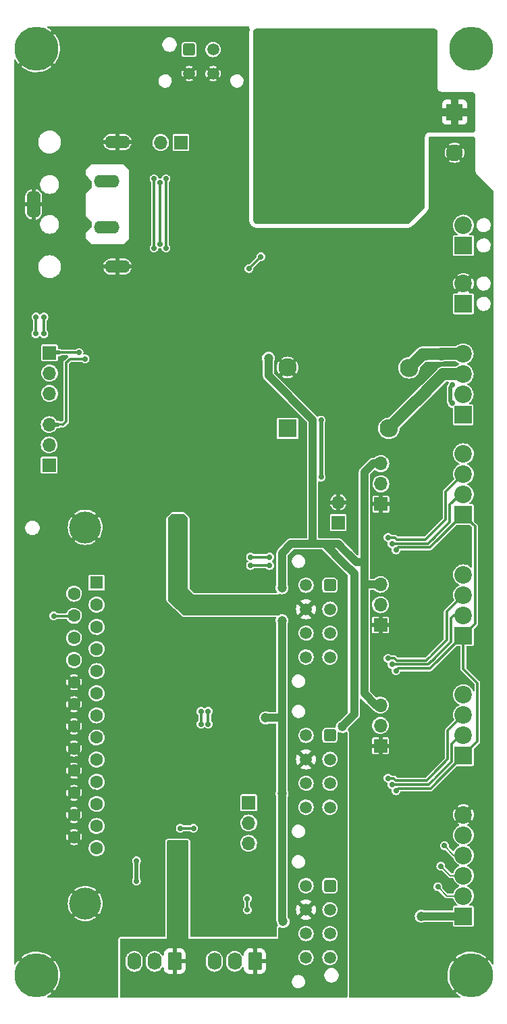
<source format=gbr>
%TF.GenerationSoftware,KiCad,Pcbnew,(6.0.1-0)*%
%TF.CreationDate,2022-06-06T20:51:42+12:00*%
%TF.ProjectId,controller,636f6e74-726f-46c6-9c65-722e6b696361,2.0*%
%TF.SameCoordinates,PX324e6b0PYa469d80*%
%TF.FileFunction,Copper,L2,Bot*%
%TF.FilePolarity,Positive*%
%FSLAX46Y46*%
G04 Gerber Fmt 4.6, Leading zero omitted, Abs format (unit mm)*
G04 Created by KiCad (PCBNEW (6.0.1-0)) date 2022-06-06 20:51:42*
%MOMM*%
%LPD*%
G01*
G04 APERTURE LIST*
G04 Aperture macros list*
%AMRoundRect*
0 Rectangle with rounded corners*
0 $1 Rounding radius*
0 $2 $3 $4 $5 $6 $7 $8 $9 X,Y pos of 4 corners*
0 Add a 4 corners polygon primitive as box body*
4,1,4,$2,$3,$4,$5,$6,$7,$8,$9,$2,$3,0*
0 Add four circle primitives for the rounded corners*
1,1,$1+$1,$2,$3*
1,1,$1+$1,$4,$5*
1,1,$1+$1,$6,$7*
1,1,$1+$1,$8,$9*
0 Add four rect primitives between the rounded corners*
20,1,$1+$1,$2,$3,$4,$5,0*
20,1,$1+$1,$4,$5,$6,$7,0*
20,1,$1+$1,$6,$7,$8,$9,0*
20,1,$1+$1,$8,$9,$2,$3,0*%
G04 Aperture macros list end*
%TA.AperFunction,ComponentPad*%
%ADD10R,1.700000X1.700000*%
%TD*%
%TA.AperFunction,ComponentPad*%
%ADD11O,1.700000X1.700000*%
%TD*%
%TA.AperFunction,ComponentPad*%
%ADD12RoundRect,0.250001X-0.499999X0.499999X-0.499999X-0.499999X0.499999X-0.499999X0.499999X0.499999X0*%
%TD*%
%TA.AperFunction,ComponentPad*%
%ADD13C,1.500000*%
%TD*%
%TA.AperFunction,ComponentPad*%
%ADD14R,2.100000X2.100000*%
%TD*%
%TA.AperFunction,ComponentPad*%
%ADD15C,2.100000*%
%TD*%
%TA.AperFunction,ComponentPad*%
%ADD16RoundRect,0.250001X-0.499999X-0.499999X0.499999X-0.499999X0.499999X0.499999X-0.499999X0.499999X0*%
%TD*%
%TA.AperFunction,ComponentPad*%
%ADD17R,2.200000X2.200000*%
%TD*%
%TA.AperFunction,ComponentPad*%
%ADD18C,2.200000*%
%TD*%
%TA.AperFunction,ComponentPad*%
%ADD19RoundRect,0.250000X0.620000X0.845000X-0.620000X0.845000X-0.620000X-0.845000X0.620000X-0.845000X0*%
%TD*%
%TA.AperFunction,ComponentPad*%
%ADD20O,1.740000X2.190000*%
%TD*%
%TA.AperFunction,ComponentPad*%
%ADD21C,5.500000*%
%TD*%
%TA.AperFunction,ComponentPad*%
%ADD22C,2.300000*%
%TD*%
%TA.AperFunction,ComponentPad*%
%ADD23R,2.300000X2.300000*%
%TD*%
%TA.AperFunction,ComponentPad*%
%ADD24O,3.200000X1.600000*%
%TD*%
%TA.AperFunction,ComponentPad*%
%ADD25O,1.750000X3.500000*%
%TD*%
%TA.AperFunction,ComponentPad*%
%ADD26C,4.000000*%
%TD*%
%TA.AperFunction,ComponentPad*%
%ADD27R,1.600000X1.600000*%
%TD*%
%TA.AperFunction,ComponentPad*%
%ADD28C,1.600000*%
%TD*%
%TA.AperFunction,SMDPad,CuDef*%
%ADD29C,0.300000*%
%TD*%
%TA.AperFunction,SMDPad,CuDef*%
%ADD30C,1.000000*%
%TD*%
%TA.AperFunction,SMDPad,CuDef*%
%ADD31C,1.500000*%
%TD*%
%TA.AperFunction,ViaPad*%
%ADD32C,0.700000*%
%TD*%
%TA.AperFunction,ViaPad*%
%ADD33C,1.200000*%
%TD*%
%TA.AperFunction,ViaPad*%
%ADD34C,1.000000*%
%TD*%
%TA.AperFunction,Conductor*%
%ADD35C,0.300000*%
%TD*%
%TA.AperFunction,Conductor*%
%ADD36C,0.500000*%
%TD*%
%TA.AperFunction,Conductor*%
%ADD37C,1.000000*%
%TD*%
%TA.AperFunction,Conductor*%
%ADD38C,0.200000*%
%TD*%
%TA.AperFunction,Conductor*%
%ADD39C,1.500000*%
%TD*%
G04 APERTURE END LIST*
%TO.C,NT25*%
G36*
X11350000Y76800000D02*
G01*
X10750000Y76800000D01*
X10750000Y77100000D01*
X11350000Y77100000D01*
X11350000Y76800000D01*
G37*
%TO.C,NT18*%
G36*
X57818198Y33056066D02*
G01*
X57393934Y32631802D01*
X57181802Y32843934D01*
X57606066Y33268198D01*
X57818198Y33056066D01*
G37*
%TO.C,NT8*%
G36*
X46762670Y60094917D02*
G01*
X46055563Y59387810D01*
X45037330Y60406043D01*
X45744437Y61113150D01*
X46762670Y60094917D01*
G37*
%TO.C,NT27*%
G36*
X47562670Y60994917D02*
G01*
X46855563Y60287810D01*
X45837330Y61306043D01*
X46544437Y62013150D01*
X47562670Y60994917D01*
G37*
%TO.C,NT15*%
G36*
X58118198Y62806066D02*
G01*
X57693934Y62381802D01*
X57481802Y62593934D01*
X57906066Y63018198D01*
X58118198Y62806066D01*
G37*
%TO.C,NT21*%
G36*
X58820000Y85000000D02*
G01*
X56780000Y85000000D01*
X56780000Y86500000D01*
X58820000Y86500000D01*
X58820000Y85000000D01*
G37*
%TO.C,NT26*%
G36*
X11450000Y85800000D02*
G01*
X10850000Y85800000D01*
X10850000Y86100000D01*
X11450000Y86100000D01*
X11450000Y85800000D01*
G37*
%TO.C,NT16*%
G36*
X57718198Y48006066D02*
G01*
X57293934Y47581802D01*
X57081802Y47793934D01*
X57506066Y48218198D01*
X57718198Y48006066D01*
G37*
%TO.C,NT14*%
G36*
X57618198Y63156066D02*
G01*
X57193934Y62731802D01*
X56981802Y62943934D01*
X57406066Y63368198D01*
X57618198Y63156066D01*
G37*
%TO.C,NT19*%
G36*
X58218198Y32706066D02*
G01*
X57793934Y32281802D01*
X57581802Y32493934D01*
X58006066Y32918198D01*
X58218198Y32706066D01*
G37*
%TO.C,NT3*%
G36*
X37600000Y83330000D02*
G01*
X36600000Y83330000D01*
X36600000Y84770000D01*
X37600000Y84770000D01*
X37600000Y83330000D01*
G37*
%TO.C,NT22*%
G36*
X57501579Y80690919D02*
G01*
X56059081Y79248421D01*
X54998421Y80309081D01*
X56440919Y81751579D01*
X57501579Y80690919D01*
G37*
%TO.C,NT17*%
G36*
X58118198Y47656066D02*
G01*
X57693934Y47231802D01*
X57481802Y47443934D01*
X57906066Y47868198D01*
X58118198Y47656066D01*
G37*
%TD*%
D10*
%TO.P,JP7,1,A*%
%TO.N,GND*%
X51150000Y36725000D03*
D11*
%TO.P,JP7,2,C*%
%TO.N,/Connectors/Z_COM*%
X51150000Y39265000D03*
%TO.P,JP7,3,B*%
%TO.N,/Connectors/STP_5V*%
X51150000Y41805000D03*
%TD*%
D12*
%TO.P,J12,1,Pin_1*%
%TO.N,unconnected-(J12-Pad1)*%
X44811000Y19210000D03*
D13*
%TO.P,J12,2,Pin_2*%
%TO.N,unconnected-(J12-Pad2)*%
X44811000Y16210000D03*
%TO.P,J12,3,Pin_3*%
%TO.N,unconnected-(J12-Pad3)*%
X44811000Y13210000D03*
%TO.P,J12,4,Pin_4*%
%TO.N,unconnected-(J12-Pad4)*%
X44811000Y10210000D03*
%TO.P,J12,5,Pin_5*%
%TO.N,unconnected-(J12-Pad5)*%
X41811000Y19210000D03*
%TO.P,J12,6,Pin_6*%
%TO.N,GNDA*%
X41811000Y16210000D03*
%TO.P,J12,7,Pin_7*%
%TO.N,+5V*%
X41811000Y13210000D03*
%TO.P,J12,8,Pin_8*%
%TO.N,/Connectors/ZMIN*%
X41811000Y10210000D03*
%TD*%
D10*
%TO.P,JP4,1,A*%
%TO.N,Net-(D4-Pad2)*%
X26125000Y112250000D03*
D11*
%TO.P,JP4,2,B*%
%TO.N,Net-(D3-Pad1)*%
X23585000Y112250000D03*
%TD*%
D14*
%TO.P,J3,1,Pin_1*%
%TO.N,24V_SAFE*%
X60450000Y116050000D03*
D15*
%TO.P,J3,2,Pin_2*%
%TO.N,GND*%
X60450000Y110970000D03*
%TD*%
D16*
%TO.P,J2,1,Pin_1*%
%TO.N,/Power/PLED*%
X27150000Y123880000D03*
D13*
%TO.P,J2,2,Pin_2*%
%TO.N,Net-(D4-Pad1)*%
X30150000Y123880000D03*
%TO.P,J2,3,Pin_3*%
%TO.N,GND*%
X27150000Y120880000D03*
%TO.P,J2,4,Pin_4*%
X30150000Y120880000D03*
%TD*%
D17*
%TO.P,J14,1,Pin_1*%
%TO.N,/Connectors/EMRG_STOP*%
X61550000Y92050000D03*
D18*
%TO.P,J14,2,Pin_2*%
%TO.N,GND*%
X61550000Y94590000D03*
%TD*%
D10*
%TO.P,JP1,1,A*%
%TO.N,/Connectors/RELAY4_IN*%
X34619000Y29600000D03*
D11*
%TO.P,JP1,2,C*%
%TO.N,/LPT Interface/P1_OUT*%
X34619000Y27060000D03*
%TO.P,JP1,3,B*%
%TO.N,/Power/CHARGE_PUMP_IN*%
X34619000Y24520000D03*
%TD*%
D10*
%TO.P,JP8,1,A*%
%TO.N,GNDA*%
X45850000Y64675000D03*
D11*
%TO.P,JP8,2,B*%
%TO.N,GND*%
X45850000Y67215000D03*
%TD*%
D19*
%TO.P,J16,1,Pin_1*%
%TO.N,GNDA*%
X35400000Y9750000D03*
D20*
%TO.P,J16,2,Pin_2*%
%TO.N,+5V*%
X32860000Y9750000D03*
%TO.P,J16,3,Pin_3*%
%TO.N,/Connectors/PROBE*%
X30320000Y9750000D03*
%TD*%
D17*
%TO.P,J9,1,Pin_1*%
%TO.N,/Connectors/EN*%
X61550000Y50520000D03*
D18*
%TO.P,J9,2,Pin_2*%
%TO.N,/Connectors/YDIR*%
X61550000Y53060000D03*
%TO.P,J9,3,Pin_3*%
%TO.N,/Connectors/YCLK*%
X61550000Y55600000D03*
%TO.P,J9,4,Pin_4*%
%TO.N,/Connectors/Y_COM*%
X61550000Y58140000D03*
%TD*%
D17*
%TO.P,J13,1,Pin_1*%
%TO.N,/Connectors/P16_OUT*%
X61550000Y99360000D03*
D18*
%TO.P,J13,2,Pin_2*%
%TO.N,/Connectors/P17_OUT*%
X61550000Y101900000D03*
%TD*%
D17*
%TO.P,J11,1,Pin_1*%
%TO.N,/Connectors/EN*%
X61550000Y35495000D03*
D18*
%TO.P,J11,2,Pin_2*%
%TO.N,/Connectors/ZDIR*%
X61550000Y38035000D03*
%TO.P,J11,3,Pin_3*%
%TO.N,/Connectors/ZCLK*%
X61550000Y40575000D03*
%TO.P,J11,4,Pin_4*%
%TO.N,/Connectors/Z_COM*%
X61550000Y43115000D03*
%TD*%
D10*
%TO.P,JP5,1,A*%
%TO.N,GND*%
X51200000Y66975000D03*
D11*
%TO.P,JP5,2,C*%
%TO.N,/Connectors/X_COM*%
X51200000Y69515000D03*
%TO.P,JP5,3,B*%
%TO.N,/Connectors/STP_5V*%
X51200000Y72055000D03*
%TD*%
D21*
%TO.P,H4,1,1*%
%TO.N,GND*%
X62500000Y8000000D03*
%TD*%
D17*
%TO.P,J6,1,Pin_1*%
%TO.N,/Connectors/EN*%
X61550000Y65670000D03*
D18*
%TO.P,J6,2,Pin_2*%
%TO.N,/Connectors/XDIR*%
X61550000Y68210000D03*
%TO.P,J6,3,Pin_3*%
%TO.N,/Connectors/XCLK*%
X61550000Y70750000D03*
%TO.P,J6,4,Pin_4*%
%TO.N,/Connectors/X_COM*%
X61550000Y73290000D03*
%TD*%
D17*
%TO.P,J5,1,Pin_1*%
%TO.N,/Connectors/RELAY_5V*%
X61550000Y15400000D03*
D18*
%TO.P,J5,2,Pin_2*%
%TO.N,/Connectors/RELAY4*%
X61550000Y17940000D03*
%TO.P,J5,3,Pin_3*%
%TO.N,/Connectors/RELAY3*%
X61550000Y20480000D03*
%TO.P,J5,4,Pin_4*%
%TO.N,/Connectors/RELAY2*%
X61550000Y23020000D03*
%TO.P,J5,5,Pin_5*%
%TO.N,/Connectors/RELAY1*%
X61550000Y25560000D03*
%TO.P,J5,6,Pin_6*%
%TO.N,GND*%
X61550000Y28100000D03*
%TD*%
D22*
%TO.P,K1,1*%
%TO.N,GND*%
X39500000Y84070000D03*
%TO.P,K1,3*%
%TO.N,/Connectors/SPNDL_RELAY_NO*%
X54740000Y84050000D03*
%TO.P,K1,5*%
%TO.N,/Connectors/SPNDL_RELAY_COM*%
X52200000Y76450000D03*
D23*
%TO.P,K1,6*%
%TO.N,Net-(D7-Pad1)*%
X39500000Y76450000D03*
%TD*%
D12*
%TO.P,J10,1,Pin_1*%
%TO.N,unconnected-(J10-Pad1)*%
X44811000Y38028000D03*
D13*
%TO.P,J10,2,Pin_2*%
%TO.N,unconnected-(J10-Pad2)*%
X44811000Y35028000D03*
%TO.P,J10,3,Pin_3*%
%TO.N,unconnected-(J10-Pad3)*%
X44811000Y32028000D03*
%TO.P,J10,4,Pin_4*%
%TO.N,/Connectors/YMIN*%
X44811000Y29028000D03*
%TO.P,J10,5,Pin_5*%
%TO.N,unconnected-(J10-Pad5)*%
X41811000Y38028000D03*
%TO.P,J10,6,Pin_6*%
%TO.N,GNDA*%
X41811000Y35028000D03*
%TO.P,J10,7,Pin_7*%
%TO.N,+5V*%
X41811000Y32028000D03*
%TO.P,J10,8,Pin_8*%
%TO.N,unconnected-(J10-Pad8)*%
X41811000Y29028000D03*
%TD*%
D24*
%TO.P,J1,1*%
%TO.N,24V_IN*%
X16800000Y101600000D03*
%TO.P,J1,2*%
%TO.N,GND*%
X13150000Y102000000D03*
%TO.P,J1,3*%
X13150000Y107000000D03*
%TO.P,J1,4*%
%TO.N,24V_IN*%
X16800000Y107400000D03*
%TO.P,J1,SH*%
%TO.N,GND*%
X18150000Y112300000D03*
D25*
X7650000Y104500000D03*
D24*
X18150000Y96700000D03*
%TD*%
D10*
%TO.P,JP6,1,A*%
%TO.N,GND*%
X51150000Y51845000D03*
D11*
%TO.P,JP6,2,C*%
%TO.N,/Connectors/Y_COM*%
X51150000Y54385000D03*
%TO.P,JP6,3,B*%
%TO.N,/Connectors/STP_5V*%
X51150000Y56925000D03*
%TD*%
D10*
%TO.P,JP2,1,A*%
%TO.N,/LPT Interface/PWM_IN*%
X9600000Y71850000D03*
D11*
%TO.P,JP2,2,C*%
%TO.N,/LPT Interface/P16_OUT*%
X9600000Y74390000D03*
%TO.P,JP2,3,B*%
%TO.N,/Connectors/P16_IN*%
X9600000Y76930000D03*
%TD*%
D12*
%TO.P,J7,1,Pin_1*%
%TO.N,unconnected-(J7-Pad1)*%
X44811000Y56824000D03*
D13*
%TO.P,J7,2,Pin_2*%
%TO.N,unconnected-(J7-Pad2)*%
X44811000Y53824000D03*
%TO.P,J7,3,Pin_3*%
%TO.N,/Connectors/XMIN*%
X44811000Y50824000D03*
%TO.P,J7,4,Pin_4*%
%TO.N,unconnected-(J7-Pad4)*%
X44811000Y47824000D03*
%TO.P,J7,5,Pin_5*%
%TO.N,unconnected-(J7-Pad5)*%
X41811000Y56824000D03*
%TO.P,J7,6,Pin_6*%
%TO.N,GNDA*%
X41811000Y53824000D03*
%TO.P,J7,7,Pin_7*%
%TO.N,+5V*%
X41811000Y50824000D03*
%TO.P,J7,8,Pin_8*%
%TO.N,unconnected-(J7-Pad8)*%
X41811000Y47824000D03*
%TD*%
D26*
%TO.P,J4,0,PAD*%
%TO.N,GND*%
X14130000Y16980000D03*
X14130000Y64080000D03*
D27*
%TO.P,J4,1,1*%
%TO.N,/LPT Interface/P1_IN*%
X15550000Y57150000D03*
D28*
%TO.P,J4,2,2*%
%TO.N,/LPT Interface/P2_IN*%
X15550000Y54380000D03*
%TO.P,J4,3,3*%
%TO.N,/LPT Interface/P3_IN*%
X15550000Y51610000D03*
%TO.P,J4,4,4*%
%TO.N,/LPT Interface/P4_IN*%
X15550000Y48840000D03*
%TO.P,J4,5,5*%
%TO.N,/LPT Interface/P5_IN*%
X15550000Y46070000D03*
%TO.P,J4,6,6*%
%TO.N,/LPT Interface/P6_IN*%
X15550000Y43300000D03*
%TO.P,J4,7,7*%
%TO.N,/LPT Interface/P7_IN*%
X15550000Y40530000D03*
%TO.P,J4,8,8*%
%TO.N,/LPT Interface/P8_IN*%
X15550000Y37760000D03*
%TO.P,J4,9,9*%
%TO.N,/LPT Interface/P9_IN*%
X15550000Y34990000D03*
%TO.P,J4,10,10*%
%TO.N,/LPT Interface/P10_OUT*%
X15550000Y32220000D03*
%TO.P,J4,11,11*%
%TO.N,/LPT Interface/P11_OUT*%
X15550000Y29450000D03*
%TO.P,J4,12,12*%
%TO.N,/LPT Interface/P12_OUT*%
X15550000Y26680000D03*
%TO.P,J4,13,13*%
%TO.N,/LPT Interface/P13_OUT*%
X15550000Y23910000D03*
%TO.P,J4,14,P14*%
%TO.N,/LPT Interface/P14_IN*%
X12710000Y55765000D03*
%TO.P,J4,15,P15*%
%TO.N,/LPT Interface/P15_OUT*%
X12710000Y52995000D03*
%TO.P,J4,16,P16*%
%TO.N,/LPT Interface/P16_IN*%
X12710000Y50225000D03*
%TO.P,J4,17,P17*%
%TO.N,/LPT Interface/P17_IN*%
X12710000Y47455000D03*
%TO.P,J4,18,P18*%
%TO.N,GND*%
X12710000Y44685000D03*
%TO.P,J4,19,P19*%
X12710000Y41915000D03*
%TO.P,J4,20,P20*%
X12710000Y39145000D03*
%TO.P,J4,21,P21*%
X12710000Y36375000D03*
%TO.P,J4,22,P22*%
X12710000Y33605000D03*
%TO.P,J4,23,P23*%
X12710000Y30835000D03*
%TO.P,J4,24,P24*%
X12710000Y28065000D03*
%TO.P,J4,25,P25*%
X12710000Y25295000D03*
%TD*%
D19*
%TO.P,J17,1,Pin_1*%
%TO.N,GNDA*%
X25350000Y9750000D03*
D20*
%TO.P,J17,2,Pin_2*%
%TO.N,+5V*%
X22810000Y9750000D03*
%TO.P,J17,3,Pin_3*%
%TO.N,/Connectors/PROBE*%
X20270000Y9750000D03*
%TD*%
D21*
%TO.P,H1,1,1*%
%TO.N,GND*%
X8000000Y124000000D03*
%TD*%
D17*
%TO.P,J8,1,Pin_1*%
%TO.N,/Connectors/VFD_AGND*%
X61525000Y78162836D03*
D18*
%TO.P,J8,2,Pin_2*%
%TO.N,/Connectors/VFD_0-10V*%
X61525000Y80702836D03*
%TO.P,J8,3,Pin_3*%
%TO.N,/Connectors/VFD_XGND*%
X61525000Y83242836D03*
%TO.P,J8,4,Pin_4*%
%TO.N,/Connectors/VFD_FWD*%
X61525000Y85782836D03*
%TD*%
D21*
%TO.P,H3,1,1*%
%TO.N,GND*%
X8000000Y8000000D03*
%TD*%
%TO.P,H2,1,1*%
%TO.N,unconnected-(H2-Pad1)*%
X62500000Y124000000D03*
%TD*%
D10*
%TO.P,JP3,1,A*%
%TO.N,/Connectors/P17_IN*%
X9650000Y85925000D03*
D11*
%TO.P,JP3,2,C*%
%TO.N,/LPT Interface/P17_OUT*%
X9650000Y83385000D03*
%TO.P,JP3,3,B*%
%TO.N,/LPT Interface/SPNDL_RELAY_IN*%
X9650000Y80845000D03*
%TD*%
D29*
%TO.P,NT25,1,1*%
%TO.N,/Connectors/P16_IN*%
X10750000Y76950000D03*
%TO.P,NT25,2,2*%
%TO.N,/Connectors/P16_OUT*%
X11350000Y76950000D03*
%TD*%
%TO.P,NT18,1,1*%
%TO.N,/Connectors/ZCLK_IN*%
X57287868Y32737868D03*
%TO.P,NT18,2,2*%
%TO.N,/Connectors/ZCLK*%
X57712132Y33162132D03*
%TD*%
D30*
%TO.P,NT8,1,1*%
%TO.N,/Connectors/RELAY_5V*%
X46394975Y59755505D03*
%TO.P,NT8,2,2*%
%TO.N,+5V*%
X45405025Y60745455D03*
%TD*%
%TO.P,NT27,1,1*%
%TO.N,/Connectors/STP_5V*%
X47194975Y60655505D03*
%TO.P,NT27,2,2*%
%TO.N,+5V*%
X46205025Y61645455D03*
%TD*%
D29*
%TO.P,NT15,1,1*%
%TO.N,/Connectors/XDIR_IN*%
X57587868Y62487868D03*
%TO.P,NT15,2,2*%
%TO.N,/Connectors/XDIR*%
X58012132Y62912132D03*
%TD*%
D31*
%TO.P,NT21,1,1*%
%TO.N,/Connectors/SPNDL_RELAY_NO*%
X56800000Y85750000D03*
%TO.P,NT21,2,2*%
%TO.N,/Connectors/VFD_FWD*%
X58800000Y85750000D03*
%TD*%
D29*
%TO.P,NT26,1,1*%
%TO.N,/Connectors/P17_IN*%
X10850000Y85950000D03*
%TO.P,NT26,2,2*%
%TO.N,/Connectors/P17_OUT*%
X11450000Y85950000D03*
%TD*%
%TO.P,NT16,1,1*%
%TO.N,/Connectors/YCLK_IN*%
X57187868Y47687868D03*
%TO.P,NT16,2,2*%
%TO.N,/Connectors/YCLK*%
X57612132Y48112132D03*
%TD*%
%TO.P,NT14,1,1*%
%TO.N,/Connectors/XCLK_IN*%
X57087868Y62837868D03*
%TO.P,NT14,2,2*%
%TO.N,/Connectors/XCLK*%
X57512132Y63262132D03*
%TD*%
%TO.P,NT19,1,1*%
%TO.N,/Connectors/ZDIR_IN*%
X57687868Y32387868D03*
%TO.P,NT19,2,2*%
%TO.N,/Connectors/ZDIR*%
X58112132Y32812132D03*
%TD*%
D30*
%TO.P,NT3,1,1*%
%TO.N,/Power/U2_FB*%
X37100000Y84750000D03*
%TO.P,NT3,2,2*%
%TO.N,+5V*%
X37100000Y83350000D03*
%TD*%
D31*
%TO.P,NT22,1,1*%
%TO.N,/Connectors/SPNDL_RELAY_COM*%
X55542893Y79792893D03*
%TO.P,NT22,2,2*%
%TO.N,/Connectors/VFD_XGND*%
X56957107Y81207107D03*
%TD*%
D29*
%TO.P,NT17,1,1*%
%TO.N,/Connectors/YDIR_IN*%
X57587868Y47337868D03*
%TO.P,NT17,2,2*%
%TO.N,/Connectors/YDIR*%
X58012132Y47762132D03*
%TD*%
D32*
%TO.N,Net-(C2-Pad1)*%
X23500166Y99521842D03*
X23500000Y107200000D03*
X26050000Y26400000D03*
X27699500Y26400000D03*
X7925000Y88300500D03*
X7950000Y90399500D03*
%TO.N,GND*%
X23650000Y70950000D03*
X34600000Y94350000D03*
X30842544Y88600000D03*
X16100000Y71300000D03*
X34750000Y73450000D03*
X8750000Y82100000D03*
X28150000Y67600000D03*
X55600000Y36875000D03*
X28250000Y81000000D03*
X32150000Y67600000D03*
X57950000Y98425000D03*
X57950000Y95950000D03*
X55600000Y41875000D03*
X25650000Y81000000D03*
X34750000Y75450000D03*
X55550000Y54400000D03*
X23250000Y81000000D03*
X17225000Y88100000D03*
X15225000Y88100000D03*
X18400000Y74900000D03*
X33500000Y78550000D03*
X33800000Y36150000D03*
X31850000Y92200000D03*
X26150000Y67600000D03*
X28250000Y76200000D03*
X44050000Y83800000D03*
X24450000Y72650000D03*
X28300000Y82150000D03*
X52825000Y87875000D03*
D33*
X24700000Y94500000D03*
X41625000Y87200000D03*
D32*
X18900000Y68500000D03*
X55600000Y72050000D03*
X37150000Y16300000D03*
X33100000Y57100000D03*
X34750000Y71450000D03*
X34850000Y80150000D03*
X17700000Y67500000D03*
X23225000Y88100000D03*
X36146210Y91912996D03*
X34750000Y69450000D03*
X21850000Y79450000D03*
X36550000Y89375000D03*
X40901811Y92073189D03*
X54625000Y89675000D03*
X28250000Y78600000D03*
X24000000Y41950000D03*
X46550000Y84075000D03*
X17300000Y73200000D03*
X57950000Y93450000D03*
X15800000Y69200000D03*
X57950000Y100925000D03*
X55600000Y51925000D03*
X55600000Y39350000D03*
X28100000Y72500000D03*
X59550000Y103050000D03*
X10325000Y88150000D03*
X29700000Y79100000D03*
X23444538Y55282597D03*
D33*
X28050000Y87875000D03*
D32*
X38200000Y89375000D03*
X48575000Y85550000D03*
X21225000Y88100000D03*
X21300000Y25250000D03*
X22550000Y82350000D03*
X36500000Y94400000D03*
X55600000Y64550000D03*
X26400000Y71500000D03*
X33500000Y68550000D03*
X13800000Y83450000D03*
X17400000Y83450000D03*
X23250000Y78600000D03*
X8400000Y84400000D03*
X19225000Y88100000D03*
X25650000Y76200000D03*
X20450000Y84700000D03*
X14850000Y74375000D03*
X55600000Y49425000D03*
D33*
X31775000Y101825000D03*
D32*
X25650000Y78600000D03*
X22150000Y67598540D03*
X24650000Y82950000D03*
X12850000Y68650000D03*
X29800000Y69700000D03*
X56425000Y91475000D03*
X32363967Y83944259D03*
X23725000Y27750000D03*
X30150000Y67600000D03*
X13225000Y88100000D03*
X25225000Y88100000D03*
X30388388Y85461526D03*
X34750000Y84000000D03*
X8600000Y75600000D03*
X20950000Y69400000D03*
X55600000Y67050000D03*
X34850000Y88600000D03*
X23750000Y74300000D03*
X55625000Y56900000D03*
X23250000Y76200000D03*
X51025000Y86075000D03*
X24150000Y67600000D03*
X55600000Y34375000D03*
X55600000Y69550000D03*
X39550000Y90725000D03*
X31054169Y111279586D03*
D34*
%TO.N,24V_SAFE*%
X47450000Y104950000D03*
D32*
X37850000Y119350000D03*
D34*
X50650000Y112950000D03*
D32*
X45850000Y117750000D03*
D34*
X52250000Y106550000D03*
D32*
X44250000Y124150000D03*
D34*
X49050000Y106550000D03*
X37850000Y125750000D03*
D32*
X37850000Y122550000D03*
D34*
X55450000Y117750000D03*
X55450000Y120950000D03*
X53850000Y119350000D03*
X52250000Y124150000D03*
D32*
X39450000Y119350000D03*
D34*
X55450000Y108150000D03*
X49050000Y111350000D03*
X55450000Y116150000D03*
X50650000Y120950000D03*
X49050000Y104950000D03*
D32*
X39450000Y120950000D03*
D34*
X45850000Y104950000D03*
X36250000Y125750000D03*
X52250000Y104950000D03*
X50650000Y116150000D03*
D32*
X44250000Y117750000D03*
D34*
X52250000Y109750000D03*
X57050000Y120950000D03*
D32*
X61150000Y118025000D03*
X45850000Y122550000D03*
D34*
X53850000Y122550000D03*
D32*
X58450000Y114175000D03*
X45850000Y124150000D03*
X36250000Y117750000D03*
D34*
X50650000Y114550000D03*
X53850000Y109750000D03*
X52250000Y125750000D03*
X53850000Y124150000D03*
X52250000Y112950000D03*
X52250000Y111350000D03*
X50650000Y104950000D03*
D32*
X39450000Y122550000D03*
D34*
X50650000Y111350000D03*
X39450000Y125750000D03*
X47450000Y120950000D03*
X44250000Y125750000D03*
X53850000Y117750000D03*
X49050000Y103350000D03*
D32*
X37850000Y117750000D03*
D34*
X50650000Y117750000D03*
X55450000Y104950000D03*
X50650000Y108150000D03*
X57050000Y124150000D03*
X39450000Y116150000D03*
D32*
X41050000Y119350000D03*
D34*
X47450000Y122550000D03*
X45850000Y108150000D03*
X47450000Y116150000D03*
D32*
X42650000Y122550000D03*
D34*
X52250000Y117750000D03*
X55450000Y106550000D03*
X50650000Y119350000D03*
X49050000Y120950000D03*
X52250000Y108150000D03*
X55450000Y111350000D03*
X41050000Y125750000D03*
X49050000Y119350000D03*
D32*
X42650000Y119350000D03*
X61150000Y114175000D03*
D34*
X49050000Y122550000D03*
X53850000Y104950000D03*
X57050000Y119350000D03*
X41050000Y116150000D03*
X42650000Y125750000D03*
X55450000Y125750000D03*
D32*
X42650000Y120950000D03*
D34*
X47450000Y112950000D03*
X47450000Y106550000D03*
D32*
X39450000Y124150000D03*
D34*
X49050000Y108150000D03*
D32*
X36250000Y122550000D03*
D34*
X57050000Y122550000D03*
X53850000Y108150000D03*
X52250000Y120950000D03*
X55450000Y109750000D03*
D32*
X41050000Y122550000D03*
D34*
X45850000Y111350000D03*
X52250000Y119350000D03*
D32*
X44250000Y120950000D03*
D34*
X45850000Y109750000D03*
D32*
X59750000Y118025000D03*
D34*
X49050000Y125750000D03*
D32*
X36250000Y120950000D03*
D34*
X53850000Y125750000D03*
X47450000Y119350000D03*
X47450000Y117750000D03*
X45850000Y112950000D03*
X50650000Y122550000D03*
D32*
X41050000Y117750000D03*
X44250000Y122550000D03*
X42650000Y117750000D03*
D34*
X52250000Y122550000D03*
D32*
X37850000Y120950000D03*
D34*
X37850000Y116150000D03*
D32*
X37850000Y124150000D03*
X58450000Y118025000D03*
X58450000Y116075000D03*
D34*
X55450000Y112950000D03*
X50650000Y124150000D03*
X53850000Y114550000D03*
X49050000Y114550000D03*
X53850000Y103350000D03*
X55450000Y119350000D03*
D32*
X39450000Y117750000D03*
X62425000Y114175000D03*
X41050000Y120950000D03*
D34*
X49050000Y112950000D03*
X50650000Y106550000D03*
X52250000Y116150000D03*
X55450000Y124150000D03*
X57050000Y125750000D03*
X45850000Y125750000D03*
X53850000Y111350000D03*
D32*
X36250000Y124150000D03*
D34*
X55450000Y114550000D03*
D32*
X44250000Y119350000D03*
D34*
X47450000Y124150000D03*
X45850000Y116150000D03*
X55450000Y122550000D03*
X53850000Y116150000D03*
X52250000Y103350000D03*
D32*
X45850000Y120950000D03*
D34*
X52250000Y114550000D03*
D32*
X59750000Y114175000D03*
X36250000Y119350000D03*
D34*
X47450000Y108150000D03*
X53850000Y112950000D03*
X47450000Y111350000D03*
X42650000Y116150000D03*
X47450000Y114550000D03*
X47450000Y103350000D03*
X47450000Y109750000D03*
X45850000Y106550000D03*
X50650000Y109750000D03*
X50650000Y103350000D03*
X45850000Y114550000D03*
D32*
X45850000Y119350000D03*
X62425000Y118025000D03*
D34*
X44250000Y116150000D03*
D32*
X42650000Y124150000D03*
X41050000Y124150000D03*
D34*
X49050000Y109750000D03*
X53850000Y106550000D03*
X49050000Y116150000D03*
X47450000Y125750000D03*
X49050000Y124150000D03*
X50650000Y125750000D03*
X49050000Y117750000D03*
X53850000Y120950000D03*
X45850000Y103350000D03*
D32*
%TO.N,/Power/U2_BST*%
X36142109Y97942109D03*
X34657891Y96457891D03*
D33*
%TO.N,/Power/U2_FB*%
X37100000Y85250000D03*
D32*
%TO.N,/LPT Interface/P15_OUT*%
X10175981Y52975000D03*
%TO.N,/Connectors/RELAY2*%
X59165734Y24215734D03*
%TO.N,/Connectors/RELAY3*%
X58715734Y21665734D03*
%TO.N,/Connectors/RELAY4*%
X58340734Y19090734D03*
%TO.N,/LPT Interface/nCE_IN*%
X22750000Y99025500D03*
X28650000Y41029500D03*
X8950000Y88300500D03*
X22750000Y107700000D03*
X8950000Y90399500D03*
X28650000Y39430500D03*
%TO.N,/Connectors/EN*%
X53100000Y31100000D03*
X53100000Y61250000D03*
X53100000Y46125000D03*
%TO.N,/Connectors/EMRG_STOP*%
X43699500Y77500000D03*
X43699500Y70350000D03*
%TO.N,/Connectors/XCLK_IN*%
X52100000Y62800000D03*
%TO.N,/Connectors/XDIR_IN*%
X52600000Y62025000D03*
%TO.N,/Connectors/YCLK_IN*%
X52100000Y47675000D03*
%TO.N,/Connectors/YDIR_IN*%
X52600000Y46900000D03*
%TO.N,/Connectors/ZCLK_IN*%
X52100000Y32650000D03*
%TO.N,/Connectors/ZDIR_IN*%
X52600000Y31875000D03*
%TO.N,/LPT Interface/P17_OUT*%
X29549503Y39430500D03*
X29550000Y41050000D03*
%TO.N,/Connectors/P16_OUT*%
X14100000Y85150000D03*
%TO.N,/Connectors/P17_OUT*%
X13350000Y85950000D03*
%TO.N,/Connectors/XMIN_OUT*%
X34850980Y59300000D03*
X37249500Y59300000D03*
%TO.N,/Connectors/PROBE_OUT*%
X34450000Y17600000D03*
X34450000Y16200989D03*
D33*
%TO.N,/Connectors/RELAY_5V*%
X56250000Y15400000D03*
X46356460Y39131460D03*
D32*
%TO.N,/Connectors/EMERG_STOP_OUT*%
X37249500Y60350000D03*
X34850980Y60350000D03*
%TO.N,5V_nEN*%
X24250000Y107699500D03*
X24250000Y99025000D03*
D33*
%TO.N,+5V*%
X38800000Y56500000D03*
D32*
X20550000Y19800000D03*
X20550000Y22317011D03*
D33*
X38800000Y30750000D03*
X38950000Y14725000D03*
X36750000Y40225000D03*
X38800000Y52400000D03*
%TO.N,GNDA*%
X43650000Y59450000D03*
D32*
X25800000Y15350000D03*
X26100500Y23875000D03*
X25700000Y56100000D03*
X25700000Y64950000D03*
%TO.N,/Connectors/VFD_AGND*%
X60150000Y79600000D03*
X60200000Y81900500D03*
%TD*%
D35*
%TO.N,Net-(C2-Pad1)*%
X23500166Y99521842D02*
X23500000Y99522008D01*
X27699500Y26400000D02*
X26050000Y26400000D01*
X7950000Y88325500D02*
X7950000Y90399500D01*
X23500000Y99522008D02*
X23500000Y107200000D01*
X7925000Y88300500D02*
X7950000Y88325500D01*
D36*
%TO.N,24V_SAFE*%
X37850000Y116150000D02*
X39450000Y116150000D01*
X36250000Y117750000D02*
X36250000Y119350000D01*
X39450000Y116150000D02*
X41050000Y116150000D01*
X44250000Y116150000D02*
X45850000Y116150000D01*
X37850000Y116150000D02*
X36250000Y117750000D01*
X41050000Y116150000D02*
X42650000Y116150000D01*
X36250000Y125750000D02*
X37850000Y125750000D01*
X42650000Y116150000D02*
X44250000Y116150000D01*
X36250000Y122550000D02*
X36250000Y124150000D01*
X36250000Y125750000D02*
X36250000Y124150000D01*
X36250000Y119350000D02*
X36250000Y120950000D01*
D35*
%TO.N,/Power/U2_BST*%
X36142109Y97942109D02*
X34657891Y96457891D01*
D37*
%TO.N,/Power/U2_FB*%
X37100000Y85250000D02*
X37100000Y84750000D01*
D35*
%TO.N,/LPT Interface/P15_OUT*%
X12690000Y52975000D02*
X12710000Y52995000D01*
X10175981Y52975000D02*
X12690000Y52975000D01*
D38*
%TO.N,/Connectors/RELAY2*%
X59165734Y24215734D02*
X60361468Y23020000D01*
X60361468Y23020000D02*
X61550000Y23020000D01*
%TO.N,/Connectors/RELAY3*%
X58715734Y21665734D02*
X59901468Y20480000D01*
X59901468Y20480000D02*
X61550000Y20480000D01*
%TO.N,/Connectors/RELAY4*%
X58340734Y19090734D02*
X59491468Y17940000D01*
X59491468Y17940000D02*
X61550000Y17940000D01*
D35*
%TO.N,/LPT Interface/nCE_IN*%
X8950000Y90399500D02*
X8950000Y88300500D01*
X28650000Y39430500D02*
X28650000Y41029500D01*
X22750000Y107700000D02*
X22750000Y99025500D01*
%TO.N,/Connectors/XCLK*%
X59350480Y68560480D02*
X61550000Y70760000D01*
X59350480Y65100480D02*
X59350480Y68560480D01*
X57512132Y63262132D02*
X59350480Y65100480D01*
%TO.N,/Connectors/XDIR*%
X59850000Y64750000D02*
X59850000Y66900000D01*
X58012132Y62912132D02*
X59850000Y64750000D01*
X61170000Y68220000D02*
X61550000Y68220000D01*
X59850000Y66900000D02*
X61170000Y68220000D01*
%TO.N,/Connectors/EN*%
X61550000Y46350000D02*
X61550000Y50530000D01*
X57356909Y61550481D02*
X61486428Y65680000D01*
X53146278Y61269013D02*
X53427745Y61550480D01*
X61486428Y65680000D02*
X61550000Y65680000D01*
X61530000Y50530000D02*
X61550000Y50530000D01*
X53427745Y61550480D02*
X57356909Y61550481D01*
X62999511Y64230489D02*
X62999511Y51979511D01*
X53100000Y31100000D02*
X53400480Y31400480D01*
X61550000Y65680000D02*
X62999511Y64230489D01*
X62999511Y51979511D02*
X61550000Y50530000D01*
X53400480Y31400480D02*
X57450480Y31400480D01*
X53100000Y46125000D02*
X53375481Y46400481D01*
X57400481Y46400481D02*
X61530000Y50530000D01*
X63300000Y44600000D02*
X61550000Y46350000D01*
X61550000Y35505000D02*
X63300000Y37255000D01*
X63300000Y37255000D02*
X63300000Y44600000D01*
X57450480Y31400480D02*
X61550000Y35500000D01*
X61550000Y35500000D02*
X61550000Y35505000D01*
X53375481Y46400481D02*
X57400481Y46400481D01*
%TO.N,/Connectors/YCLK*%
X59450480Y49950480D02*
X59450480Y53510480D01*
X59450480Y53510480D02*
X61550000Y55610000D01*
X57612132Y48112132D02*
X59450480Y49950480D01*
%TO.N,/Connectors/YDIR*%
X60000000Y49750000D02*
X60000000Y52700000D01*
X60000000Y52700000D02*
X60370000Y53070000D01*
X60370000Y53070000D02*
X61550000Y53070000D01*
X58012132Y47762132D02*
X60000000Y49750000D01*
%TO.N,/Connectors/ZCLK*%
X57712132Y33162132D02*
X59600969Y35050969D01*
X59600969Y38635969D02*
X61550000Y40585000D01*
X59600969Y35050969D02*
X59600969Y38635969D01*
%TO.N,/Connectors/ZDIR*%
X58155704Y32812132D02*
X60100489Y34756917D01*
X58112132Y32812132D02*
X58155704Y32812132D01*
X60100489Y34756917D02*
X60100489Y36950489D01*
X61195000Y38045000D02*
X61550000Y38045000D01*
X60100489Y36950489D02*
X61195000Y38045000D01*
D39*
%TO.N,/Connectors/SPNDL_RELAY_NO*%
X56440000Y85750000D02*
X54740000Y84050000D01*
X56800000Y85750000D02*
X56440000Y85750000D01*
%TO.N,/Connectors/SPNDL_RELAY_COM*%
X55542893Y79792893D02*
X52200000Y76450000D01*
D36*
%TO.N,/Connectors/EMRG_STOP*%
X43699500Y77500000D02*
X43699500Y70350000D01*
D35*
%TO.N,/Connectors/XCLK_IN*%
X56799520Y62549520D02*
X57087868Y62837868D01*
X53180068Y62549520D02*
X56799520Y62549520D01*
X52929588Y62800000D02*
X53180068Y62549520D01*
X52100000Y62800000D02*
X52929588Y62800000D01*
%TO.N,/Connectors/XDIR_IN*%
X57150000Y62050000D02*
X57587868Y62487868D01*
X52625000Y62050000D02*
X57150000Y62050000D01*
X52600000Y62025000D02*
X52625000Y62050000D01*
%TO.N,/Connectors/YCLK_IN*%
X56899520Y47399520D02*
X57187868Y47687868D01*
X52100000Y47675000D02*
X52911990Y47675000D01*
X52911990Y47675000D02*
X53187470Y47399520D01*
X53187470Y47399520D02*
X56899520Y47399520D01*
%TO.N,/Connectors/YDIR_IN*%
X52600000Y46900000D02*
X57150000Y46900000D01*
X57150000Y46900000D02*
X57587868Y47337868D01*
%TO.N,/Connectors/ZCLK_IN*%
X56949520Y32399520D02*
X57287868Y32737868D01*
X53064739Y32399520D02*
X56949520Y32399520D01*
X52100000Y32650000D02*
X52814259Y32650000D01*
X52814259Y32650000D02*
X53064739Y32399520D01*
%TO.N,/Connectors/ZDIR_IN*%
X57200000Y31900000D02*
X57687868Y32387868D01*
X52625000Y31900000D02*
X57200000Y31900000D01*
X52600000Y31875000D02*
X52625000Y31900000D01*
D39*
%TO.N,/Connectors/VFD_FWD*%
X58832836Y85782836D02*
X61525000Y85782836D01*
X58800000Y85750000D02*
X58832836Y85782836D01*
D35*
%TO.N,/LPT Interface/P17_OUT*%
X29550000Y41050000D02*
X29550000Y39430997D01*
X29550000Y39430997D02*
X29549503Y39430500D01*
D36*
%TO.N,/Connectors/P16_IN*%
X9620000Y76950000D02*
X10750000Y76950000D01*
X9600000Y76930000D02*
X9620000Y76950000D01*
%TO.N,/Connectors/P17_IN*%
X9650000Y85925000D02*
X9675000Y85950000D01*
X9675000Y85950000D02*
X10850000Y85950000D01*
D35*
%TO.N,/Connectors/P16_OUT*%
X11350000Y76950000D02*
X11750000Y77350000D01*
X11750000Y77350000D02*
X11750000Y84700000D01*
X11750000Y84700000D02*
X12200000Y85150000D01*
X12200000Y85150000D02*
X14100000Y85150000D01*
%TO.N,/Connectors/P17_OUT*%
X11450000Y85950000D02*
X13350000Y85950000D01*
%TO.N,/Connectors/XMIN_OUT*%
X34850980Y59300000D02*
X37249500Y59300000D01*
%TO.N,/Connectors/PROBE_OUT*%
X34450000Y17600000D02*
X34450000Y16200989D01*
D37*
%TO.N,/Connectors/RELAY_5V*%
X47900480Y58250000D02*
X46394975Y59755505D01*
X56250000Y15400000D02*
X61550000Y15400000D01*
X46356460Y39131460D02*
X47900480Y40675480D01*
X47900480Y40675480D02*
X47900480Y58250000D01*
D39*
%TO.N,/Connectors/VFD_XGND*%
X56957107Y81207107D02*
X58992836Y83242836D01*
X58992836Y83242836D02*
X61525000Y83242836D01*
D35*
%TO.N,/Connectors/EMERG_STOP_OUT*%
X37249500Y60350000D02*
X34850980Y60350000D01*
%TO.N,5V_nEN*%
X24250000Y107699500D02*
X24250000Y99025000D01*
D36*
%TO.N,+5V*%
X20550000Y19800000D02*
X20550000Y22317011D01*
D37*
X38800000Y14875000D02*
X38800000Y40225000D01*
X38800000Y56500000D02*
X38800000Y60850000D01*
X38800000Y52400000D02*
X38800000Y40225000D01*
X38950000Y14725000D02*
X38800000Y14875000D01*
X37100000Y83050000D02*
X37100000Y83350000D01*
X42650000Y62000000D02*
X42650000Y77500000D01*
X39950000Y62000000D02*
X42650000Y62000000D01*
X38800000Y60850000D02*
X39950000Y62000000D01*
X36750000Y40225000D02*
X38800000Y40225000D01*
X42650000Y62000000D02*
X42650480Y62000480D01*
X45050000Y62000480D02*
X45850000Y62000480D01*
X42650480Y62000480D02*
X45050000Y62000480D01*
X42650000Y77500000D02*
X37100000Y83050000D01*
X45850000Y62000480D02*
X46205025Y61645455D01*
X45405025Y60745455D02*
X44150480Y62000000D01*
%TO.N,/Connectors/STP_5V*%
X47194975Y60651883D02*
X48121378Y59725480D01*
X48121378Y59725480D02*
X49124520Y59725480D01*
X50595000Y41805000D02*
X51150000Y41805000D01*
X49125000Y59725000D02*
X49125000Y43275000D01*
X49125000Y43275000D02*
X50595000Y41805000D01*
X49124520Y59725480D02*
X49125000Y59725000D01*
X51200000Y72055000D02*
X50230000Y72055000D01*
X51150000Y56925000D02*
X49400000Y56925000D01*
X50230000Y72055000D02*
X49125000Y70950000D01*
X49125000Y70950000D02*
X49125000Y59725000D01*
D36*
%TO.N,/Connectors/VFD_AGND*%
X59900000Y79850000D02*
X60150000Y79600000D01*
X60200000Y81900500D02*
X59900000Y81600500D01*
X59900000Y81600500D02*
X59900000Y79850000D01*
%TD*%
%TA.AperFunction,Conductor*%
%TO.N,GNDA*%
G36*
X26515931Y65729998D02*
G01*
X26536905Y65713095D01*
X26963095Y65286905D01*
X26997121Y65224593D01*
X27000000Y65197810D01*
X27000000Y56350000D01*
X27700000Y55650000D01*
X38350000Y55650000D01*
X38349958Y55661397D01*
X38383044Y55722256D01*
X38445294Y55756396D01*
X38516224Y55751422D01*
X38598508Y55720820D01*
X38598520Y55720817D01*
X38605116Y55718364D01*
X38612097Y55717433D01*
X38612099Y55717432D01*
X38776149Y55695543D01*
X38776153Y55695543D01*
X38783130Y55694612D01*
X38790142Y55695250D01*
X38790146Y55695250D01*
X38954960Y55710249D01*
X38954961Y55710249D01*
X38961981Y55710888D01*
X39132782Y55766385D01*
X39220923Y55818927D01*
X39280992Y55854735D01*
X39280994Y55854736D01*
X39287044Y55858343D01*
X39417099Y55982193D01*
X39434570Y56008488D01*
X39497520Y56103237D01*
X39516483Y56131778D01*
X39531168Y56170436D01*
X39577757Y56293081D01*
X39577758Y56293086D01*
X39580257Y56299664D01*
X39587331Y56350000D01*
X39604700Y56473584D01*
X39604700Y56473589D01*
X39605251Y56477507D01*
X39605565Y56500000D01*
X39585546Y56678472D01*
X39575480Y56707379D01*
X39530225Y56837335D01*
X40855994Y56837335D01*
X40856510Y56831191D01*
X40868776Y56685126D01*
X40871592Y56651586D01*
X40873291Y56645661D01*
X40916195Y56496037D01*
X40922971Y56472405D01*
X41008176Y56306615D01*
X41123959Y56160532D01*
X41265912Y56039721D01*
X41271290Y56036715D01*
X41271292Y56036714D01*
X41321797Y56008488D01*
X41428627Y55948783D01*
X41605907Y55891181D01*
X41790998Y55869110D01*
X41797133Y55869582D01*
X41797135Y55869582D01*
X41970710Y55882938D01*
X41970715Y55882939D01*
X41976851Y55883411D01*
X41982781Y55885067D01*
X41982783Y55885067D01*
X42150459Y55931883D01*
X42150458Y55931883D01*
X42156387Y55933538D01*
X42322768Y56017583D01*
X42347255Y56036714D01*
X42464794Y56128546D01*
X42464795Y56128547D01*
X42469655Y56132344D01*
X42591454Y56273450D01*
X42683526Y56435526D01*
X42742364Y56612399D01*
X42751552Y56685126D01*
X42765285Y56793830D01*
X42765286Y56793837D01*
X42765727Y56797332D01*
X42766099Y56824000D01*
X42747909Y57009513D01*
X42746128Y57015412D01*
X42746127Y57015417D01*
X42695814Y57182061D01*
X42694033Y57187960D01*
X42606522Y57352544D01*
X42602632Y57357314D01*
X42602629Y57357318D01*
X42585897Y57377833D01*
X43860500Y57377833D01*
X43860501Y56270168D01*
X43863481Y56238632D01*
X43866024Y56231391D01*
X43866024Y56231390D01*
X43903067Y56125907D01*
X43908366Y56110817D01*
X43988850Y56001850D01*
X44097817Y55921366D01*
X44106704Y55918245D01*
X44106706Y55918244D01*
X44178350Y55893085D01*
X44225632Y55876481D01*
X44233278Y55875758D01*
X44233279Y55875758D01*
X44239249Y55875194D01*
X44257167Y55873500D01*
X44810719Y55873500D01*
X45364832Y55873501D01*
X45367782Y55873780D01*
X45367787Y55873780D01*
X45378406Y55874784D01*
X45396368Y55876481D01*
X45403609Y55879024D01*
X45403610Y55879024D01*
X45515294Y55918244D01*
X45515296Y55918245D01*
X45524183Y55921366D01*
X45633150Y56001850D01*
X45713634Y56110817D01*
X45718934Y56125907D01*
X45755974Y56231385D01*
X45758519Y56238632D01*
X45761500Y56270167D01*
X45761499Y57377832D01*
X45758519Y57409368D01*
X45727747Y57496995D01*
X45716756Y57528294D01*
X45716755Y57528296D01*
X45713634Y57537183D01*
X45633150Y57646150D01*
X45524183Y57726634D01*
X45515296Y57729755D01*
X45515294Y57729756D01*
X45403615Y57768974D01*
X45396368Y57771519D01*
X45388722Y57772242D01*
X45388721Y57772242D01*
X45382751Y57772806D01*
X45364833Y57774500D01*
X44811281Y57774500D01*
X44257168Y57774499D01*
X44254218Y57774220D01*
X44254213Y57774220D01*
X44243594Y57773216D01*
X44225632Y57771519D01*
X44218391Y57768976D01*
X44218390Y57768976D01*
X44106706Y57729756D01*
X44106704Y57729755D01*
X44097817Y57726634D01*
X43988850Y57646150D01*
X43908366Y57537183D01*
X43863481Y57409368D01*
X43860500Y57377833D01*
X42585897Y57377833D01*
X42492605Y57492220D01*
X42492602Y57492223D01*
X42488710Y57496995D01*
X42483056Y57501673D01*
X42349834Y57611884D01*
X42345085Y57615813D01*
X42181116Y57704471D01*
X42092083Y57732031D01*
X42008936Y57757769D01*
X42008933Y57757770D01*
X42003049Y57759591D01*
X41996924Y57760235D01*
X41996923Y57760235D01*
X41823796Y57778432D01*
X41823795Y57778432D01*
X41817668Y57779076D01*
X41742574Y57772242D01*
X41638171Y57762741D01*
X41638168Y57762740D01*
X41632032Y57762182D01*
X41626122Y57760443D01*
X41626119Y57760442D01*
X41492229Y57721035D01*
X41453214Y57709552D01*
X41288023Y57623193D01*
X41142752Y57506392D01*
X41022935Y57363599D01*
X41019971Y57358207D01*
X41019968Y57358203D01*
X40957025Y57243709D01*
X40933135Y57200254D01*
X40876772Y57022576D01*
X40855994Y56837335D01*
X39530225Y56837335D01*
X39528804Y56841415D01*
X39528802Y56841418D01*
X39526485Y56848073D01*
X39519645Y56859020D01*
X39500500Y56925787D01*
X39500500Y59870633D01*
X40036906Y59870633D01*
X40046349Y59690436D01*
X40048162Y59683856D01*
X40048162Y59683853D01*
X40077423Y59577625D01*
X40094268Y59516470D01*
X40178424Y59356852D01*
X40182826Y59351643D01*
X40182828Y59351640D01*
X40290487Y59224243D01*
X40290491Y59224239D01*
X40294894Y59219029D01*
X40300318Y59214882D01*
X40300319Y59214881D01*
X40432821Y59113575D01*
X40432825Y59113572D01*
X40438242Y59109431D01*
X40444422Y59106549D01*
X40444424Y59106548D01*
X40499553Y59080841D01*
X40601780Y59033172D01*
X40650083Y59022375D01*
X40772835Y58994936D01*
X40772841Y58994935D01*
X40777879Y58993809D01*
X40783406Y58993500D01*
X40916077Y58993500D01*
X41050389Y59008091D01*
X41221409Y59065645D01*
X41246700Y59080841D01*
X41370228Y59155065D01*
X41376080Y59158581D01*
X41381042Y59163273D01*
X41502229Y59277874D01*
X41502231Y59277876D01*
X41507187Y59282563D01*
X41608612Y59431805D01*
X41611147Y59438142D01*
X41673089Y59593008D01*
X41673090Y59593013D01*
X41675623Y59599345D01*
X41705094Y59777367D01*
X41695651Y59957564D01*
X41668815Y60054992D01*
X41649545Y60124948D01*
X41647732Y60131530D01*
X41563576Y60291148D01*
X41559174Y60296357D01*
X41559172Y60296360D01*
X41451513Y60423757D01*
X41451509Y60423761D01*
X41447106Y60428971D01*
X41441681Y60433119D01*
X41309179Y60534425D01*
X41309175Y60534428D01*
X41303758Y60538569D01*
X41297578Y60541451D01*
X41297576Y60541452D01*
X41217399Y60578839D01*
X41140220Y60614828D01*
X41024718Y60640646D01*
X40969165Y60653064D01*
X40969159Y60653065D01*
X40964121Y60654191D01*
X40958594Y60654500D01*
X40825923Y60654500D01*
X40691611Y60639909D01*
X40520591Y60582355D01*
X40514741Y60578840D01*
X40514739Y60578839D01*
X40452517Y60541452D01*
X40365920Y60489419D01*
X40360960Y60484728D01*
X40360958Y60484727D01*
X40296485Y60423757D01*
X40234813Y60365437D01*
X40133388Y60216195D01*
X40130855Y60209861D01*
X40130853Y60209858D01*
X40068911Y60054992D01*
X40068910Y60054987D01*
X40066377Y60048655D01*
X40036906Y59870633D01*
X39500500Y59870633D01*
X39500500Y60507653D01*
X39520502Y60575774D01*
X39537405Y60596749D01*
X40203253Y61262596D01*
X40265565Y61296621D01*
X40292348Y61299500D01*
X42621359Y61299500D01*
X42629929Y61299208D01*
X42686930Y61295322D01*
X42697772Y61297215D01*
X42720096Y61299089D01*
X42731105Y61299031D01*
X42733929Y61299709D01*
X42738630Y61299980D01*
X43807654Y61299980D01*
X43875775Y61279978D01*
X43896745Y61263079D01*
X44852785Y60307038D01*
X44861574Y60296356D01*
X44861655Y60296426D01*
X44866621Y60290673D01*
X44870855Y60284372D01*
X44876469Y60279264D01*
X44919706Y60239921D01*
X44924001Y60235822D01*
X44939760Y60220063D01*
X44941947Y60218348D01*
X44945984Y60214546D01*
X45841283Y59319247D01*
X45855604Y59301845D01*
X45856566Y59300731D01*
X45860805Y59294422D01*
X45868775Y59287170D01*
X45909667Y59249961D01*
X45913962Y59245862D01*
X46963154Y58196669D01*
X46997180Y58134357D01*
X47000059Y58107581D01*
X47001037Y40818891D01*
X46981039Y40750769D01*
X46964133Y40729789D01*
X46551918Y40317575D01*
X46157360Y39923017D01*
X46108871Y39892835D01*
X46013467Y39860357D01*
X46007469Y39856667D01*
X46007467Y39856666D01*
X46004857Y39855060D01*
X45860505Y39766254D01*
X45855474Y39761328D01*
X45855471Y39761325D01*
X45827045Y39733488D01*
X45732192Y39640601D01*
X45634906Y39489643D01*
X45573482Y39320882D01*
X45550974Y39142707D01*
X45551661Y39135700D01*
X45551661Y39135699D01*
X45554307Y39108718D01*
X45541048Y39038971D01*
X45492186Y38987464D01*
X45423233Y38970550D01*
X45402927Y38973216D01*
X45396368Y38975519D01*
X45364833Y38978500D01*
X44811281Y38978500D01*
X44257168Y38978499D01*
X44254218Y38978220D01*
X44254213Y38978220D01*
X44243594Y38977216D01*
X44225632Y38975519D01*
X44218391Y38972976D01*
X44218390Y38972976D01*
X44106706Y38933756D01*
X44106704Y38933755D01*
X44097817Y38930634D01*
X43988850Y38850150D01*
X43908366Y38741183D01*
X43863481Y38613368D01*
X43860500Y38581833D01*
X43860501Y37474168D01*
X43863481Y37442632D01*
X43866024Y37435391D01*
X43866024Y37435390D01*
X43899168Y37341010D01*
X43908366Y37314817D01*
X43988850Y37205850D01*
X44097817Y37125366D01*
X44106704Y37122245D01*
X44106706Y37122244D01*
X44178350Y37097085D01*
X44225632Y37080481D01*
X44233278Y37079758D01*
X44233279Y37079758D01*
X44239249Y37079194D01*
X44257167Y37077500D01*
X44810719Y37077500D01*
X45364832Y37077501D01*
X45367782Y37077780D01*
X45367787Y37077780D01*
X45378406Y37078784D01*
X45396368Y37080481D01*
X45403609Y37083024D01*
X45403610Y37083024D01*
X45515294Y37122244D01*
X45515296Y37122245D01*
X45524183Y37125366D01*
X45633150Y37205850D01*
X45713634Y37314817D01*
X45722833Y37341010D01*
X45755974Y37435385D01*
X45758519Y37442632D01*
X45761500Y37474167D01*
X45761499Y38331046D01*
X45781501Y38399166D01*
X45835157Y38445659D01*
X45905431Y38455763D01*
X45956492Y38436477D01*
X45993249Y38412424D01*
X46161576Y38349824D01*
X46168557Y38348893D01*
X46168559Y38348892D01*
X46332609Y38327003D01*
X46332613Y38327003D01*
X46339590Y38326072D01*
X46346602Y38326710D01*
X46346606Y38326710D01*
X46511420Y38341709D01*
X46511421Y38341709D01*
X46518441Y38342348D01*
X46689242Y38397845D01*
X46754048Y38436477D01*
X46810660Y38470224D01*
X46879415Y38487924D01*
X46946824Y38465642D01*
X46991486Y38410453D01*
X47001177Y38362004D01*
X47002986Y6393354D01*
X47003046Y5326007D01*
X46983048Y5257885D01*
X46929395Y5211389D01*
X46877046Y5200000D01*
X18603536Y5200000D01*
X18535415Y5220002D01*
X18488922Y5273658D01*
X18477536Y5325956D01*
X18477156Y6417683D01*
X18476863Y7256633D01*
X40036906Y7256633D01*
X40046349Y7076436D01*
X40048162Y7069856D01*
X40048162Y7069853D01*
X40090363Y6916649D01*
X40094268Y6902470D01*
X40178424Y6742852D01*
X40182826Y6737643D01*
X40182828Y6737640D01*
X40290487Y6610243D01*
X40290491Y6610239D01*
X40294894Y6605029D01*
X40300318Y6600882D01*
X40300319Y6600881D01*
X40432821Y6499575D01*
X40432825Y6499572D01*
X40438242Y6495431D01*
X40444422Y6492549D01*
X40444424Y6492548D01*
X40512066Y6461006D01*
X40601780Y6419172D01*
X40679984Y6401691D01*
X40772835Y6380936D01*
X40772841Y6380935D01*
X40777879Y6379809D01*
X40783406Y6379500D01*
X40916077Y6379500D01*
X41050389Y6394091D01*
X41221409Y6451645D01*
X41376080Y6544581D01*
X41381042Y6549273D01*
X41502229Y6663874D01*
X41502231Y6663876D01*
X41507187Y6668563D01*
X41608612Y6817805D01*
X41640059Y6896428D01*
X41673089Y6979008D01*
X41673090Y6979013D01*
X41675623Y6985345D01*
X41705094Y7163367D01*
X41704715Y7170614D01*
X41700372Y7253466D01*
X41695651Y7343564D01*
X41668815Y7440992D01*
X41649545Y7510948D01*
X41647732Y7517530D01*
X41563576Y7677148D01*
X41559174Y7682357D01*
X41559172Y7682360D01*
X41451513Y7809757D01*
X41451509Y7809761D01*
X41447106Y7814971D01*
X41441681Y7819119D01*
X41329716Y7904723D01*
X44093500Y7904723D01*
X44094872Y7898271D01*
X44094872Y7898266D01*
X44100726Y7870727D01*
X44133119Y7718333D01*
X44135804Y7712303D01*
X44135804Y7712302D01*
X44182315Y7607838D01*
X44210624Y7544254D01*
X44214504Y7538913D01*
X44214505Y7538912D01*
X44318746Y7395437D01*
X44322629Y7390092D01*
X44327539Y7385671D01*
X44327540Y7385670D01*
X44366993Y7350147D01*
X44464238Y7262587D01*
X44629262Y7167310D01*
X44810490Y7108425D01*
X44817051Y7107735D01*
X44817053Y7107735D01*
X44870170Y7102152D01*
X44952494Y7093500D01*
X45047506Y7093500D01*
X45129830Y7102152D01*
X45182947Y7107735D01*
X45182949Y7107735D01*
X45189510Y7108425D01*
X45370738Y7167310D01*
X45535762Y7262587D01*
X45633008Y7350147D01*
X45672460Y7385670D01*
X45672461Y7385671D01*
X45677371Y7390092D01*
X45789376Y7544253D01*
X45815174Y7602195D01*
X45864196Y7712302D01*
X45864196Y7712303D01*
X45866881Y7718333D01*
X45899274Y7870727D01*
X45905128Y7898266D01*
X45905128Y7898271D01*
X45906500Y7904723D01*
X45906500Y8095277D01*
X45895151Y8148672D01*
X45868253Y8275210D01*
X45866881Y8281667D01*
X45853332Y8312099D01*
X45792061Y8449716D01*
X45792060Y8449718D01*
X45789376Y8455746D01*
X45776759Y8473112D01*
X45681254Y8604564D01*
X45681252Y8604566D01*
X45677371Y8609908D01*
X45672460Y8614330D01*
X45540670Y8732994D01*
X45540669Y8732995D01*
X45535762Y8737413D01*
X45370738Y8832690D01*
X45189510Y8891575D01*
X45182949Y8892265D01*
X45182947Y8892265D01*
X45129830Y8897848D01*
X45047506Y8906500D01*
X44952494Y8906500D01*
X44870170Y8897848D01*
X44817053Y8892265D01*
X44817051Y8892265D01*
X44810490Y8891575D01*
X44629262Y8832690D01*
X44464238Y8737413D01*
X44459331Y8732995D01*
X44459330Y8732994D01*
X44327540Y8614330D01*
X44322629Y8609908D01*
X44210624Y8455747D01*
X44207940Y8449719D01*
X44207939Y8449717D01*
X44135804Y8287698D01*
X44133119Y8281667D01*
X44131747Y8275210D01*
X44104850Y8148672D01*
X44093500Y8095277D01*
X44093500Y7904723D01*
X41329716Y7904723D01*
X41309179Y7920425D01*
X41309175Y7920428D01*
X41303758Y7924569D01*
X41297578Y7927451D01*
X41297576Y7927452D01*
X41217399Y7964839D01*
X41140220Y8000828D01*
X41024718Y8026646D01*
X40969165Y8039064D01*
X40969159Y8039065D01*
X40964121Y8040191D01*
X40958594Y8040500D01*
X40825923Y8040500D01*
X40691611Y8025909D01*
X40520591Y7968355D01*
X40365920Y7875419D01*
X40360960Y7870728D01*
X40360958Y7870727D01*
X40296485Y7809757D01*
X40234813Y7751437D01*
X40133388Y7602195D01*
X40130855Y7595861D01*
X40130853Y7595858D01*
X40068911Y7440992D01*
X40068910Y7440987D01*
X40066377Y7434655D01*
X40036906Y7256633D01*
X18476863Y7256633D01*
X18476091Y9472170D01*
X19199500Y9472170D01*
X19214806Y9316066D01*
X19275484Y9115090D01*
X19278377Y9109649D01*
X19352927Y8969442D01*
X19374043Y8929728D01*
X19393268Y8906156D01*
X19502834Y8771814D01*
X19502837Y8771811D01*
X19506729Y8767039D01*
X19511476Y8763112D01*
X19511478Y8763110D01*
X19663737Y8637150D01*
X19663741Y8637148D01*
X19668487Y8633221D01*
X19853157Y8533370D01*
X20053705Y8471290D01*
X20059830Y8470646D01*
X20059831Y8470646D01*
X20256362Y8449990D01*
X20256363Y8449990D01*
X20262490Y8449346D01*
X20350001Y8457310D01*
X20465423Y8467814D01*
X20465426Y8467815D01*
X20471562Y8468373D01*
X20477468Y8470111D01*
X20477472Y8470112D01*
X20667048Y8525908D01*
X20667047Y8525908D01*
X20672957Y8527647D01*
X20791126Y8589424D01*
X20853544Y8622055D01*
X20853545Y8622056D01*
X20859003Y8624909D01*
X21022614Y8756456D01*
X21157558Y8917276D01*
X21160522Y8922668D01*
X21160525Y8922672D01*
X21255729Y9095848D01*
X21258696Y9101245D01*
X21322174Y9301354D01*
X21323163Y9310164D01*
X21334066Y9407379D01*
X21340500Y9464736D01*
X21340500Y9472170D01*
X21739500Y9472170D01*
X21754806Y9316066D01*
X21815484Y9115090D01*
X21818377Y9109649D01*
X21892927Y8969442D01*
X21914043Y8929728D01*
X21933268Y8906156D01*
X22042834Y8771814D01*
X22042837Y8771811D01*
X22046729Y8767039D01*
X22051476Y8763112D01*
X22051478Y8763110D01*
X22203737Y8637150D01*
X22203741Y8637148D01*
X22208487Y8633221D01*
X22393157Y8533370D01*
X22593705Y8471290D01*
X22599830Y8470646D01*
X22599831Y8470646D01*
X22796362Y8449990D01*
X22796363Y8449990D01*
X22802490Y8449346D01*
X22890001Y8457310D01*
X23005423Y8467814D01*
X23005426Y8467815D01*
X23011562Y8468373D01*
X23017468Y8470111D01*
X23017472Y8470112D01*
X23207048Y8525908D01*
X23207047Y8525908D01*
X23212957Y8527647D01*
X23331126Y8589424D01*
X23393544Y8622055D01*
X23393545Y8622056D01*
X23399003Y8624909D01*
X23562614Y8756456D01*
X23697558Y8917276D01*
X23700524Y8922672D01*
X23700530Y8922680D01*
X23735587Y8986448D01*
X23785932Y9036507D01*
X23855349Y9051400D01*
X23921798Y9026399D01*
X23964182Y8969442D01*
X23972001Y8925747D01*
X23972001Y8857905D01*
X23972338Y8851386D01*
X23982257Y8755794D01*
X23985149Y8742400D01*
X24036588Y8588216D01*
X24042761Y8575038D01*
X24128063Y8437193D01*
X24137099Y8425792D01*
X24251829Y8311261D01*
X24263240Y8302249D01*
X24401243Y8217184D01*
X24414424Y8211037D01*
X24568710Y8159862D01*
X24582086Y8156995D01*
X24676438Y8147328D01*
X24682854Y8147000D01*
X25077885Y8147000D01*
X25093124Y8151475D01*
X25094329Y8152865D01*
X25096000Y8160548D01*
X25096000Y8165116D01*
X25604000Y8165116D01*
X25608475Y8149877D01*
X25609865Y8148672D01*
X25617548Y8147001D01*
X26017095Y8147001D01*
X26023614Y8147338D01*
X26119206Y8157257D01*
X26132600Y8160149D01*
X26286784Y8211588D01*
X26299962Y8217761D01*
X26437807Y8303063D01*
X26449208Y8312099D01*
X26563739Y8426829D01*
X26572751Y8438240D01*
X26657816Y8576243D01*
X26663963Y8589424D01*
X26715138Y8743710D01*
X26718005Y8757086D01*
X26727672Y8851438D01*
X26728000Y8857854D01*
X26728000Y9472170D01*
X29249500Y9472170D01*
X29264806Y9316066D01*
X29325484Y9115090D01*
X29328377Y9109649D01*
X29402927Y8969442D01*
X29424043Y8929728D01*
X29443268Y8906156D01*
X29552834Y8771814D01*
X29552837Y8771811D01*
X29556729Y8767039D01*
X29561476Y8763112D01*
X29561478Y8763110D01*
X29713737Y8637150D01*
X29713741Y8637148D01*
X29718487Y8633221D01*
X29903157Y8533370D01*
X30103705Y8471290D01*
X30109830Y8470646D01*
X30109831Y8470646D01*
X30306362Y8449990D01*
X30306363Y8449990D01*
X30312490Y8449346D01*
X30400001Y8457310D01*
X30515423Y8467814D01*
X30515426Y8467815D01*
X30521562Y8468373D01*
X30527468Y8470111D01*
X30527472Y8470112D01*
X30717048Y8525908D01*
X30717047Y8525908D01*
X30722957Y8527647D01*
X30841126Y8589424D01*
X30903544Y8622055D01*
X30903545Y8622056D01*
X30909003Y8624909D01*
X31072614Y8756456D01*
X31207558Y8917276D01*
X31210522Y8922668D01*
X31210525Y8922672D01*
X31305729Y9095848D01*
X31308696Y9101245D01*
X31372174Y9301354D01*
X31373163Y9310164D01*
X31384066Y9407379D01*
X31390500Y9464736D01*
X31390500Y9472170D01*
X31789500Y9472170D01*
X31804806Y9316066D01*
X31865484Y9115090D01*
X31868377Y9109649D01*
X31942927Y8969442D01*
X31964043Y8929728D01*
X31983268Y8906156D01*
X32092834Y8771814D01*
X32092837Y8771811D01*
X32096729Y8767039D01*
X32101476Y8763112D01*
X32101478Y8763110D01*
X32253737Y8637150D01*
X32253741Y8637148D01*
X32258487Y8633221D01*
X32443157Y8533370D01*
X32643705Y8471290D01*
X32649830Y8470646D01*
X32649831Y8470646D01*
X32846362Y8449990D01*
X32846363Y8449990D01*
X32852490Y8449346D01*
X32940001Y8457310D01*
X33055423Y8467814D01*
X33055426Y8467815D01*
X33061562Y8468373D01*
X33067468Y8470111D01*
X33067472Y8470112D01*
X33257048Y8525908D01*
X33257047Y8525908D01*
X33262957Y8527647D01*
X33381126Y8589424D01*
X33443544Y8622055D01*
X33443545Y8622056D01*
X33449003Y8624909D01*
X33612614Y8756456D01*
X33747558Y8917276D01*
X33750524Y8922672D01*
X33750530Y8922680D01*
X33785587Y8986448D01*
X33835932Y9036507D01*
X33905349Y9051400D01*
X33971798Y9026399D01*
X34014182Y8969442D01*
X34022001Y8925747D01*
X34022001Y8857905D01*
X34022338Y8851386D01*
X34032257Y8755794D01*
X34035149Y8742400D01*
X34086588Y8588216D01*
X34092761Y8575038D01*
X34178063Y8437193D01*
X34187099Y8425792D01*
X34301829Y8311261D01*
X34313240Y8302249D01*
X34451243Y8217184D01*
X34464424Y8211037D01*
X34618710Y8159862D01*
X34632086Y8156995D01*
X34726438Y8147328D01*
X34732854Y8147000D01*
X35127885Y8147000D01*
X35143124Y8151475D01*
X35144329Y8152865D01*
X35146000Y8160548D01*
X35146000Y8165116D01*
X35654000Y8165116D01*
X35658475Y8149877D01*
X35659865Y8148672D01*
X35667548Y8147001D01*
X36067095Y8147001D01*
X36073614Y8147338D01*
X36169206Y8157257D01*
X36182600Y8160149D01*
X36336784Y8211588D01*
X36349962Y8217761D01*
X36487807Y8303063D01*
X36499208Y8312099D01*
X36613739Y8426829D01*
X36622751Y8438240D01*
X36707816Y8576243D01*
X36713963Y8589424D01*
X36765138Y8743710D01*
X36768005Y8757086D01*
X36777672Y8851438D01*
X36778000Y8857854D01*
X36778000Y9477885D01*
X36773525Y9493124D01*
X36772135Y9494329D01*
X36764452Y9496000D01*
X35672115Y9496000D01*
X35656876Y9491525D01*
X35655671Y9490135D01*
X35654000Y9482452D01*
X35654000Y8165116D01*
X35146000Y8165116D01*
X35146000Y10022115D01*
X35654000Y10022115D01*
X35658475Y10006876D01*
X35659865Y10005671D01*
X35667548Y10004000D01*
X36759884Y10004000D01*
X36775123Y10008475D01*
X36776328Y10009865D01*
X36777999Y10017548D01*
X36777999Y10223335D01*
X40855994Y10223335D01*
X40871592Y10037586D01*
X40922971Y9858405D01*
X41008176Y9692615D01*
X41123959Y9546532D01*
X41265912Y9425721D01*
X41428627Y9334783D01*
X41605907Y9277181D01*
X41790998Y9255110D01*
X41797133Y9255582D01*
X41797135Y9255582D01*
X41970710Y9268938D01*
X41970715Y9268939D01*
X41976851Y9269411D01*
X41982781Y9271067D01*
X41982783Y9271067D01*
X42122813Y9310164D01*
X42156387Y9319538D01*
X42322768Y9403583D01*
X42347255Y9422714D01*
X42464794Y9514546D01*
X42464795Y9514547D01*
X42469655Y9518344D01*
X42591454Y9659450D01*
X42683526Y9821526D01*
X42742364Y9998399D01*
X42749106Y10051769D01*
X42765285Y10179830D01*
X42765286Y10179837D01*
X42765727Y10183332D01*
X42766099Y10210000D01*
X42764791Y10223335D01*
X43855994Y10223335D01*
X43871592Y10037586D01*
X43922971Y9858405D01*
X44008176Y9692615D01*
X44123959Y9546532D01*
X44265912Y9425721D01*
X44428627Y9334783D01*
X44605907Y9277181D01*
X44790998Y9255110D01*
X44797133Y9255582D01*
X44797135Y9255582D01*
X44970710Y9268938D01*
X44970715Y9268939D01*
X44976851Y9269411D01*
X44982781Y9271067D01*
X44982783Y9271067D01*
X45122813Y9310164D01*
X45156387Y9319538D01*
X45322768Y9403583D01*
X45347255Y9422714D01*
X45464794Y9514546D01*
X45464795Y9514547D01*
X45469655Y9518344D01*
X45591454Y9659450D01*
X45683526Y9821526D01*
X45742364Y9998399D01*
X45749106Y10051769D01*
X45765285Y10179830D01*
X45765286Y10179837D01*
X45765727Y10183332D01*
X45766099Y10210000D01*
X45747909Y10395513D01*
X45746128Y10401412D01*
X45746127Y10401417D01*
X45695814Y10568061D01*
X45694033Y10573960D01*
X45650278Y10656252D01*
X45609416Y10733102D01*
X45609414Y10733105D01*
X45606522Y10738544D01*
X45602632Y10743314D01*
X45602629Y10743318D01*
X45492605Y10878220D01*
X45492602Y10878223D01*
X45488710Y10882995D01*
X45483056Y10887673D01*
X45391155Y10963700D01*
X45345085Y11001813D01*
X45181116Y11090471D01*
X45092082Y11118031D01*
X45008936Y11143769D01*
X45008933Y11143770D01*
X45003049Y11145591D01*
X44996924Y11146235D01*
X44996923Y11146235D01*
X44823796Y11164432D01*
X44823795Y11164432D01*
X44817668Y11165076D01*
X44739549Y11157967D01*
X44638171Y11148741D01*
X44638168Y11148740D01*
X44632032Y11148182D01*
X44626122Y11146443D01*
X44626119Y11146442D01*
X44459129Y11097293D01*
X44453214Y11095552D01*
X44288023Y11009193D01*
X44142752Y10892392D01*
X44022935Y10749599D01*
X44019971Y10744207D01*
X44019968Y10744203D01*
X44013788Y10732961D01*
X43933135Y10586254D01*
X43931274Y10580387D01*
X43931273Y10580385D01*
X43878634Y10414446D01*
X43876772Y10408576D01*
X43855994Y10223335D01*
X42764791Y10223335D01*
X42747909Y10395513D01*
X42746128Y10401412D01*
X42746127Y10401417D01*
X42695814Y10568061D01*
X42694033Y10573960D01*
X42650278Y10656252D01*
X42609416Y10733102D01*
X42609414Y10733105D01*
X42606522Y10738544D01*
X42602632Y10743314D01*
X42602629Y10743318D01*
X42492605Y10878220D01*
X42492602Y10878223D01*
X42488710Y10882995D01*
X42483056Y10887673D01*
X42391155Y10963700D01*
X42345085Y11001813D01*
X42181116Y11090471D01*
X42092082Y11118031D01*
X42008936Y11143769D01*
X42008933Y11143770D01*
X42003049Y11145591D01*
X41996924Y11146235D01*
X41996923Y11146235D01*
X41823796Y11164432D01*
X41823795Y11164432D01*
X41817668Y11165076D01*
X41739549Y11157967D01*
X41638171Y11148741D01*
X41638168Y11148740D01*
X41632032Y11148182D01*
X41626122Y11146443D01*
X41626119Y11146442D01*
X41459129Y11097293D01*
X41453214Y11095552D01*
X41288023Y11009193D01*
X41142752Y10892392D01*
X41022935Y10749599D01*
X41019971Y10744207D01*
X41019968Y10744203D01*
X41013788Y10732961D01*
X40933135Y10586254D01*
X40931274Y10580387D01*
X40931273Y10580385D01*
X40878634Y10414446D01*
X40876772Y10408576D01*
X40855994Y10223335D01*
X36777999Y10223335D01*
X36777999Y10642095D01*
X36777662Y10648614D01*
X36767743Y10744206D01*
X36764851Y10757600D01*
X36713412Y10911784D01*
X36707239Y10924962D01*
X36621937Y11062807D01*
X36612901Y11074208D01*
X36498171Y11188739D01*
X36486760Y11197751D01*
X36348757Y11282816D01*
X36335576Y11288963D01*
X36181290Y11340138D01*
X36167914Y11343005D01*
X36073562Y11352672D01*
X36067145Y11353000D01*
X35672115Y11353000D01*
X35656876Y11348525D01*
X35655671Y11347135D01*
X35654000Y11339452D01*
X35654000Y10022115D01*
X35146000Y10022115D01*
X35146000Y11334884D01*
X35141525Y11350123D01*
X35140135Y11351328D01*
X35132452Y11352999D01*
X34732905Y11352999D01*
X34726386Y11352662D01*
X34630794Y11342743D01*
X34617400Y11339851D01*
X34463216Y11288412D01*
X34450038Y11282239D01*
X34312193Y11196937D01*
X34300792Y11187901D01*
X34186261Y11073171D01*
X34177249Y11061760D01*
X34092184Y10923757D01*
X34086037Y10910576D01*
X34034862Y10756290D01*
X34031995Y10742914D01*
X34022328Y10648562D01*
X34022000Y10642145D01*
X34022000Y10575276D01*
X34001998Y10507155D01*
X33948342Y10460662D01*
X33878068Y10450558D01*
X33813488Y10480052D01*
X33784749Y10516123D01*
X33758855Y10564822D01*
X33758854Y10564823D01*
X33755957Y10570272D01*
X33692063Y10648614D01*
X33627166Y10728186D01*
X33627163Y10728189D01*
X33623271Y10732961D01*
X33618522Y10736890D01*
X33466263Y10862850D01*
X33466259Y10862852D01*
X33461513Y10866779D01*
X33276843Y10966630D01*
X33076295Y11028710D01*
X33070170Y11029354D01*
X33070169Y11029354D01*
X32873638Y11050010D01*
X32873637Y11050010D01*
X32867510Y11050654D01*
X32779999Y11042690D01*
X32664577Y11032186D01*
X32664574Y11032185D01*
X32658438Y11031627D01*
X32652532Y11029889D01*
X32652528Y11029888D01*
X32505522Y10986621D01*
X32457043Y10972353D01*
X32451583Y10969499D01*
X32451584Y10969499D01*
X32293632Y10886924D01*
X32270997Y10875091D01*
X32107386Y10743544D01*
X31972442Y10582724D01*
X31969478Y10577332D01*
X31969475Y10577328D01*
X31915997Y10480052D01*
X31871304Y10398755D01*
X31807826Y10198646D01*
X31807140Y10192529D01*
X31807139Y10192525D01*
X31806108Y10183332D01*
X31789500Y10035264D01*
X31789500Y9472170D01*
X31390500Y9472170D01*
X31390500Y10027830D01*
X31375194Y10183934D01*
X31314516Y10384910D01*
X31308878Y10395513D01*
X31218853Y10564826D01*
X31218851Y10564828D01*
X31215957Y10570272D01*
X31152063Y10648614D01*
X31087166Y10728186D01*
X31087163Y10728189D01*
X31083271Y10732961D01*
X31078522Y10736890D01*
X30926263Y10862850D01*
X30926259Y10862852D01*
X30921513Y10866779D01*
X30736843Y10966630D01*
X30536295Y11028710D01*
X30530170Y11029354D01*
X30530169Y11029354D01*
X30333638Y11050010D01*
X30333637Y11050010D01*
X30327510Y11050654D01*
X30239999Y11042690D01*
X30124577Y11032186D01*
X30124574Y11032185D01*
X30118438Y11031627D01*
X30112532Y11029889D01*
X30112528Y11029888D01*
X29965522Y10986621D01*
X29917043Y10972353D01*
X29911583Y10969499D01*
X29911584Y10969499D01*
X29753632Y10886924D01*
X29730997Y10875091D01*
X29567386Y10743544D01*
X29432442Y10582724D01*
X29429478Y10577332D01*
X29429475Y10577328D01*
X29375997Y10480052D01*
X29331304Y10398755D01*
X29267826Y10198646D01*
X29267140Y10192529D01*
X29267139Y10192525D01*
X29266108Y10183332D01*
X29249500Y10035264D01*
X29249500Y9472170D01*
X26728000Y9472170D01*
X26728000Y9477885D01*
X26723525Y9493124D01*
X26722135Y9494329D01*
X26714452Y9496000D01*
X25622115Y9496000D01*
X25606876Y9491525D01*
X25605671Y9490135D01*
X25604000Y9482452D01*
X25604000Y8165116D01*
X25096000Y8165116D01*
X25096000Y10022115D01*
X25604000Y10022115D01*
X25608475Y10006876D01*
X25609865Y10005671D01*
X25617548Y10004000D01*
X26709884Y10004000D01*
X26725123Y10008475D01*
X26726328Y10009865D01*
X26727999Y10017548D01*
X26727999Y10642095D01*
X26727662Y10648614D01*
X26717743Y10744206D01*
X26714851Y10757600D01*
X26663412Y10911784D01*
X26657239Y10924962D01*
X26571937Y11062807D01*
X26562901Y11074208D01*
X26448171Y11188739D01*
X26436760Y11197751D01*
X26298757Y11282816D01*
X26285576Y11288963D01*
X26131290Y11340138D01*
X26117914Y11343005D01*
X26023562Y11352672D01*
X26017145Y11353000D01*
X25622115Y11353000D01*
X25606876Y11348525D01*
X25605671Y11347135D01*
X25604000Y11339452D01*
X25604000Y10022115D01*
X25096000Y10022115D01*
X25096000Y11334884D01*
X25091525Y11350123D01*
X25090135Y11351328D01*
X25082452Y11352999D01*
X24682905Y11352999D01*
X24676386Y11352662D01*
X24580794Y11342743D01*
X24567400Y11339851D01*
X24413216Y11288412D01*
X24400038Y11282239D01*
X24262193Y11196937D01*
X24250792Y11187901D01*
X24136261Y11073171D01*
X24127249Y11061760D01*
X24042184Y10923757D01*
X24036037Y10910576D01*
X23984862Y10756290D01*
X23981995Y10742914D01*
X23972328Y10648562D01*
X23972000Y10642145D01*
X23972000Y10575276D01*
X23951998Y10507155D01*
X23898342Y10460662D01*
X23828068Y10450558D01*
X23763488Y10480052D01*
X23734749Y10516123D01*
X23708855Y10564822D01*
X23708854Y10564823D01*
X23705957Y10570272D01*
X23642063Y10648614D01*
X23577166Y10728186D01*
X23577163Y10728189D01*
X23573271Y10732961D01*
X23568522Y10736890D01*
X23416263Y10862850D01*
X23416259Y10862852D01*
X23411513Y10866779D01*
X23226843Y10966630D01*
X23026295Y11028710D01*
X23020170Y11029354D01*
X23020169Y11029354D01*
X22823638Y11050010D01*
X22823637Y11050010D01*
X22817510Y11050654D01*
X22729999Y11042690D01*
X22614577Y11032186D01*
X22614574Y11032185D01*
X22608438Y11031627D01*
X22602532Y11029889D01*
X22602528Y11029888D01*
X22455522Y10986621D01*
X22407043Y10972353D01*
X22401583Y10969499D01*
X22401584Y10969499D01*
X22243632Y10886924D01*
X22220997Y10875091D01*
X22057386Y10743544D01*
X21922442Y10582724D01*
X21919478Y10577332D01*
X21919475Y10577328D01*
X21865997Y10480052D01*
X21821304Y10398755D01*
X21757826Y10198646D01*
X21757140Y10192529D01*
X21757139Y10192525D01*
X21756108Y10183332D01*
X21739500Y10035264D01*
X21739500Y9472170D01*
X21340500Y9472170D01*
X21340500Y10027830D01*
X21325194Y10183934D01*
X21264516Y10384910D01*
X21258878Y10395513D01*
X21168853Y10564826D01*
X21168851Y10564828D01*
X21165957Y10570272D01*
X21102063Y10648614D01*
X21037166Y10728186D01*
X21037163Y10728189D01*
X21033271Y10732961D01*
X21028522Y10736890D01*
X20876263Y10862850D01*
X20876259Y10862852D01*
X20871513Y10866779D01*
X20686843Y10966630D01*
X20486295Y11028710D01*
X20480170Y11029354D01*
X20480169Y11029354D01*
X20283638Y11050010D01*
X20283637Y11050010D01*
X20277510Y11050654D01*
X20189999Y11042690D01*
X20074577Y11032186D01*
X20074574Y11032185D01*
X20068438Y11031627D01*
X20062532Y11029889D01*
X20062528Y11029888D01*
X19915522Y10986621D01*
X19867043Y10972353D01*
X19861583Y10969499D01*
X19861584Y10969499D01*
X19703632Y10886924D01*
X19680997Y10875091D01*
X19517386Y10743544D01*
X19382442Y10582724D01*
X19379478Y10577332D01*
X19379475Y10577328D01*
X19325997Y10480052D01*
X19281304Y10398755D01*
X19217826Y10198646D01*
X19217140Y10192529D01*
X19217139Y10192525D01*
X19216108Y10183332D01*
X19199500Y10035264D01*
X19199500Y9472170D01*
X18476091Y9472170D01*
X18475091Y12337790D01*
X18475044Y12473956D01*
X18495022Y12542084D01*
X18548662Y12588595D01*
X18601044Y12600000D01*
X24375000Y12600000D01*
X24375000Y24774000D01*
X24395002Y24842121D01*
X24448658Y24888614D01*
X24501000Y24900000D01*
X26949000Y24900000D01*
X27017121Y24879998D01*
X27063614Y24826342D01*
X27075000Y24774000D01*
X27075000Y12600000D01*
X38350000Y12600000D01*
X38349645Y13223335D01*
X40855994Y13223335D01*
X40871592Y13037586D01*
X40922971Y12858405D01*
X41008176Y12692615D01*
X41123959Y12546532D01*
X41265912Y12425721D01*
X41428627Y12334783D01*
X41605907Y12277181D01*
X41790998Y12255110D01*
X41797133Y12255582D01*
X41797135Y12255582D01*
X41970710Y12268938D01*
X41970715Y12268939D01*
X41976851Y12269411D01*
X41982781Y12271067D01*
X41982783Y12271067D01*
X42150459Y12317883D01*
X42150458Y12317883D01*
X42156387Y12319538D01*
X42322768Y12403583D01*
X42347255Y12422714D01*
X42464794Y12514546D01*
X42464795Y12514547D01*
X42469655Y12518344D01*
X42591454Y12659450D01*
X42683526Y12821526D01*
X42742364Y12998399D01*
X42765727Y13183332D01*
X42766099Y13210000D01*
X42764791Y13223335D01*
X43855994Y13223335D01*
X43871592Y13037586D01*
X43922971Y12858405D01*
X44008176Y12692615D01*
X44123959Y12546532D01*
X44265912Y12425721D01*
X44428627Y12334783D01*
X44605907Y12277181D01*
X44790998Y12255110D01*
X44797133Y12255582D01*
X44797135Y12255582D01*
X44970710Y12268938D01*
X44970715Y12268939D01*
X44976851Y12269411D01*
X44982781Y12271067D01*
X44982783Y12271067D01*
X45150459Y12317883D01*
X45150458Y12317883D01*
X45156387Y12319538D01*
X45322768Y12403583D01*
X45347255Y12422714D01*
X45464794Y12514546D01*
X45464795Y12514547D01*
X45469655Y12518344D01*
X45591454Y12659450D01*
X45683526Y12821526D01*
X45742364Y12998399D01*
X45765727Y13183332D01*
X45766099Y13210000D01*
X45747909Y13395513D01*
X45746128Y13401412D01*
X45746127Y13401417D01*
X45695814Y13568061D01*
X45694033Y13573960D01*
X45606522Y13738544D01*
X45602632Y13743314D01*
X45602629Y13743318D01*
X45492605Y13878220D01*
X45492602Y13878223D01*
X45488710Y13882995D01*
X45483056Y13887673D01*
X45415737Y13943364D01*
X45345085Y14001813D01*
X45181116Y14090471D01*
X45092083Y14118031D01*
X45008936Y14143769D01*
X45008933Y14143770D01*
X45003049Y14145591D01*
X44996924Y14146235D01*
X44996923Y14146235D01*
X44823796Y14164432D01*
X44823795Y14164432D01*
X44817668Y14165076D01*
X44739549Y14157967D01*
X44638171Y14148741D01*
X44638168Y14148740D01*
X44632032Y14148182D01*
X44626122Y14146443D01*
X44626119Y14146442D01*
X44482940Y14104301D01*
X44453214Y14095552D01*
X44288023Y14009193D01*
X44283223Y14005333D01*
X44283222Y14005333D01*
X44265874Y13991385D01*
X44142752Y13892392D01*
X44022935Y13749599D01*
X44019971Y13744207D01*
X44019968Y13744203D01*
X43945256Y13608301D01*
X43933135Y13586254D01*
X43876772Y13408576D01*
X43855994Y13223335D01*
X42764791Y13223335D01*
X42747909Y13395513D01*
X42746128Y13401412D01*
X42746127Y13401417D01*
X42695814Y13568061D01*
X42694033Y13573960D01*
X42606522Y13738544D01*
X42602632Y13743314D01*
X42602629Y13743318D01*
X42492605Y13878220D01*
X42492602Y13878223D01*
X42488710Y13882995D01*
X42483056Y13887673D01*
X42415737Y13943364D01*
X42345085Y14001813D01*
X42181116Y14090471D01*
X42092083Y14118031D01*
X42008936Y14143769D01*
X42008933Y14143770D01*
X42003049Y14145591D01*
X41996924Y14146235D01*
X41996923Y14146235D01*
X41823796Y14164432D01*
X41823795Y14164432D01*
X41817668Y14165076D01*
X41739549Y14157967D01*
X41638171Y14148741D01*
X41638168Y14148740D01*
X41632032Y14148182D01*
X41626122Y14146443D01*
X41626119Y14146442D01*
X41482940Y14104301D01*
X41453214Y14095552D01*
X41288023Y14009193D01*
X41283223Y14005333D01*
X41283222Y14005333D01*
X41265874Y13991385D01*
X41142752Y13892392D01*
X41022935Y13749599D01*
X41019971Y13744207D01*
X41019968Y13744203D01*
X40945256Y13608301D01*
X40933135Y13586254D01*
X40876772Y13408576D01*
X40855994Y13223335D01*
X38349645Y13223335D01*
X38349243Y13928306D01*
X38369206Y13996438D01*
X38422835Y14042962D01*
X38493104Y14053106D01*
X38544235Y14033810D01*
X38586789Y14005964D01*
X38755116Y13943364D01*
X38762097Y13942433D01*
X38762099Y13942432D01*
X38926149Y13920543D01*
X38926153Y13920543D01*
X38933130Y13919612D01*
X38940142Y13920250D01*
X38940146Y13920250D01*
X39104960Y13935249D01*
X39104961Y13935249D01*
X39111981Y13935888D01*
X39282782Y13991385D01*
X39303119Y14003508D01*
X39430992Y14079735D01*
X39430994Y14079736D01*
X39437044Y14083343D01*
X39567099Y14207193D01*
X39584570Y14233488D01*
X39662582Y14350907D01*
X39666483Y14356778D01*
X39681168Y14395436D01*
X39727757Y14518081D01*
X39727758Y14518086D01*
X39730257Y14524664D01*
X39739419Y14589857D01*
X39754700Y14698584D01*
X39754700Y14698589D01*
X39755251Y14702507D01*
X39755565Y14725000D01*
X39735546Y14903472D01*
X39676485Y15073073D01*
X39622268Y15159839D01*
X41125393Y15159839D01*
X41134687Y15147825D01*
X41175088Y15119536D01*
X41184584Y15114053D01*
X41374113Y15025674D01*
X41384405Y15021928D01*
X41586401Y14967804D01*
X41597196Y14965901D01*
X41805525Y14947674D01*
X41816475Y14947674D01*
X42024804Y14965901D01*
X42035599Y14967804D01*
X42237595Y15021928D01*
X42247887Y15025674D01*
X42437416Y15114053D01*
X42446912Y15119536D01*
X42488148Y15148410D01*
X42496523Y15158888D01*
X42489457Y15172332D01*
X41823811Y15837979D01*
X41809868Y15845592D01*
X41808034Y15845461D01*
X41801420Y15841210D01*
X41131820Y15171609D01*
X41125393Y15159839D01*
X39622268Y15159839D01*
X39581316Y15225375D01*
X39538056Y15268938D01*
X39537094Y15269907D01*
X39503287Y15332338D01*
X39500500Y15358691D01*
X39500500Y16204525D01*
X40548674Y16204525D01*
X40566901Y15996196D01*
X40568804Y15985401D01*
X40622928Y15783405D01*
X40626674Y15773113D01*
X40715054Y15583583D01*
X40720534Y15574093D01*
X40749411Y15532851D01*
X40759887Y15524477D01*
X40773334Y15531545D01*
X41438979Y16197189D01*
X41445356Y16208868D01*
X42175408Y16208868D01*
X42175539Y16207034D01*
X42179790Y16200420D01*
X42849391Y15530820D01*
X42861161Y15524393D01*
X42873176Y15533689D01*
X42901466Y15574093D01*
X42906946Y15583583D01*
X42995326Y15773113D01*
X42999072Y15783405D01*
X43053196Y15985401D01*
X43055099Y15996196D01*
X43073326Y16204525D01*
X43073326Y16215475D01*
X43072638Y16223335D01*
X43855994Y16223335D01*
X43871592Y16037586D01*
X43922971Y15858405D01*
X44008176Y15692615D01*
X44123959Y15546532D01*
X44128652Y15542538D01*
X44128653Y15542537D01*
X44140034Y15532851D01*
X44265912Y15425721D01*
X44428627Y15334783D01*
X44605907Y15277181D01*
X44790998Y15255110D01*
X44797133Y15255582D01*
X44797135Y15255582D01*
X44970710Y15268938D01*
X44970715Y15268939D01*
X44976851Y15269411D01*
X44982781Y15271067D01*
X44982783Y15271067D01*
X45150459Y15317883D01*
X45150458Y15317883D01*
X45156387Y15319538D01*
X45322768Y15403583D01*
X45347255Y15422714D01*
X45464794Y15514546D01*
X45464795Y15514547D01*
X45469655Y15518344D01*
X45591454Y15659450D01*
X45683526Y15821526D01*
X45742364Y15998399D01*
X45765727Y16183332D01*
X45766099Y16210000D01*
X45747909Y16395513D01*
X45746128Y16401412D01*
X45746127Y16401417D01*
X45695814Y16568061D01*
X45694033Y16573960D01*
X45606522Y16738544D01*
X45602632Y16743314D01*
X45602629Y16743318D01*
X45492605Y16878220D01*
X45492602Y16878223D01*
X45488710Y16882995D01*
X45483056Y16887673D01*
X45349834Y16997884D01*
X45345085Y17001813D01*
X45181116Y17090471D01*
X45092082Y17118031D01*
X45008936Y17143769D01*
X45008933Y17143770D01*
X45003049Y17145591D01*
X44996924Y17146235D01*
X44996923Y17146235D01*
X44823796Y17164432D01*
X44823795Y17164432D01*
X44817668Y17165076D01*
X44739549Y17157967D01*
X44638171Y17148741D01*
X44638168Y17148740D01*
X44632032Y17148182D01*
X44626122Y17146443D01*
X44626119Y17146442D01*
X44459129Y17097293D01*
X44453214Y17095552D01*
X44288023Y17009193D01*
X44142752Y16892392D01*
X44022935Y16749599D01*
X44019971Y16744207D01*
X44019968Y16744203D01*
X43991611Y16692621D01*
X43933135Y16586254D01*
X43931274Y16580387D01*
X43931273Y16580385D01*
X43929419Y16574539D01*
X43876772Y16408576D01*
X43855994Y16223335D01*
X43072638Y16223335D01*
X43055099Y16423804D01*
X43053196Y16434599D01*
X42999072Y16636595D01*
X42995326Y16646887D01*
X42906946Y16836417D01*
X42901466Y16845907D01*
X42872589Y16887149D01*
X42862113Y16895523D01*
X42848666Y16888455D01*
X42183021Y16222811D01*
X42175408Y16208868D01*
X41445356Y16208868D01*
X41446592Y16211132D01*
X41446461Y16212966D01*
X41442210Y16219580D01*
X40772609Y16889180D01*
X40760839Y16895607D01*
X40748824Y16886311D01*
X40720534Y16845907D01*
X40715054Y16836417D01*
X40626674Y16646887D01*
X40622928Y16636595D01*
X40568804Y16434599D01*
X40566901Y16423804D01*
X40548674Y16215475D01*
X40548674Y16204525D01*
X39500500Y16204525D01*
X39500500Y17261113D01*
X41125477Y17261113D01*
X41132545Y17247666D01*
X41798189Y16582021D01*
X41812132Y16574408D01*
X41813966Y16574539D01*
X41820580Y16578790D01*
X42490180Y17248391D01*
X42496607Y17260161D01*
X42487313Y17272175D01*
X42446912Y17300464D01*
X42437416Y17305947D01*
X42247887Y17394326D01*
X42237595Y17398072D01*
X42035599Y17452196D01*
X42024804Y17454099D01*
X41816475Y17472326D01*
X41805525Y17472326D01*
X41597196Y17454099D01*
X41586401Y17452196D01*
X41384405Y17398072D01*
X41374113Y17394326D01*
X41184583Y17305946D01*
X41175093Y17300466D01*
X41133851Y17271589D01*
X41125477Y17261113D01*
X39500500Y17261113D01*
X39500500Y19223335D01*
X40855994Y19223335D01*
X40871592Y19037586D01*
X40922971Y18858405D01*
X41008176Y18692615D01*
X41123959Y18546532D01*
X41265912Y18425721D01*
X41271290Y18422715D01*
X41271292Y18422714D01*
X41333674Y18387850D01*
X41428627Y18334783D01*
X41605907Y18277181D01*
X41790998Y18255110D01*
X41797133Y18255582D01*
X41797135Y18255582D01*
X41970710Y18268938D01*
X41970715Y18268939D01*
X41976851Y18269411D01*
X41982781Y18271067D01*
X41982783Y18271067D01*
X42150459Y18317883D01*
X42150458Y18317883D01*
X42156387Y18319538D01*
X42322768Y18403583D01*
X42347255Y18422714D01*
X42464794Y18514546D01*
X42464795Y18514547D01*
X42469655Y18518344D01*
X42591454Y18659450D01*
X42683526Y18821526D01*
X42742364Y18998399D01*
X42765727Y19183332D01*
X42766099Y19210000D01*
X42747909Y19395513D01*
X42746128Y19401412D01*
X42746127Y19401417D01*
X42695814Y19568061D01*
X42694033Y19573960D01*
X42606522Y19738544D01*
X42602632Y19743314D01*
X42602629Y19743318D01*
X42585897Y19763833D01*
X43860500Y19763833D01*
X43860501Y18656168D01*
X43863481Y18624632D01*
X43866024Y18617391D01*
X43866024Y18617390D01*
X43899168Y18523010D01*
X43908366Y18496817D01*
X43988850Y18387850D01*
X44097817Y18307366D01*
X44106704Y18304245D01*
X44106706Y18304244D01*
X44178350Y18279085D01*
X44225632Y18262481D01*
X44233278Y18261758D01*
X44233279Y18261758D01*
X44239249Y18261194D01*
X44257167Y18259500D01*
X44810719Y18259500D01*
X45364832Y18259501D01*
X45367782Y18259780D01*
X45367787Y18259780D01*
X45378406Y18260784D01*
X45396368Y18262481D01*
X45403609Y18265024D01*
X45403610Y18265024D01*
X45515294Y18304244D01*
X45515296Y18304245D01*
X45524183Y18307366D01*
X45633150Y18387850D01*
X45713634Y18496817D01*
X45722833Y18523010D01*
X45755974Y18617385D01*
X45758519Y18624632D01*
X45761500Y18656167D01*
X45761499Y19763832D01*
X45758519Y19795368D01*
X45727747Y19882995D01*
X45716756Y19914294D01*
X45716755Y19914296D01*
X45713634Y19923183D01*
X45633150Y20032150D01*
X45524183Y20112634D01*
X45515296Y20115755D01*
X45515294Y20115756D01*
X45403615Y20154974D01*
X45396368Y20157519D01*
X45388722Y20158242D01*
X45388721Y20158242D01*
X45382751Y20158806D01*
X45364833Y20160500D01*
X44811281Y20160500D01*
X44257168Y20160499D01*
X44254218Y20160220D01*
X44254213Y20160220D01*
X44243594Y20159216D01*
X44225632Y20157519D01*
X44218391Y20154976D01*
X44218390Y20154976D01*
X44106706Y20115756D01*
X44106704Y20115755D01*
X44097817Y20112634D01*
X43988850Y20032150D01*
X43908366Y19923183D01*
X43863481Y19795368D01*
X43860500Y19763833D01*
X42585897Y19763833D01*
X42492605Y19878220D01*
X42492602Y19878223D01*
X42488710Y19882995D01*
X42483056Y19887673D01*
X42349834Y19997884D01*
X42345085Y20001813D01*
X42181116Y20090471D01*
X42092083Y20118031D01*
X42008936Y20143769D01*
X42008933Y20143770D01*
X42003049Y20145591D01*
X41996924Y20146235D01*
X41996923Y20146235D01*
X41823796Y20164432D01*
X41823795Y20164432D01*
X41817668Y20165076D01*
X41742574Y20158242D01*
X41638171Y20148741D01*
X41638168Y20148740D01*
X41632032Y20148182D01*
X41626122Y20146443D01*
X41626119Y20146442D01*
X41492229Y20107035D01*
X41453214Y20095552D01*
X41288023Y20009193D01*
X41142752Y19892392D01*
X41022935Y19749599D01*
X41019971Y19744207D01*
X41019968Y19744203D01*
X40971638Y19656291D01*
X40933135Y19586254D01*
X40876772Y19408576D01*
X40855994Y19223335D01*
X39500500Y19223335D01*
X39500500Y22256633D01*
X40036906Y22256633D01*
X40046349Y22076436D01*
X40048162Y22069856D01*
X40048162Y22069853D01*
X40090363Y21916649D01*
X40094268Y21902470D01*
X40178424Y21742852D01*
X40182826Y21737643D01*
X40182828Y21737640D01*
X40290487Y21610243D01*
X40290491Y21610239D01*
X40294894Y21605029D01*
X40300318Y21600882D01*
X40300319Y21600881D01*
X40432821Y21499575D01*
X40432825Y21499572D01*
X40438242Y21495431D01*
X40444422Y21492549D01*
X40444424Y21492548D01*
X40512066Y21461006D01*
X40601780Y21419172D01*
X40679984Y21401691D01*
X40772835Y21380936D01*
X40772841Y21380935D01*
X40777879Y21379809D01*
X40783406Y21379500D01*
X40916077Y21379500D01*
X41050389Y21394091D01*
X41221409Y21451645D01*
X41376080Y21544581D01*
X41381042Y21549273D01*
X41502229Y21663874D01*
X41502231Y21663876D01*
X41507187Y21668563D01*
X41608612Y21817805D01*
X41640059Y21896428D01*
X41673089Y21979008D01*
X41673090Y21979013D01*
X41675623Y21985345D01*
X41705094Y22163367D01*
X41704574Y22173302D01*
X41700373Y22253465D01*
X41695651Y22343564D01*
X41668815Y22440992D01*
X41649545Y22510948D01*
X41647732Y22517530D01*
X41563576Y22677148D01*
X41559174Y22682357D01*
X41559172Y22682360D01*
X41451513Y22809757D01*
X41451509Y22809761D01*
X41447106Y22814971D01*
X41441681Y22819119D01*
X41309179Y22920425D01*
X41309175Y22920428D01*
X41303758Y22924569D01*
X41297578Y22927451D01*
X41297576Y22927452D01*
X41217399Y22964839D01*
X41140220Y23000828D01*
X41024718Y23026646D01*
X40969165Y23039064D01*
X40969159Y23039065D01*
X40964121Y23040191D01*
X40958594Y23040500D01*
X40825923Y23040500D01*
X40691611Y23025909D01*
X40520591Y22968355D01*
X40365920Y22875419D01*
X40360960Y22870728D01*
X40360958Y22870727D01*
X40283917Y22797872D01*
X40234813Y22751437D01*
X40133388Y22602195D01*
X40130855Y22595861D01*
X40130853Y22595858D01*
X40068911Y22440992D01*
X40068910Y22440987D01*
X40066377Y22434655D01*
X40036906Y22256633D01*
X39500500Y22256633D01*
X39500500Y26074633D01*
X40036906Y26074633D01*
X40046349Y25894436D01*
X40048162Y25887856D01*
X40048162Y25887853D01*
X40076127Y25786330D01*
X40094268Y25720470D01*
X40178424Y25560852D01*
X40182826Y25555643D01*
X40182828Y25555640D01*
X40290487Y25428243D01*
X40290491Y25428239D01*
X40294894Y25423029D01*
X40300318Y25418882D01*
X40300319Y25418881D01*
X40432821Y25317575D01*
X40432825Y25317572D01*
X40438242Y25313431D01*
X40444422Y25310549D01*
X40444424Y25310548D01*
X40512066Y25279006D01*
X40601780Y25237172D01*
X40679984Y25219691D01*
X40772835Y25198936D01*
X40772841Y25198935D01*
X40777879Y25197809D01*
X40783406Y25197500D01*
X40916077Y25197500D01*
X41050389Y25212091D01*
X41221409Y25269645D01*
X41376080Y25362581D01*
X41419112Y25403274D01*
X41502229Y25481874D01*
X41502231Y25481876D01*
X41507187Y25486563D01*
X41608612Y25635805D01*
X41611147Y25642142D01*
X41673089Y25797008D01*
X41673090Y25797013D01*
X41675623Y25803345D01*
X41705094Y25981367D01*
X41695651Y26161564D01*
X41686935Y26193209D01*
X41649545Y26328948D01*
X41647732Y26335530D01*
X41563576Y26495148D01*
X41559174Y26500357D01*
X41559172Y26500360D01*
X41451513Y26627757D01*
X41451509Y26627761D01*
X41447106Y26632971D01*
X41396825Y26671414D01*
X41309179Y26738425D01*
X41309175Y26738428D01*
X41303758Y26742569D01*
X41297578Y26745451D01*
X41297576Y26745452D01*
X41217399Y26782839D01*
X41140220Y26818828D01*
X41024718Y26844646D01*
X40969165Y26857064D01*
X40969159Y26857065D01*
X40964121Y26858191D01*
X40958594Y26858500D01*
X40825923Y26858500D01*
X40691611Y26843909D01*
X40520591Y26786355D01*
X40365920Y26693419D01*
X40360960Y26688728D01*
X40360958Y26688727D01*
X40296485Y26627757D01*
X40234813Y26569437D01*
X40133388Y26420195D01*
X40130855Y26413861D01*
X40130853Y26413858D01*
X40068911Y26258992D01*
X40068910Y26258987D01*
X40066377Y26252655D01*
X40065263Y26245923D01*
X40044810Y26122375D01*
X40036906Y26074633D01*
X39500500Y26074633D01*
X39500500Y29041335D01*
X40855994Y29041335D01*
X40871592Y28855586D01*
X40873291Y28849661D01*
X40907531Y28730252D01*
X40922971Y28676405D01*
X41008176Y28510615D01*
X41123959Y28364532D01*
X41265912Y28243721D01*
X41428627Y28152783D01*
X41605907Y28095181D01*
X41790998Y28073110D01*
X41797133Y28073582D01*
X41797135Y28073582D01*
X41970710Y28086938D01*
X41970715Y28086939D01*
X41976851Y28087411D01*
X41982781Y28089067D01*
X41982783Y28089067D01*
X42150459Y28135883D01*
X42150458Y28135883D01*
X42156387Y28137538D01*
X42322768Y28221583D01*
X42334644Y28230861D01*
X42464794Y28332546D01*
X42464795Y28332547D01*
X42469655Y28336344D01*
X42591454Y28477450D01*
X42683526Y28639526D01*
X42742364Y28816399D01*
X42765727Y29001332D01*
X42766099Y29028000D01*
X42764791Y29041335D01*
X43855994Y29041335D01*
X43871592Y28855586D01*
X43873291Y28849661D01*
X43907531Y28730252D01*
X43922971Y28676405D01*
X44008176Y28510615D01*
X44123959Y28364532D01*
X44265912Y28243721D01*
X44428627Y28152783D01*
X44605907Y28095181D01*
X44790998Y28073110D01*
X44797133Y28073582D01*
X44797135Y28073582D01*
X44970710Y28086938D01*
X44970715Y28086939D01*
X44976851Y28087411D01*
X44982781Y28089067D01*
X44982783Y28089067D01*
X45150459Y28135883D01*
X45150458Y28135883D01*
X45156387Y28137538D01*
X45322768Y28221583D01*
X45334644Y28230861D01*
X45464794Y28332546D01*
X45464795Y28332547D01*
X45469655Y28336344D01*
X45591454Y28477450D01*
X45683526Y28639526D01*
X45742364Y28816399D01*
X45765727Y29001332D01*
X45766099Y29028000D01*
X45747909Y29213513D01*
X45746128Y29219412D01*
X45746127Y29219417D01*
X45695814Y29386061D01*
X45694033Y29391960D01*
X45606522Y29556544D01*
X45602632Y29561314D01*
X45602629Y29561318D01*
X45492605Y29696220D01*
X45492602Y29696223D01*
X45488710Y29700995D01*
X45483056Y29705673D01*
X45349834Y29815884D01*
X45345085Y29819813D01*
X45181116Y29908471D01*
X45092083Y29936031D01*
X45008936Y29961769D01*
X45008933Y29961770D01*
X45003049Y29963591D01*
X44996924Y29964235D01*
X44996923Y29964235D01*
X44823796Y29982432D01*
X44823795Y29982432D01*
X44817668Y29983076D01*
X44739549Y29975967D01*
X44638171Y29966741D01*
X44638168Y29966740D01*
X44632032Y29966182D01*
X44626122Y29964443D01*
X44626119Y29964442D01*
X44459129Y29915293D01*
X44453214Y29913552D01*
X44288023Y29827193D01*
X44142752Y29710392D01*
X44022935Y29567599D01*
X44019971Y29562207D01*
X44019968Y29562203D01*
X43945256Y29426301D01*
X43933135Y29404254D01*
X43876772Y29226576D01*
X43855994Y29041335D01*
X42764791Y29041335D01*
X42747909Y29213513D01*
X42746128Y29219412D01*
X42746127Y29219417D01*
X42695814Y29386061D01*
X42694033Y29391960D01*
X42606522Y29556544D01*
X42602632Y29561314D01*
X42602629Y29561318D01*
X42492605Y29696220D01*
X42492602Y29696223D01*
X42488710Y29700995D01*
X42483056Y29705673D01*
X42349834Y29815884D01*
X42345085Y29819813D01*
X42181116Y29908471D01*
X42092083Y29936031D01*
X42008936Y29961769D01*
X42008933Y29961770D01*
X42003049Y29963591D01*
X41996924Y29964235D01*
X41996923Y29964235D01*
X41823796Y29982432D01*
X41823795Y29982432D01*
X41817668Y29983076D01*
X41739549Y29975967D01*
X41638171Y29966741D01*
X41638168Y29966740D01*
X41632032Y29966182D01*
X41626122Y29964443D01*
X41626119Y29964442D01*
X41459129Y29915293D01*
X41453214Y29913552D01*
X41288023Y29827193D01*
X41142752Y29710392D01*
X41022935Y29567599D01*
X41019971Y29562207D01*
X41019968Y29562203D01*
X40945256Y29426301D01*
X40933135Y29404254D01*
X40876772Y29226576D01*
X40855994Y29041335D01*
X39500500Y29041335D01*
X39500500Y30321913D01*
X39514123Y30378226D01*
X39516483Y30381778D01*
X39549900Y30469748D01*
X39577757Y30543081D01*
X39577758Y30543086D01*
X39580257Y30549664D01*
X39592794Y30638867D01*
X39604700Y30723584D01*
X39604700Y30723589D01*
X39605251Y30727507D01*
X39605565Y30750000D01*
X39585546Y30928472D01*
X39535014Y31073582D01*
X39528804Y31091415D01*
X39528802Y31091418D01*
X39526485Y31098073D01*
X39519645Y31109020D01*
X39500500Y31175787D01*
X39500500Y32041335D01*
X40855994Y32041335D01*
X40871592Y31855586D01*
X40922971Y31676405D01*
X41008176Y31510615D01*
X41123959Y31364532D01*
X41265912Y31243721D01*
X41428627Y31152783D01*
X41605907Y31095181D01*
X41790998Y31073110D01*
X41797133Y31073582D01*
X41797135Y31073582D01*
X41970710Y31086938D01*
X41970715Y31086939D01*
X41976851Y31087411D01*
X41982781Y31089067D01*
X41982783Y31089067D01*
X42150459Y31135883D01*
X42150458Y31135883D01*
X42156387Y31137538D01*
X42322768Y31221583D01*
X42347255Y31240714D01*
X42464794Y31332546D01*
X42464795Y31332547D01*
X42469655Y31336344D01*
X42591454Y31477450D01*
X42683526Y31639526D01*
X42742364Y31816399D01*
X42765727Y32001332D01*
X42766099Y32028000D01*
X42764791Y32041335D01*
X43855994Y32041335D01*
X43871592Y31855586D01*
X43922971Y31676405D01*
X44008176Y31510615D01*
X44123959Y31364532D01*
X44265912Y31243721D01*
X44428627Y31152783D01*
X44605907Y31095181D01*
X44790998Y31073110D01*
X44797133Y31073582D01*
X44797135Y31073582D01*
X44970710Y31086938D01*
X44970715Y31086939D01*
X44976851Y31087411D01*
X44982781Y31089067D01*
X44982783Y31089067D01*
X45150459Y31135883D01*
X45150458Y31135883D01*
X45156387Y31137538D01*
X45322768Y31221583D01*
X45347255Y31240714D01*
X45464794Y31332546D01*
X45464795Y31332547D01*
X45469655Y31336344D01*
X45591454Y31477450D01*
X45683526Y31639526D01*
X45742364Y31816399D01*
X45765727Y32001332D01*
X45766099Y32028000D01*
X45747909Y32213513D01*
X45746128Y32219412D01*
X45746127Y32219417D01*
X45695814Y32386061D01*
X45694033Y32391960D01*
X45606522Y32556544D01*
X45602632Y32561314D01*
X45602629Y32561318D01*
X45492605Y32696220D01*
X45492602Y32696223D01*
X45488710Y32700995D01*
X45483056Y32705673D01*
X45349834Y32815884D01*
X45345085Y32819813D01*
X45181116Y32908471D01*
X45092083Y32936031D01*
X45008936Y32961769D01*
X45008933Y32961770D01*
X45003049Y32963591D01*
X44996924Y32964235D01*
X44996923Y32964235D01*
X44823796Y32982432D01*
X44823795Y32982432D01*
X44817668Y32983076D01*
X44739549Y32975967D01*
X44638171Y32966741D01*
X44638168Y32966740D01*
X44632032Y32966182D01*
X44626122Y32964443D01*
X44626119Y32964442D01*
X44459129Y32915293D01*
X44453214Y32913552D01*
X44288023Y32827193D01*
X44142752Y32710392D01*
X44022935Y32567599D01*
X44019971Y32562207D01*
X44019968Y32562203D01*
X43945256Y32426301D01*
X43933135Y32404254D01*
X43876772Y32226576D01*
X43855994Y32041335D01*
X42764791Y32041335D01*
X42747909Y32213513D01*
X42746128Y32219412D01*
X42746127Y32219417D01*
X42695814Y32386061D01*
X42694033Y32391960D01*
X42606522Y32556544D01*
X42602632Y32561314D01*
X42602629Y32561318D01*
X42492605Y32696220D01*
X42492602Y32696223D01*
X42488710Y32700995D01*
X42483056Y32705673D01*
X42349834Y32815884D01*
X42345085Y32819813D01*
X42181116Y32908471D01*
X42092083Y32936031D01*
X42008936Y32961769D01*
X42008933Y32961770D01*
X42003049Y32963591D01*
X41996924Y32964235D01*
X41996923Y32964235D01*
X41823796Y32982432D01*
X41823795Y32982432D01*
X41817668Y32983076D01*
X41739549Y32975967D01*
X41638171Y32966741D01*
X41638168Y32966740D01*
X41632032Y32966182D01*
X41626122Y32964443D01*
X41626119Y32964442D01*
X41459129Y32915293D01*
X41453214Y32913552D01*
X41288023Y32827193D01*
X41142752Y32710392D01*
X41022935Y32567599D01*
X41019971Y32562207D01*
X41019968Y32562203D01*
X40945256Y32426301D01*
X40933135Y32404254D01*
X40876772Y32226576D01*
X40855994Y32041335D01*
X39500500Y32041335D01*
X39500500Y33977839D01*
X41125393Y33977839D01*
X41134687Y33965825D01*
X41175088Y33937536D01*
X41184584Y33932053D01*
X41374113Y33843674D01*
X41384405Y33839928D01*
X41586401Y33785804D01*
X41597196Y33783901D01*
X41805525Y33765674D01*
X41816475Y33765674D01*
X42024804Y33783901D01*
X42035599Y33785804D01*
X42237595Y33839928D01*
X42247887Y33843674D01*
X42437416Y33932053D01*
X42446912Y33937536D01*
X42488148Y33966410D01*
X42496523Y33976888D01*
X42489457Y33990332D01*
X41823811Y34655979D01*
X41809868Y34663592D01*
X41808034Y34663461D01*
X41801420Y34659210D01*
X41131820Y33989609D01*
X41125393Y33977839D01*
X39500500Y33977839D01*
X39500500Y35022525D01*
X40548674Y35022525D01*
X40566901Y34814196D01*
X40568804Y34803401D01*
X40622928Y34601405D01*
X40626674Y34591113D01*
X40715054Y34401583D01*
X40720534Y34392093D01*
X40749411Y34350851D01*
X40759887Y34342477D01*
X40773334Y34349545D01*
X41438979Y35015189D01*
X41445356Y35026868D01*
X42175408Y35026868D01*
X42175539Y35025034D01*
X42179790Y35018420D01*
X42849391Y34348820D01*
X42861161Y34342393D01*
X42873176Y34351689D01*
X42901466Y34392093D01*
X42906946Y34401583D01*
X42995326Y34591113D01*
X42999072Y34601405D01*
X43053196Y34803401D01*
X43055099Y34814196D01*
X43073326Y35022525D01*
X43073326Y35033475D01*
X43072638Y35041335D01*
X43855994Y35041335D01*
X43871592Y34855586D01*
X43922971Y34676405D01*
X44008176Y34510615D01*
X44123959Y34364532D01*
X44128652Y34360538D01*
X44128653Y34360537D01*
X44140034Y34350851D01*
X44265912Y34243721D01*
X44428627Y34152783D01*
X44605907Y34095181D01*
X44790998Y34073110D01*
X44797133Y34073582D01*
X44797135Y34073582D01*
X44970710Y34086938D01*
X44970715Y34086939D01*
X44976851Y34087411D01*
X44982781Y34089067D01*
X44982783Y34089067D01*
X45150459Y34135883D01*
X45150458Y34135883D01*
X45156387Y34137538D01*
X45322768Y34221583D01*
X45347255Y34240714D01*
X45464794Y34332546D01*
X45464795Y34332547D01*
X45469655Y34336344D01*
X45591454Y34477450D01*
X45683526Y34639526D01*
X45742364Y34816399D01*
X45765727Y35001332D01*
X45766099Y35028000D01*
X45747909Y35213513D01*
X45746128Y35219412D01*
X45746127Y35219417D01*
X45695814Y35386061D01*
X45694033Y35391960D01*
X45606522Y35556544D01*
X45602632Y35561314D01*
X45602629Y35561318D01*
X45492605Y35696220D01*
X45492602Y35696223D01*
X45488710Y35700995D01*
X45483056Y35705673D01*
X45349834Y35815884D01*
X45345085Y35819813D01*
X45181116Y35908471D01*
X45092082Y35936031D01*
X45008936Y35961769D01*
X45008933Y35961770D01*
X45003049Y35963591D01*
X44996924Y35964235D01*
X44996923Y35964235D01*
X44823796Y35982432D01*
X44823795Y35982432D01*
X44817668Y35983076D01*
X44739549Y35975967D01*
X44638171Y35966741D01*
X44638168Y35966740D01*
X44632032Y35966182D01*
X44626122Y35964443D01*
X44626119Y35964442D01*
X44459129Y35915293D01*
X44453214Y35913552D01*
X44288023Y35827193D01*
X44142752Y35710392D01*
X44022935Y35567599D01*
X44019971Y35562207D01*
X44019968Y35562203D01*
X43966468Y35464887D01*
X43933135Y35404254D01*
X43876772Y35226576D01*
X43855994Y35041335D01*
X43072638Y35041335D01*
X43055099Y35241804D01*
X43053196Y35252599D01*
X42999072Y35454595D01*
X42995326Y35464887D01*
X42906946Y35654417D01*
X42901466Y35663907D01*
X42872589Y35705149D01*
X42862113Y35713523D01*
X42848666Y35706455D01*
X42183021Y35040811D01*
X42175408Y35026868D01*
X41445356Y35026868D01*
X41446592Y35029132D01*
X41446461Y35030966D01*
X41442210Y35037580D01*
X40772609Y35707180D01*
X40760839Y35713607D01*
X40748824Y35704311D01*
X40720534Y35663907D01*
X40715054Y35654417D01*
X40626674Y35464887D01*
X40622928Y35454595D01*
X40568804Y35252599D01*
X40566901Y35241804D01*
X40548674Y35033475D01*
X40548674Y35022525D01*
X39500500Y35022525D01*
X39500500Y36079113D01*
X41125477Y36079113D01*
X41132545Y36065666D01*
X41798189Y35400021D01*
X41812132Y35392408D01*
X41813966Y35392539D01*
X41820580Y35396790D01*
X42490180Y36066391D01*
X42496607Y36078161D01*
X42487313Y36090175D01*
X42446912Y36118464D01*
X42437416Y36123947D01*
X42247887Y36212326D01*
X42237595Y36216072D01*
X42035599Y36270196D01*
X42024804Y36272099D01*
X41816475Y36290326D01*
X41805525Y36290326D01*
X41597196Y36272099D01*
X41586401Y36270196D01*
X41384405Y36216072D01*
X41374113Y36212326D01*
X41184583Y36123946D01*
X41175093Y36118466D01*
X41133851Y36089589D01*
X41125477Y36079113D01*
X39500500Y36079113D01*
X39500500Y38041335D01*
X40855994Y38041335D01*
X40871592Y37855586D01*
X40922971Y37676405D01*
X41008176Y37510615D01*
X41123959Y37364532D01*
X41265912Y37243721D01*
X41271290Y37240715D01*
X41271292Y37240714D01*
X41333674Y37205850D01*
X41428627Y37152783D01*
X41605907Y37095181D01*
X41790998Y37073110D01*
X41797133Y37073582D01*
X41797135Y37073582D01*
X41970710Y37086938D01*
X41970715Y37086939D01*
X41976851Y37087411D01*
X41982781Y37089067D01*
X41982783Y37089067D01*
X42150459Y37135883D01*
X42150458Y37135883D01*
X42156387Y37137538D01*
X42322768Y37221583D01*
X42347255Y37240714D01*
X42464794Y37332546D01*
X42464795Y37332547D01*
X42469655Y37336344D01*
X42591454Y37477450D01*
X42683526Y37639526D01*
X42742364Y37816399D01*
X42765727Y38001332D01*
X42766099Y38028000D01*
X42747909Y38213513D01*
X42746128Y38219412D01*
X42746127Y38219417D01*
X42695814Y38386061D01*
X42694033Y38391960D01*
X42606522Y38556544D01*
X42602632Y38561314D01*
X42602629Y38561318D01*
X42492605Y38696220D01*
X42492602Y38696223D01*
X42488710Y38700995D01*
X42483056Y38705673D01*
X42349834Y38815884D01*
X42345085Y38819813D01*
X42181116Y38908471D01*
X42092083Y38936031D01*
X42008936Y38961769D01*
X42008933Y38961770D01*
X42003049Y38963591D01*
X41996924Y38964235D01*
X41996923Y38964235D01*
X41823796Y38982432D01*
X41823795Y38982432D01*
X41817668Y38983076D01*
X41742563Y38976241D01*
X41638171Y38966741D01*
X41638168Y38966740D01*
X41632032Y38966182D01*
X41626122Y38964443D01*
X41626119Y38964442D01*
X41492229Y38925035D01*
X41453214Y38913552D01*
X41288023Y38827193D01*
X41142752Y38710392D01*
X41022935Y38567599D01*
X41019971Y38562207D01*
X41019968Y38562203D01*
X40991688Y38510761D01*
X40933135Y38404254D01*
X40931274Y38398387D01*
X40931273Y38398385D01*
X40908629Y38327003D01*
X40876772Y38226576D01*
X40855994Y38041335D01*
X39500500Y38041335D01*
X39500500Y40216281D01*
X39500502Y40216941D01*
X39500946Y40301743D01*
X39500969Y40306105D01*
X39500608Y40307609D01*
X39500500Y40309481D01*
X39500500Y41074633D01*
X40036906Y41074633D01*
X40046349Y40894436D01*
X40048162Y40887856D01*
X40048162Y40887853D01*
X40079971Y40772375D01*
X40094268Y40720470D01*
X40178424Y40560852D01*
X40182826Y40555643D01*
X40182828Y40555640D01*
X40290487Y40428243D01*
X40290491Y40428239D01*
X40294894Y40423029D01*
X40300318Y40418882D01*
X40300319Y40418881D01*
X40432821Y40317575D01*
X40432825Y40317572D01*
X40438242Y40313431D01*
X40444422Y40310549D01*
X40444424Y40310548D01*
X40463307Y40301743D01*
X40601780Y40237172D01*
X40679984Y40219691D01*
X40772835Y40198936D01*
X40772841Y40198935D01*
X40777879Y40197809D01*
X40783406Y40197500D01*
X40916077Y40197500D01*
X41050389Y40212091D01*
X41221409Y40269645D01*
X41282089Y40306105D01*
X41316614Y40326850D01*
X41376080Y40362581D01*
X41381042Y40367273D01*
X41502229Y40481874D01*
X41502231Y40481876D01*
X41507187Y40486563D01*
X41608612Y40635805D01*
X41640059Y40714428D01*
X41673089Y40797008D01*
X41673090Y40797013D01*
X41675623Y40803345D01*
X41692665Y40906291D01*
X41703979Y40974629D01*
X41703979Y40974633D01*
X41705094Y40981367D01*
X41703632Y41009281D01*
X41700372Y41071466D01*
X41695651Y41161564D01*
X41692444Y41173209D01*
X41649545Y41328948D01*
X41647732Y41335530D01*
X41563576Y41495148D01*
X41559174Y41500357D01*
X41559172Y41500360D01*
X41451513Y41627757D01*
X41451509Y41627761D01*
X41447106Y41632971D01*
X41395568Y41672375D01*
X41309179Y41738425D01*
X41309175Y41738428D01*
X41303758Y41742569D01*
X41297578Y41745451D01*
X41297576Y41745452D01*
X41217399Y41782839D01*
X41140220Y41818828D01*
X41024718Y41844646D01*
X40969165Y41857064D01*
X40969159Y41857065D01*
X40964121Y41858191D01*
X40958594Y41858500D01*
X40825923Y41858500D01*
X40691611Y41843909D01*
X40520591Y41786355D01*
X40365920Y41693419D01*
X40360960Y41688728D01*
X40360958Y41688727D01*
X40252677Y41586330D01*
X40234813Y41569437D01*
X40133388Y41420195D01*
X40130855Y41413861D01*
X40130853Y41413858D01*
X40068911Y41258992D01*
X40068910Y41258987D01*
X40066377Y41252655D01*
X40036906Y41074633D01*
X39500500Y41074633D01*
X39500500Y44870633D01*
X40036906Y44870633D01*
X40046349Y44690436D01*
X40048162Y44683856D01*
X40048162Y44683853D01*
X40090363Y44530649D01*
X40094268Y44516470D01*
X40178424Y44356852D01*
X40182826Y44351643D01*
X40182828Y44351640D01*
X40290487Y44224243D01*
X40290491Y44224239D01*
X40294894Y44219029D01*
X40300318Y44214882D01*
X40300319Y44214881D01*
X40432821Y44113575D01*
X40432825Y44113572D01*
X40438242Y44109431D01*
X40444422Y44106549D01*
X40444424Y44106548D01*
X40512066Y44075006D01*
X40601780Y44033172D01*
X40679984Y44015691D01*
X40772835Y43994936D01*
X40772841Y43994935D01*
X40777879Y43993809D01*
X40783406Y43993500D01*
X40916077Y43993500D01*
X41050389Y44008091D01*
X41221409Y44065645D01*
X41376080Y44158581D01*
X41381042Y44163273D01*
X41502229Y44277874D01*
X41502231Y44277876D01*
X41507187Y44282563D01*
X41608612Y44431805D01*
X41640059Y44510428D01*
X41673089Y44593008D01*
X41673090Y44593013D01*
X41675623Y44599345D01*
X41705094Y44777367D01*
X41695651Y44957564D01*
X41668815Y45054992D01*
X41649545Y45124948D01*
X41647732Y45131530D01*
X41563576Y45291148D01*
X41559174Y45296357D01*
X41559172Y45296360D01*
X41451513Y45423757D01*
X41451509Y45423761D01*
X41447106Y45428971D01*
X41441681Y45433119D01*
X41309179Y45534425D01*
X41309175Y45534428D01*
X41303758Y45538569D01*
X41297578Y45541451D01*
X41297576Y45541452D01*
X41217399Y45578839D01*
X41140220Y45614828D01*
X41024718Y45640646D01*
X40969165Y45653064D01*
X40969159Y45653065D01*
X40964121Y45654191D01*
X40958594Y45654500D01*
X40825923Y45654500D01*
X40691611Y45639909D01*
X40520591Y45582355D01*
X40365920Y45489419D01*
X40360960Y45484728D01*
X40360958Y45484727D01*
X40296485Y45423757D01*
X40234813Y45365437D01*
X40133388Y45216195D01*
X40130855Y45209861D01*
X40130853Y45209858D01*
X40068911Y45054992D01*
X40068910Y45054987D01*
X40066377Y45048655D01*
X40036906Y44870633D01*
X39500500Y44870633D01*
X39500500Y47837335D01*
X40855994Y47837335D01*
X40871592Y47651586D01*
X40922971Y47472405D01*
X41008176Y47306615D01*
X41123959Y47160532D01*
X41265912Y47039721D01*
X41428627Y46948783D01*
X41605907Y46891181D01*
X41790998Y46869110D01*
X41797133Y46869582D01*
X41797135Y46869582D01*
X41970710Y46882938D01*
X41970715Y46882939D01*
X41976851Y46883411D01*
X41982781Y46885067D01*
X41982783Y46885067D01*
X42150459Y46931883D01*
X42150458Y46931883D01*
X42156387Y46933538D01*
X42322768Y47017583D01*
X42347255Y47036714D01*
X42464794Y47128546D01*
X42464795Y47128547D01*
X42469655Y47132344D01*
X42591454Y47273450D01*
X42683526Y47435526D01*
X42742364Y47612399D01*
X42765727Y47797332D01*
X42766099Y47824000D01*
X42764791Y47837335D01*
X43855994Y47837335D01*
X43871592Y47651586D01*
X43922971Y47472405D01*
X44008176Y47306615D01*
X44123959Y47160532D01*
X44265912Y47039721D01*
X44428627Y46948783D01*
X44605907Y46891181D01*
X44790998Y46869110D01*
X44797133Y46869582D01*
X44797135Y46869582D01*
X44970710Y46882938D01*
X44970715Y46882939D01*
X44976851Y46883411D01*
X44982781Y46885067D01*
X44982783Y46885067D01*
X45150459Y46931883D01*
X45150458Y46931883D01*
X45156387Y46933538D01*
X45322768Y47017583D01*
X45347255Y47036714D01*
X45464794Y47128546D01*
X45464795Y47128547D01*
X45469655Y47132344D01*
X45591454Y47273450D01*
X45683526Y47435526D01*
X45742364Y47612399D01*
X45765727Y47797332D01*
X45766099Y47824000D01*
X45747909Y48009513D01*
X45746128Y48015412D01*
X45746127Y48015417D01*
X45695814Y48182061D01*
X45694033Y48187960D01*
X45606522Y48352544D01*
X45602632Y48357314D01*
X45602629Y48357318D01*
X45492605Y48492220D01*
X45492602Y48492223D01*
X45488710Y48496995D01*
X45483056Y48501673D01*
X45349834Y48611884D01*
X45345085Y48615813D01*
X45181116Y48704471D01*
X45092082Y48732031D01*
X45008936Y48757769D01*
X45008933Y48757770D01*
X45003049Y48759591D01*
X44996924Y48760235D01*
X44996923Y48760235D01*
X44823796Y48778432D01*
X44823795Y48778432D01*
X44817668Y48779076D01*
X44739549Y48771967D01*
X44638171Y48762741D01*
X44638168Y48762740D01*
X44632032Y48762182D01*
X44626122Y48760443D01*
X44626119Y48760442D01*
X44459129Y48711293D01*
X44453214Y48709552D01*
X44288023Y48623193D01*
X44142752Y48506392D01*
X44022935Y48363599D01*
X44019971Y48358207D01*
X44019968Y48358203D01*
X43945256Y48222301D01*
X43933135Y48200254D01*
X43876772Y48022576D01*
X43855994Y47837335D01*
X42764791Y47837335D01*
X42747909Y48009513D01*
X42746128Y48015412D01*
X42746127Y48015417D01*
X42695814Y48182061D01*
X42694033Y48187960D01*
X42606522Y48352544D01*
X42602632Y48357314D01*
X42602629Y48357318D01*
X42492605Y48492220D01*
X42492602Y48492223D01*
X42488710Y48496995D01*
X42483056Y48501673D01*
X42349834Y48611884D01*
X42345085Y48615813D01*
X42181116Y48704471D01*
X42092082Y48732031D01*
X42008936Y48757769D01*
X42008933Y48757770D01*
X42003049Y48759591D01*
X41996924Y48760235D01*
X41996923Y48760235D01*
X41823796Y48778432D01*
X41823795Y48778432D01*
X41817668Y48779076D01*
X41739549Y48771967D01*
X41638171Y48762741D01*
X41638168Y48762740D01*
X41632032Y48762182D01*
X41626122Y48760443D01*
X41626119Y48760442D01*
X41459129Y48711293D01*
X41453214Y48709552D01*
X41288023Y48623193D01*
X41142752Y48506392D01*
X41022935Y48363599D01*
X41019971Y48358207D01*
X41019968Y48358203D01*
X40945256Y48222301D01*
X40933135Y48200254D01*
X40876772Y48022576D01*
X40855994Y47837335D01*
X39500500Y47837335D01*
X39500500Y50837335D01*
X40855994Y50837335D01*
X40871592Y50651586D01*
X40922971Y50472405D01*
X41008176Y50306615D01*
X41123959Y50160532D01*
X41265912Y50039721D01*
X41428627Y49948783D01*
X41605907Y49891181D01*
X41790998Y49869110D01*
X41797133Y49869582D01*
X41797135Y49869582D01*
X41970710Y49882938D01*
X41970715Y49882939D01*
X41976851Y49883411D01*
X41982781Y49885067D01*
X41982783Y49885067D01*
X42150459Y49931883D01*
X42150458Y49931883D01*
X42156387Y49933538D01*
X42322768Y50017583D01*
X42347255Y50036714D01*
X42464794Y50128546D01*
X42464795Y50128547D01*
X42469655Y50132344D01*
X42591454Y50273450D01*
X42683526Y50435526D01*
X42742364Y50612399D01*
X42765727Y50797332D01*
X42766099Y50824000D01*
X42764791Y50837335D01*
X43855994Y50837335D01*
X43871592Y50651586D01*
X43922971Y50472405D01*
X44008176Y50306615D01*
X44123959Y50160532D01*
X44265912Y50039721D01*
X44428627Y49948783D01*
X44605907Y49891181D01*
X44790998Y49869110D01*
X44797133Y49869582D01*
X44797135Y49869582D01*
X44970710Y49882938D01*
X44970715Y49882939D01*
X44976851Y49883411D01*
X44982781Y49885067D01*
X44982783Y49885067D01*
X45150459Y49931883D01*
X45150458Y49931883D01*
X45156387Y49933538D01*
X45322768Y50017583D01*
X45347255Y50036714D01*
X45464794Y50128546D01*
X45464795Y50128547D01*
X45469655Y50132344D01*
X45591454Y50273450D01*
X45683526Y50435526D01*
X45742364Y50612399D01*
X45765727Y50797332D01*
X45766099Y50824000D01*
X45747909Y51009513D01*
X45746128Y51015412D01*
X45746127Y51015417D01*
X45695814Y51182061D01*
X45694033Y51187960D01*
X45606522Y51352544D01*
X45602632Y51357314D01*
X45602629Y51357318D01*
X45492605Y51492220D01*
X45492602Y51492223D01*
X45488710Y51496995D01*
X45483056Y51501673D01*
X45349834Y51611884D01*
X45345085Y51615813D01*
X45181116Y51704471D01*
X45092083Y51732031D01*
X45008936Y51757769D01*
X45008933Y51757770D01*
X45003049Y51759591D01*
X44996924Y51760235D01*
X44996923Y51760235D01*
X44823796Y51778432D01*
X44823795Y51778432D01*
X44817668Y51779076D01*
X44739549Y51771967D01*
X44638171Y51762741D01*
X44638168Y51762740D01*
X44632032Y51762182D01*
X44626122Y51760443D01*
X44626119Y51760442D01*
X44459129Y51711293D01*
X44453214Y51709552D01*
X44288023Y51623193D01*
X44142752Y51506392D01*
X44022935Y51363599D01*
X44019971Y51358207D01*
X44019968Y51358203D01*
X43945256Y51222301D01*
X43933135Y51200254D01*
X43876772Y51022576D01*
X43855994Y50837335D01*
X42764791Y50837335D01*
X42747909Y51009513D01*
X42746128Y51015412D01*
X42746127Y51015417D01*
X42695814Y51182061D01*
X42694033Y51187960D01*
X42606522Y51352544D01*
X42602632Y51357314D01*
X42602629Y51357318D01*
X42492605Y51492220D01*
X42492602Y51492223D01*
X42488710Y51496995D01*
X42483056Y51501673D01*
X42349834Y51611884D01*
X42345085Y51615813D01*
X42181116Y51704471D01*
X42092083Y51732031D01*
X42008936Y51757769D01*
X42008933Y51757770D01*
X42003049Y51759591D01*
X41996924Y51760235D01*
X41996923Y51760235D01*
X41823796Y51778432D01*
X41823795Y51778432D01*
X41817668Y51779076D01*
X41739549Y51771967D01*
X41638171Y51762741D01*
X41638168Y51762740D01*
X41632032Y51762182D01*
X41626122Y51760443D01*
X41626119Y51760442D01*
X41459129Y51711293D01*
X41453214Y51709552D01*
X41288023Y51623193D01*
X41142752Y51506392D01*
X41022935Y51363599D01*
X41019971Y51358207D01*
X41019968Y51358203D01*
X40945256Y51222301D01*
X40933135Y51200254D01*
X40876772Y51022576D01*
X40855994Y50837335D01*
X39500500Y50837335D01*
X39500500Y51971913D01*
X39514123Y52028226D01*
X39516483Y52031778D01*
X39528003Y52062104D01*
X39577757Y52193081D01*
X39577758Y52193086D01*
X39580257Y52199664D01*
X39605251Y52377507D01*
X39605565Y52400000D01*
X39585546Y52578472D01*
X39526485Y52748073D01*
X39510385Y52773839D01*
X41125393Y52773839D01*
X41134687Y52761825D01*
X41175088Y52733536D01*
X41184584Y52728053D01*
X41374113Y52639674D01*
X41384405Y52635928D01*
X41586401Y52581804D01*
X41597196Y52579901D01*
X41805525Y52561674D01*
X41816475Y52561674D01*
X42024804Y52579901D01*
X42035599Y52581804D01*
X42237595Y52635928D01*
X42247887Y52639674D01*
X42437416Y52728053D01*
X42446912Y52733536D01*
X42488148Y52762410D01*
X42496523Y52772888D01*
X42489457Y52786332D01*
X41823811Y53451979D01*
X41809868Y53459592D01*
X41808034Y53459461D01*
X41801420Y53455210D01*
X41131820Y52785609D01*
X41125393Y52773839D01*
X39510385Y52773839D01*
X39431316Y52900375D01*
X39317682Y53014805D01*
X39309733Y53022810D01*
X39309729Y53022813D01*
X39304770Y53027807D01*
X39293761Y53034794D01*
X39215280Y53084599D01*
X39153136Y53124037D01*
X39112584Y53138477D01*
X38990586Y53181919D01*
X38990581Y53181920D01*
X38983951Y53184281D01*
X38976965Y53185114D01*
X38976961Y53185115D01*
X38849177Y53200352D01*
X38805624Y53205545D01*
X38798621Y53204809D01*
X38798620Y53204809D01*
X38634025Y53187510D01*
X38634021Y53187509D01*
X38627017Y53186773D01*
X38620346Y53184502D01*
X38463677Y53131168D01*
X38463674Y53131167D01*
X38457007Y53128897D01*
X38451009Y53125207D01*
X38451007Y53125206D01*
X38366506Y53073221D01*
X38300532Y53054539D01*
X34587632Y53053117D01*
X26500277Y53050019D01*
X26432150Y53069995D01*
X26413521Y53084599D01*
X26367187Y53128546D01*
X25639722Y53818525D01*
X40548674Y53818525D01*
X40566901Y53610196D01*
X40568804Y53599401D01*
X40622928Y53397405D01*
X40626674Y53387113D01*
X40715054Y53197583D01*
X40720534Y53188093D01*
X40749411Y53146851D01*
X40759887Y53138477D01*
X40773334Y53145545D01*
X41438979Y53811189D01*
X41445356Y53822868D01*
X42175408Y53822868D01*
X42175539Y53821034D01*
X42179790Y53814420D01*
X42849391Y53144820D01*
X42861161Y53138393D01*
X42873176Y53147689D01*
X42901466Y53188093D01*
X42906946Y53197583D01*
X42995326Y53387113D01*
X42999072Y53397405D01*
X43053196Y53599401D01*
X43055099Y53610196D01*
X43073326Y53818525D01*
X43073326Y53829475D01*
X43072638Y53837335D01*
X43855994Y53837335D01*
X43871592Y53651586D01*
X43922971Y53472405D01*
X44008176Y53306615D01*
X44123959Y53160532D01*
X44128652Y53156538D01*
X44128653Y53156537D01*
X44140034Y53146851D01*
X44265912Y53039721D01*
X44271290Y53036715D01*
X44271292Y53036714D01*
X44296171Y53022810D01*
X44428627Y52948783D01*
X44605907Y52891181D01*
X44790998Y52869110D01*
X44797133Y52869582D01*
X44797135Y52869582D01*
X44970710Y52882938D01*
X44970715Y52882939D01*
X44976851Y52883411D01*
X44982781Y52885067D01*
X44982783Y52885067D01*
X45150459Y52931883D01*
X45150458Y52931883D01*
X45156387Y52933538D01*
X45322768Y53017583D01*
X45329459Y53022810D01*
X45464794Y53128546D01*
X45464795Y53128547D01*
X45469655Y53132344D01*
X45591454Y53273450D01*
X45683526Y53435526D01*
X45742364Y53612399D01*
X45765727Y53797332D01*
X45766099Y53824000D01*
X45747909Y54009513D01*
X45746128Y54015412D01*
X45746127Y54015417D01*
X45695814Y54182061D01*
X45694033Y54187960D01*
X45606522Y54352544D01*
X45602632Y54357314D01*
X45602629Y54357318D01*
X45492605Y54492220D01*
X45492602Y54492223D01*
X45488710Y54496995D01*
X45483056Y54501673D01*
X45349834Y54611884D01*
X45345085Y54615813D01*
X45181116Y54704471D01*
X45046093Y54746267D01*
X45008936Y54757769D01*
X45008933Y54757770D01*
X45003049Y54759591D01*
X44996924Y54760235D01*
X44996923Y54760235D01*
X44823796Y54778432D01*
X44823795Y54778432D01*
X44817668Y54779076D01*
X44739549Y54771967D01*
X44638171Y54762741D01*
X44638168Y54762740D01*
X44632032Y54762182D01*
X44626122Y54760443D01*
X44626119Y54760442D01*
X44577958Y54746267D01*
X44453214Y54709552D01*
X44288023Y54623193D01*
X44142752Y54506392D01*
X44022935Y54363599D01*
X44019971Y54358207D01*
X44019968Y54358203D01*
X43966468Y54260887D01*
X43933135Y54200254D01*
X43876772Y54022576D01*
X43855994Y53837335D01*
X43072638Y53837335D01*
X43055099Y54037804D01*
X43053196Y54048599D01*
X42999072Y54250595D01*
X42995326Y54260887D01*
X42906946Y54450417D01*
X42901466Y54459907D01*
X42872589Y54501149D01*
X42862113Y54509523D01*
X42848666Y54502455D01*
X42183021Y53836811D01*
X42175408Y53822868D01*
X41445356Y53822868D01*
X41446592Y53825132D01*
X41446461Y53826966D01*
X41442210Y53833580D01*
X40772609Y54503180D01*
X40760839Y54509607D01*
X40748824Y54500311D01*
X40720534Y54459907D01*
X40715054Y54450417D01*
X40626674Y54260887D01*
X40622928Y54250595D01*
X40568804Y54048599D01*
X40566901Y54037804D01*
X40548674Y53829475D01*
X40548674Y53818525D01*
X25639722Y53818525D01*
X25397148Y54048599D01*
X24539293Y54862250D01*
X24531821Y54875113D01*
X41125477Y54875113D01*
X41132545Y54861666D01*
X41798189Y54196021D01*
X41812132Y54188408D01*
X41813966Y54188539D01*
X41820580Y54192790D01*
X42490180Y54862391D01*
X42496607Y54874161D01*
X42487313Y54886175D01*
X42446912Y54914464D01*
X42437416Y54919947D01*
X42247887Y55008326D01*
X42237595Y55012072D01*
X42035599Y55066196D01*
X42024804Y55068099D01*
X41816475Y55086326D01*
X41805525Y55086326D01*
X41597196Y55068099D01*
X41586401Y55066196D01*
X41384405Y55012072D01*
X41374113Y55008326D01*
X41184583Y54919946D01*
X41175093Y54914466D01*
X41133851Y54885589D01*
X41125477Y54875113D01*
X24531821Y54875113D01*
X24503633Y54923641D01*
X24500002Y54953670D01*
X24500000Y65197810D01*
X24520002Y65265931D01*
X24536905Y65286905D01*
X24963095Y65713095D01*
X25025407Y65747121D01*
X25052190Y65750000D01*
X26447810Y65750000D01*
X26515931Y65729998D01*
G37*
%TD.AperFunction*%
%TD*%
%TA.AperFunction,Conductor*%
%TO.N,GND*%
G36*
X34626799Y126781092D02*
G01*
X34647098Y126761334D01*
X34647653Y126760612D01*
X34660601Y126738226D01*
X34700620Y126641792D01*
X34707322Y126616853D01*
X34721892Y126506868D01*
X34722749Y126493954D01*
X34722926Y126292978D01*
X34721707Y126277405D01*
X34706156Y126179215D01*
X34700000Y126101000D01*
X34700000Y102576155D01*
X34701071Y102543450D01*
X34704485Y102491368D01*
X34707692Y102458807D01*
X34714460Y102407401D01*
X34727218Y102343261D01*
X34727631Y102341718D01*
X34727634Y102341707D01*
X34738949Y102299479D01*
X34754174Y102242657D01*
X34754696Y102241119D01*
X34754697Y102241116D01*
X34774670Y102182276D01*
X34774675Y102182262D01*
X34775196Y102180728D01*
X34784940Y102157203D01*
X34813866Y102098543D01*
X34865945Y102008337D01*
X34866852Y102006979D01*
X34866853Y102006978D01*
X34901377Y101955308D01*
X34901386Y101955295D01*
X34902281Y101953956D01*
X34917786Y101933749D01*
X34960913Y101884572D01*
X35034572Y101810913D01*
X35035798Y101809838D01*
X35064847Y101784363D01*
X35083749Y101767786D01*
X35103956Y101752281D01*
X35105295Y101751386D01*
X35105308Y101751377D01*
X35156972Y101716857D01*
X35158337Y101715945D01*
X35159756Y101715126D01*
X35232189Y101673308D01*
X35248543Y101663866D01*
X35307203Y101634940D01*
X35330728Y101625196D01*
X35332262Y101624675D01*
X35332276Y101624670D01*
X35381925Y101607817D01*
X35392657Y101604174D01*
X35394225Y101603754D01*
X35491707Y101577634D01*
X35491718Y101577631D01*
X35493261Y101577218D01*
X35557401Y101564460D01*
X35608807Y101557692D01*
X35641368Y101554485D01*
X35642159Y101554433D01*
X35642173Y101554432D01*
X35675658Y101552237D01*
X35693450Y101551071D01*
X35726155Y101550000D01*
X54441738Y101550000D01*
X54474443Y101551071D01*
X54492235Y101552237D01*
X54525720Y101554432D01*
X54525734Y101554433D01*
X54526525Y101554485D01*
X54559086Y101557692D01*
X54610492Y101564460D01*
X54634346Y101569205D01*
X54673052Y101576904D01*
X54673061Y101576906D01*
X54674634Y101577219D01*
X54676183Y101577634D01*
X54676192Y101577636D01*
X54773665Y101603754D01*
X54775240Y101604176D01*
X54776775Y101604697D01*
X54776785Y101604700D01*
X54835645Y101624680D01*
X54835654Y101624683D01*
X54837170Y101625198D01*
X54838670Y101625819D01*
X54842977Y101627603D01*
X54860697Y101634943D01*
X54892772Y101650760D01*
X54917908Y101663155D01*
X54917919Y101663161D01*
X54919355Y101663869D01*
X54924959Y101667104D01*
X54970081Y101693155D01*
X55009562Y101715949D01*
X55010921Y101716857D01*
X55062589Y101751380D01*
X55062595Y101751384D01*
X55063946Y101752287D01*
X55105076Y101783847D01*
X55130367Y101804602D01*
X55136338Y101809838D01*
X55169012Y101838492D01*
X55169023Y101838502D01*
X55169608Y101839015D01*
X55170202Y101839571D01*
X55192895Y101860826D01*
X55192917Y101860847D01*
X55193490Y101861384D01*
X55232106Y101900000D01*
X60244532Y101900000D01*
X60264365Y101673308D01*
X60265484Y101669133D01*
X60265484Y101669131D01*
X60277309Y101625000D01*
X60323261Y101453504D01*
X60419432Y101247266D01*
X60421913Y101243723D01*
X60421914Y101243721D01*
X60509273Y101118959D01*
X60549953Y101060861D01*
X60710861Y100899953D01*
X60765264Y100861860D01*
X60795632Y100840596D01*
X60832454Y100791731D01*
X60833522Y100730555D01*
X60798428Y100680435D01*
X60738848Y100660500D01*
X60430252Y100660500D01*
X60404005Y100655279D01*
X60381334Y100650770D01*
X60381332Y100650769D01*
X60371769Y100648867D01*
X60305448Y100604552D01*
X60261133Y100538231D01*
X60249500Y100479748D01*
X60249500Y98240252D01*
X60261133Y98181769D01*
X60305448Y98115448D01*
X60371769Y98071133D01*
X60381332Y98069231D01*
X60381334Y98069230D01*
X60404005Y98064721D01*
X60430252Y98059500D01*
X62669748Y98059500D01*
X62695995Y98064721D01*
X62718666Y98069230D01*
X62718668Y98069231D01*
X62728231Y98071133D01*
X62794552Y98115448D01*
X62838867Y98181769D01*
X62850500Y98240252D01*
X62850500Y99409441D01*
X63205689Y99409441D01*
X63215701Y99218395D01*
X63266504Y99033955D01*
X63355728Y98864727D01*
X63359187Y98860633D01*
X63359189Y98860631D01*
X63454898Y98747375D01*
X63479209Y98718607D01*
X63631188Y98602411D01*
X63636047Y98600145D01*
X63636049Y98600144D01*
X63799710Y98523827D01*
X63804572Y98521560D01*
X63991273Y98479828D01*
X63995526Y98479590D01*
X63995755Y98479577D01*
X63995769Y98479577D01*
X63997139Y98479500D01*
X64137793Y98479500D01*
X64169207Y98482913D01*
X64274864Y98494390D01*
X64274869Y98494391D01*
X64280189Y98494969D01*
X64461505Y98555989D01*
X64565012Y98618182D01*
X64620896Y98651760D01*
X64620898Y98651761D01*
X64625489Y98654520D01*
X64764488Y98785965D01*
X64872020Y98944193D01*
X64943065Y99121820D01*
X64974311Y99310559D01*
X64967471Y99441073D01*
X64964580Y99496251D01*
X64964579Y99496255D01*
X64964299Y99501605D01*
X64913496Y99686045D01*
X64824272Y99855273D01*
X64747048Y99946656D01*
X64704251Y99997299D01*
X64704249Y99997300D01*
X64700791Y100001393D01*
X64548812Y100117589D01*
X64543953Y100119855D01*
X64543951Y100119856D01*
X64380290Y100196173D01*
X64380288Y100196174D01*
X64375428Y100198440D01*
X64188727Y100240172D01*
X64184474Y100240410D01*
X64184245Y100240423D01*
X64184231Y100240423D01*
X64182861Y100240500D01*
X64042207Y100240500D01*
X64010793Y100237087D01*
X63905136Y100225610D01*
X63905131Y100225609D01*
X63899811Y100225031D01*
X63718495Y100164011D01*
X63554511Y100065480D01*
X63415512Y99934035D01*
X63307980Y99775807D01*
X63236935Y99598180D01*
X63205689Y99409441D01*
X62850500Y99409441D01*
X62850500Y100479748D01*
X62838867Y100538231D01*
X62794552Y100604552D01*
X62728231Y100648867D01*
X62718668Y100650769D01*
X62718666Y100650770D01*
X62695995Y100655279D01*
X62669748Y100660500D01*
X62361152Y100660500D01*
X62302961Y100679407D01*
X62266997Y100728907D01*
X62266997Y100790093D01*
X62304368Y100840596D01*
X62334736Y100861860D01*
X62389139Y100899953D01*
X62550047Y101060861D01*
X62590728Y101118959D01*
X62678086Y101243721D01*
X62678087Y101243723D01*
X62680568Y101247266D01*
X62776739Y101453504D01*
X62822691Y101625000D01*
X62834516Y101669131D01*
X62834516Y101669133D01*
X62835635Y101673308D01*
X62855468Y101900000D01*
X62851142Y101949441D01*
X63205689Y101949441D01*
X63209296Y101880615D01*
X63215209Y101767786D01*
X63215701Y101758395D01*
X63217125Y101753225D01*
X63241899Y101663284D01*
X63266504Y101573955D01*
X63355728Y101404727D01*
X63359187Y101400633D01*
X63359189Y101400631D01*
X63444458Y101299729D01*
X63479209Y101258607D01*
X63631188Y101142411D01*
X63636047Y101140145D01*
X63636049Y101140144D01*
X63799710Y101063827D01*
X63804572Y101061560D01*
X63991273Y101019828D01*
X63995526Y101019590D01*
X63995755Y101019577D01*
X63995769Y101019577D01*
X63997139Y101019500D01*
X64137793Y101019500D01*
X64169207Y101022913D01*
X64274864Y101034390D01*
X64274869Y101034391D01*
X64280189Y101034969D01*
X64461505Y101095989D01*
X64625489Y101194520D01*
X64764488Y101325965D01*
X64872020Y101484193D01*
X64917474Y101597838D01*
X64941075Y101656844D01*
X64941076Y101656846D01*
X64943065Y101661820D01*
X64944044Y101667730D01*
X64960784Y101768853D01*
X64974311Y101850559D01*
X64966114Y102006978D01*
X64964580Y102036251D01*
X64964579Y102036255D01*
X64964299Y102041605D01*
X64913496Y102226045D01*
X64824272Y102395273D01*
X64815358Y102405822D01*
X64704251Y102537299D01*
X64704249Y102537300D01*
X64700791Y102541393D01*
X64548812Y102657589D01*
X64543953Y102659855D01*
X64543951Y102659856D01*
X64380290Y102736173D01*
X64380288Y102736174D01*
X64375428Y102738440D01*
X64188727Y102780172D01*
X64184474Y102780410D01*
X64184245Y102780423D01*
X64184231Y102780423D01*
X64182861Y102780500D01*
X64042207Y102780500D01*
X64010793Y102777087D01*
X63905136Y102765610D01*
X63905131Y102765609D01*
X63899811Y102765031D01*
X63718495Y102704011D01*
X63554511Y102605480D01*
X63550619Y102601800D01*
X63550617Y102601798D01*
X63522630Y102575332D01*
X63415512Y102474035D01*
X63307980Y102315807D01*
X63278106Y102241116D01*
X63244544Y102157203D01*
X63236935Y102138180D01*
X63236061Y102132898D01*
X63236060Y102132896D01*
X63229458Y102093018D01*
X63205689Y101949441D01*
X62851142Y101949441D01*
X62835635Y102126692D01*
X62820742Y102182276D01*
X62780551Y102332270D01*
X62776739Y102346496D01*
X62680568Y102552734D01*
X62661415Y102580088D01*
X62552526Y102735599D01*
X62552524Y102735601D01*
X62550047Y102739139D01*
X62389139Y102900047D01*
X62303994Y102959666D01*
X62206279Y103028086D01*
X62206277Y103028087D01*
X62202734Y103030568D01*
X61996496Y103126739D01*
X61855670Y103164473D01*
X61780869Y103184516D01*
X61780867Y103184516D01*
X61776692Y103185635D01*
X61550000Y103205468D01*
X61323308Y103185635D01*
X61319133Y103184516D01*
X61319131Y103184516D01*
X61244330Y103164473D01*
X61103504Y103126739D01*
X60897266Y103030568D01*
X60893723Y103028087D01*
X60893721Y103028086D01*
X60796007Y102959666D01*
X60710861Y102900047D01*
X60549953Y102739139D01*
X60547476Y102735601D01*
X60547474Y102735599D01*
X60438585Y102580088D01*
X60419432Y102552734D01*
X60323261Y102346496D01*
X60319449Y102332270D01*
X60279259Y102182276D01*
X60264365Y102126692D01*
X60244532Y101900000D01*
X55232106Y101900000D01*
X56913616Y103581510D01*
X56914153Y103582083D01*
X56914174Y103582105D01*
X56935429Y103604798D01*
X56935440Y103604810D01*
X56935985Y103605392D01*
X56970398Y103644633D01*
X56991153Y103669924D01*
X57022713Y103711054D01*
X57059051Y103765438D01*
X57111131Y103855645D01*
X57140057Y103914303D01*
X57149802Y103937830D01*
X57170824Y103999760D01*
X57197781Y104100366D01*
X57210540Y104164508D01*
X57217308Y104215914D01*
X57220515Y104248475D01*
X57223929Y104300557D01*
X57225000Y104333262D01*
X57225000Y109923748D01*
X59768787Y109923748D01*
X59768885Y109923126D01*
X59773712Y109917573D01*
X59819067Y109885815D01*
X59826537Y109881503D01*
X60016922Y109792725D01*
X60025015Y109789779D01*
X60227944Y109735405D01*
X60236412Y109733912D01*
X60445691Y109715602D01*
X60454309Y109715602D01*
X60663588Y109733912D01*
X60672056Y109735405D01*
X60874985Y109789779D01*
X60883078Y109792725D01*
X61073463Y109881503D01*
X61080933Y109885815D01*
X61123401Y109915552D01*
X61131427Y109926203D01*
X61131439Y109926835D01*
X61127651Y109933139D01*
X60461086Y110599704D01*
X60449203Y110605758D01*
X60444172Y110604962D01*
X59774841Y109935631D01*
X59768787Y109923748D01*
X57225000Y109923748D01*
X57225000Y110965691D01*
X59195602Y110965691D01*
X59213912Y110756412D01*
X59215405Y110747944D01*
X59269779Y110545015D01*
X59272725Y110536922D01*
X59361504Y110346535D01*
X59365813Y110339071D01*
X59395552Y110296598D01*
X59406202Y110288573D01*
X59406834Y110288562D01*
X59413140Y110292350D01*
X60079704Y110958914D01*
X60084946Y110969203D01*
X60814242Y110969203D01*
X60815038Y110964172D01*
X61484369Y110294841D01*
X61496252Y110288787D01*
X61496874Y110288885D01*
X61502427Y110293712D01*
X61534187Y110339071D01*
X61538496Y110346535D01*
X61627275Y110536922D01*
X61630221Y110545015D01*
X61684595Y110747944D01*
X61686088Y110756412D01*
X61704398Y110965691D01*
X61704398Y110974309D01*
X61686088Y111183588D01*
X61684595Y111192056D01*
X61630221Y111394985D01*
X61627275Y111403078D01*
X61538496Y111593465D01*
X61534187Y111600929D01*
X61504448Y111643402D01*
X61493798Y111651427D01*
X61493166Y111651438D01*
X61486860Y111647650D01*
X60820296Y110981086D01*
X60814242Y110969203D01*
X60084946Y110969203D01*
X60085758Y110970797D01*
X60084962Y110975828D01*
X59415631Y111645159D01*
X59403748Y111651213D01*
X59403126Y111651115D01*
X59397573Y111646288D01*
X59365813Y111600929D01*
X59361504Y111593465D01*
X59272725Y111403078D01*
X59269779Y111394985D01*
X59215405Y111192056D01*
X59213912Y111183588D01*
X59195602Y110974309D01*
X59195602Y110965691D01*
X57225000Y110965691D01*
X57225000Y112013166D01*
X59768562Y112013166D01*
X59772350Y112006860D01*
X60438914Y111340296D01*
X60450797Y111334242D01*
X60455828Y111335038D01*
X61125159Y112004369D01*
X61131213Y112016252D01*
X61131115Y112016874D01*
X61126288Y112022427D01*
X61080933Y112054185D01*
X61073463Y112058497D01*
X60883078Y112147275D01*
X60874985Y112150221D01*
X60672056Y112204595D01*
X60663588Y112206088D01*
X60454309Y112224398D01*
X60445691Y112224398D01*
X60236412Y112206088D01*
X60227944Y112204595D01*
X60025015Y112150221D01*
X60016922Y112147275D01*
X59826535Y112058496D01*
X59819071Y112054187D01*
X59776598Y112024448D01*
X59768573Y112013798D01*
X59768562Y112013166D01*
X57225000Y112013166D01*
X57225000Y112876000D01*
X57243907Y112934191D01*
X57293407Y112970155D01*
X57324000Y112975000D01*
X62523845Y112975000D01*
X62556550Y112976071D01*
X62574342Y112977237D01*
X62607827Y112979432D01*
X62607841Y112979433D01*
X62608632Y112979485D01*
X62641193Y112982692D01*
X62692599Y112989460D01*
X62694176Y112989774D01*
X62694184Y112989775D01*
X62739976Y112998883D01*
X62796991Y112993325D01*
X62812149Y112987082D01*
X62834591Y112974179D01*
X62917706Y112910610D01*
X62936036Y112892329D01*
X62999827Y112809389D01*
X63012791Y112786980D01*
X63052900Y112690333D01*
X63059612Y112665330D01*
X63074150Y112555094D01*
X63075000Y112542150D01*
X63075000Y108682107D01*
X63092037Y108552697D01*
X63141987Y108432107D01*
X63221447Y108328553D01*
X65271004Y106278996D01*
X65298781Y106224479D01*
X65300000Y106208992D01*
X65300000Y9418737D01*
X65281093Y9360546D01*
X65231593Y9324582D01*
X65170407Y9324582D01*
X65120907Y9360546D01*
X65115005Y9369687D01*
X64979681Y9606936D01*
X64976585Y9611703D01*
X64778557Y9881285D01*
X64774921Y9885680D01*
X64771131Y9889759D01*
X64759475Y9896246D01*
X64755217Y9895731D01*
X64754301Y9895091D01*
X60610807Y5751597D01*
X60604753Y5739714D01*
X60605380Y5735750D01*
X60606351Y5734478D01*
X60638250Y5705453D01*
X60642675Y5701870D01*
X60914313Y5506678D01*
X60919118Y5503630D01*
X61131348Y5385504D01*
X61172998Y5340683D01*
X61180349Y5279940D01*
X61150592Y5226478D01*
X61095095Y5200717D01*
X61083201Y5200000D01*
X47299180Y5200000D01*
X47240989Y5218907D01*
X47205025Y5268407D01*
X47201187Y5313083D01*
X47202543Y5322517D01*
X47202543Y5322519D01*
X47203046Y5326018D01*
X47203042Y5407593D01*
X47202986Y6393365D01*
X47202890Y8089970D01*
X59546534Y8089970D01*
X59555290Y7755593D01*
X59555769Y7749896D01*
X59602898Y7418745D01*
X59604021Y7413173D01*
X59688907Y7089606D01*
X59690665Y7084199D01*
X59812171Y6772550D01*
X59814541Y6767373D01*
X59971063Y6471754D01*
X59974019Y6466874D01*
X60163469Y6191224D01*
X60166975Y6186703D01*
X60231454Y6112788D01*
X60242899Y6105939D01*
X60246348Y6106246D01*
X60248470Y6107680D01*
X62129704Y7988914D01*
X62135758Y8000797D01*
X62134962Y8005828D01*
X60251962Y9888828D01*
X60240079Y9894882D01*
X60238029Y9894558D01*
X60234216Y9891420D01*
X60075260Y9688697D01*
X60072013Y9684024D01*
X59897241Y9398822D01*
X59894548Y9393800D01*
X59753713Y9090397D01*
X59751615Y9085097D01*
X59646584Y8767513D01*
X59645113Y8762023D01*
X59577280Y8434471D01*
X59576447Y8428832D01*
X59546712Y8095658D01*
X59546534Y8089970D01*
X47202890Y8089970D01*
X47202871Y8428832D01*
X47202768Y10257142D01*
X60605638Y10257142D01*
X60605749Y10254792D01*
X60608174Y10251036D01*
X62488914Y8370296D01*
X62500797Y8364242D01*
X62505828Y8365038D01*
X64387659Y10246869D01*
X64393713Y10258752D01*
X64393215Y10261897D01*
X64391331Y10264288D01*
X64288754Y10351897D01*
X64284226Y10355334D01*
X64006584Y10541901D01*
X64001681Y10544801D01*
X63704442Y10698217D01*
X63699239Y10700534D01*
X63386337Y10818769D01*
X63380892Y10820476D01*
X63056482Y10901962D01*
X63050883Y10903030D01*
X62719247Y10946691D01*
X62713569Y10947108D01*
X62379110Y10952362D01*
X62373412Y10952123D01*
X62040582Y10918902D01*
X62034941Y10918009D01*
X61708138Y10846754D01*
X61702643Y10845220D01*
X61386170Y10736868D01*
X61380913Y10734722D01*
X61078991Y10590712D01*
X61073999Y10587968D01*
X60790642Y10410218D01*
X60786002Y10406921D01*
X60612960Y10268289D01*
X60605638Y10257142D01*
X47202768Y10257142D01*
X47202476Y15411247D01*
X55444514Y15411247D01*
X55445054Y15405744D01*
X55461499Y15238016D01*
X55461500Y15238011D01*
X55462039Y15232514D01*
X55518726Y15062104D01*
X55521591Y15057373D01*
X55521593Y15057369D01*
X55589927Y14944537D01*
X55611759Y14908488D01*
X55615607Y14904503D01*
X55615608Y14904502D01*
X55623823Y14895995D01*
X55736514Y14779301D01*
X55741139Y14776275D01*
X55741142Y14776272D01*
X55882163Y14683991D01*
X55886789Y14680964D01*
X56055116Y14618364D01*
X56060602Y14617632D01*
X56060606Y14617631D01*
X56222408Y14596043D01*
X56233130Y14594612D01*
X56238636Y14595113D01*
X56238638Y14595113D01*
X56322556Y14602750D01*
X56411981Y14610888D01*
X56434990Y14618364D01*
X56577517Y14664674D01*
X56577519Y14664675D01*
X56582782Y14666385D01*
X56587538Y14669220D01*
X56587540Y14669221D01*
X56614910Y14685537D01*
X56665602Y14699500D01*
X60150500Y14699500D01*
X60208691Y14680593D01*
X60244655Y14631093D01*
X60249500Y14600500D01*
X60249500Y14280252D01*
X60261133Y14221769D01*
X60305448Y14155448D01*
X60371769Y14111133D01*
X60381332Y14109231D01*
X60381334Y14109230D01*
X60404005Y14104721D01*
X60430252Y14099500D01*
X62669748Y14099500D01*
X62695995Y14104721D01*
X62718666Y14109230D01*
X62718668Y14109231D01*
X62728231Y14111133D01*
X62794552Y14155448D01*
X62838867Y14221769D01*
X62850500Y14280252D01*
X62850500Y16519748D01*
X62838867Y16578231D01*
X62794552Y16644552D01*
X62728231Y16688867D01*
X62718668Y16690769D01*
X62718666Y16690770D01*
X62695116Y16695454D01*
X62669748Y16700500D01*
X62361152Y16700500D01*
X62302961Y16719407D01*
X62266997Y16768907D01*
X62266997Y16830093D01*
X62304368Y16880596D01*
X62334736Y16901860D01*
X62389139Y16939953D01*
X62550047Y17100861D01*
X62564527Y17121540D01*
X62678086Y17283721D01*
X62678087Y17283723D01*
X62680568Y17287266D01*
X62776739Y17493504D01*
X62810792Y17620593D01*
X62834516Y17709131D01*
X62834516Y17709133D01*
X62835635Y17713308D01*
X62855468Y17940000D01*
X62835635Y18166692D01*
X62776739Y18386496D01*
X62680568Y18592734D01*
X62603176Y18703262D01*
X62552526Y18775599D01*
X62552524Y18775601D01*
X62550047Y18779139D01*
X62389139Y18940047D01*
X62379174Y18947025D01*
X62206279Y19068086D01*
X62206277Y19068087D01*
X62202734Y19070568D01*
X62096134Y19120277D01*
X62051387Y19162004D01*
X62039713Y19222065D01*
X62065571Y19277518D01*
X62096134Y19299723D01*
X62202734Y19349432D01*
X62229765Y19368359D01*
X62385599Y19477474D01*
X62385601Y19477476D01*
X62389139Y19479953D01*
X62550047Y19640861D01*
X62661477Y19800000D01*
X62678086Y19823721D01*
X62678087Y19823723D01*
X62680568Y19827266D01*
X62776739Y20033504D01*
X62810792Y20160593D01*
X62834516Y20249131D01*
X62834516Y20249133D01*
X62835635Y20253308D01*
X62855468Y20480000D01*
X62835635Y20706692D01*
X62776739Y20926496D01*
X62680568Y21132734D01*
X62585041Y21269162D01*
X62552526Y21315599D01*
X62552524Y21315601D01*
X62550047Y21319139D01*
X62389139Y21480047D01*
X62320004Y21528456D01*
X62206279Y21608086D01*
X62206277Y21608087D01*
X62202734Y21610568D01*
X62096134Y21660277D01*
X62051387Y21702004D01*
X62039713Y21762065D01*
X62065571Y21817518D01*
X62096134Y21839723D01*
X62202734Y21889432D01*
X62206279Y21891914D01*
X62385599Y22017474D01*
X62385601Y22017476D01*
X62389139Y22019953D01*
X62550047Y22180861D01*
X62564894Y22202064D01*
X62678086Y22363721D01*
X62678087Y22363723D01*
X62680568Y22367266D01*
X62776739Y22573504D01*
X62821487Y22740508D01*
X62834516Y22789131D01*
X62834516Y22789133D01*
X62835635Y22793308D01*
X62855468Y23020000D01*
X62835635Y23246692D01*
X62776739Y23466496D01*
X62680568Y23672734D01*
X62641509Y23728517D01*
X62552526Y23855599D01*
X62552524Y23855601D01*
X62550047Y23859139D01*
X62389139Y24020047D01*
X62323467Y24066031D01*
X62206279Y24148086D01*
X62206277Y24148087D01*
X62202734Y24150568D01*
X62096134Y24200277D01*
X62051387Y24242004D01*
X62039713Y24302065D01*
X62065571Y24357518D01*
X62096134Y24379723D01*
X62202734Y24429432D01*
X62289986Y24490526D01*
X62385599Y24557474D01*
X62385601Y24557476D01*
X62389139Y24559953D01*
X62550047Y24720861D01*
X62565875Y24743465D01*
X62678086Y24903721D01*
X62678087Y24903723D01*
X62680568Y24907266D01*
X62776739Y25113504D01*
X62816005Y25260048D01*
X62834516Y25329131D01*
X62834516Y25329133D01*
X62835635Y25333308D01*
X62855468Y25560000D01*
X62835635Y25786692D01*
X62833697Y25793927D01*
X62784243Y25978491D01*
X62776739Y26006496D01*
X62680568Y26212734D01*
X62673553Y26222753D01*
X62552526Y26395599D01*
X62552524Y26395601D01*
X62550047Y26399139D01*
X62389139Y26560047D01*
X62261849Y26649176D01*
X62206279Y26688086D01*
X62206277Y26688087D01*
X62202734Y26690568D01*
X62095542Y26740553D01*
X62050795Y26782280D01*
X62039121Y26842341D01*
X62064979Y26897794D01*
X62095544Y26920001D01*
X62198568Y26968041D01*
X62206028Y26972348D01*
X62259301Y27009650D01*
X62267328Y27020303D01*
X62267339Y27020933D01*
X62263551Y27027239D01*
X61561086Y27729704D01*
X61549203Y27735758D01*
X61544172Y27734962D01*
X60838940Y27029730D01*
X60832886Y27017847D01*
X60832984Y27017225D01*
X60837811Y27011672D01*
X60893972Y26972348D01*
X60901432Y26968041D01*
X61004456Y26920001D01*
X61049204Y26878272D01*
X61060879Y26818211D01*
X61035021Y26762758D01*
X61004458Y26740553D01*
X60897266Y26690568D01*
X60893723Y26688087D01*
X60893721Y26688086D01*
X60838152Y26649176D01*
X60710861Y26560047D01*
X60549953Y26399139D01*
X60547476Y26395601D01*
X60547474Y26395599D01*
X60426447Y26222753D01*
X60419432Y26212734D01*
X60323261Y26006496D01*
X60315757Y25978491D01*
X60266304Y25793927D01*
X60264365Y25786692D01*
X60244532Y25560000D01*
X60264365Y25333308D01*
X60265484Y25329133D01*
X60265484Y25329131D01*
X60283995Y25260048D01*
X60323261Y25113504D01*
X60419432Y24907266D01*
X60421913Y24903723D01*
X60421914Y24903721D01*
X60534126Y24743465D01*
X60549953Y24720861D01*
X60710861Y24559953D01*
X60714399Y24557476D01*
X60714401Y24557474D01*
X60810014Y24490526D01*
X60897266Y24429432D01*
X61003866Y24379723D01*
X61048613Y24337996D01*
X61060287Y24277935D01*
X61034429Y24222482D01*
X61003866Y24200277D01*
X60897266Y24150568D01*
X60893723Y24148087D01*
X60893721Y24148086D01*
X60776534Y24066031D01*
X60710861Y24020047D01*
X60549953Y23859139D01*
X60547476Y23855601D01*
X60547474Y23855599D01*
X60521961Y23819162D01*
X60419432Y23672734D01*
X60417607Y23668821D01*
X60417605Y23668817D01*
X60388319Y23606013D01*
X60346591Y23561265D01*
X60286530Y23549590D01*
X60228591Y23577848D01*
X59740349Y24066090D01*
X59712572Y24120607D01*
X59712200Y24149012D01*
X59720984Y24215734D01*
X59711715Y24286137D01*
X59702911Y24353012D01*
X59702910Y24353014D01*
X59702064Y24359443D01*
X59646595Y24493359D01*
X59558355Y24608355D01*
X59528431Y24631317D01*
X59448508Y24692644D01*
X59443359Y24696595D01*
X59309443Y24752064D01*
X59303014Y24752910D01*
X59303012Y24752911D01*
X59172167Y24770137D01*
X59165734Y24770984D01*
X59159301Y24770137D01*
X59028456Y24752911D01*
X59028454Y24752910D01*
X59022025Y24752064D01*
X58888109Y24696595D01*
X58882960Y24692644D01*
X58803038Y24631317D01*
X58773113Y24608355D01*
X58684873Y24493359D01*
X58629404Y24359443D01*
X58628558Y24353014D01*
X58628557Y24353012D01*
X58619753Y24286137D01*
X58610484Y24215734D01*
X58611331Y24209302D01*
X58611331Y24209301D01*
X58625641Y24100611D01*
X58629404Y24072025D01*
X58684873Y23938109D01*
X58773113Y23823113D01*
X58888109Y23734873D01*
X59022025Y23679404D01*
X59028454Y23678558D01*
X59028456Y23678557D01*
X59159301Y23661331D01*
X59165734Y23660484D01*
X59172168Y23661331D01*
X59172169Y23661331D01*
X59232453Y23669267D01*
X59292613Y23658116D01*
X59315378Y23641118D01*
X60111152Y22845344D01*
X60113849Y22842219D01*
X60116043Y22837731D01*
X60122745Y22831514D01*
X60152276Y22804120D01*
X60154952Y22801544D01*
X60168744Y22787752D01*
X60172455Y22785207D01*
X60176374Y22781766D01*
X60198114Y22761599D01*
X60206602Y22758213D01*
X60206605Y22758211D01*
X60208806Y22757333D01*
X60228122Y22747019D01*
X60230073Y22745681D01*
X60237614Y22740508D01*
X60242165Y22739428D01*
X60285737Y22700334D01*
X60295715Y22676306D01*
X60323261Y22573504D01*
X60419432Y22367266D01*
X60421913Y22363723D01*
X60421914Y22363721D01*
X60535107Y22202064D01*
X60549953Y22180861D01*
X60710861Y22019953D01*
X60714399Y22017476D01*
X60714401Y22017474D01*
X60893721Y21891914D01*
X60897266Y21889432D01*
X61003866Y21839723D01*
X61048613Y21797996D01*
X61060287Y21737935D01*
X61034429Y21682482D01*
X61003866Y21660277D01*
X60897266Y21610568D01*
X60893723Y21608087D01*
X60893721Y21608086D01*
X60779997Y21528456D01*
X60710861Y21480047D01*
X60549953Y21319139D01*
X60547476Y21315601D01*
X60547474Y21315599D01*
X60514959Y21269162D01*
X60419432Y21132734D01*
X60323261Y20926496D01*
X60322143Y20922323D01*
X60303803Y20853877D01*
X60270479Y20802563D01*
X60208176Y20780500D01*
X60066947Y20780500D01*
X60008756Y20799407D01*
X59996943Y20809496D01*
X59290349Y21516090D01*
X59262572Y21570607D01*
X59262200Y21599012D01*
X59270984Y21665734D01*
X59266209Y21702004D01*
X59252911Y21803012D01*
X59252910Y21803014D01*
X59252064Y21809443D01*
X59196595Y21943359D01*
X59108355Y22058355D01*
X58993359Y22146595D01*
X58859443Y22202064D01*
X58853014Y22202910D01*
X58853012Y22202911D01*
X58722167Y22220137D01*
X58715734Y22220984D01*
X58709301Y22220137D01*
X58578456Y22202911D01*
X58578454Y22202910D01*
X58572025Y22202064D01*
X58438109Y22146595D01*
X58323113Y22058355D01*
X58234873Y21943359D01*
X58179404Y21809443D01*
X58178558Y21803014D01*
X58178557Y21803012D01*
X58165259Y21702004D01*
X58160484Y21665734D01*
X58161331Y21659302D01*
X58161331Y21659301D01*
X58175641Y21550611D01*
X58179404Y21522025D01*
X58234873Y21388109D01*
X58323113Y21273113D01*
X58438109Y21184873D01*
X58572025Y21129404D01*
X58578454Y21128558D01*
X58578456Y21128557D01*
X58709301Y21111331D01*
X58715734Y21110484D01*
X58782453Y21119268D01*
X58842612Y21108118D01*
X58865378Y21091119D01*
X59651148Y20305349D01*
X59653848Y20302220D01*
X59656043Y20297731D01*
X59662746Y20291513D01*
X59692290Y20264107D01*
X59694966Y20261531D01*
X59708745Y20247752D01*
X59712455Y20245207D01*
X59716368Y20241771D01*
X59738114Y20221599D01*
X59746602Y20218212D01*
X59746603Y20218212D01*
X59748804Y20217334D01*
X59768120Y20207020D01*
X59770075Y20205679D01*
X59770078Y20205678D01*
X59777614Y20200508D01*
X59803526Y20194359D01*
X59817352Y20189986D01*
X59835600Y20182706D01*
X59835602Y20182706D01*
X59842090Y20180117D01*
X59848383Y20179500D01*
X59854552Y20179500D01*
X59877411Y20176825D01*
X59877641Y20176770D01*
X59877643Y20176770D01*
X59886534Y20174660D01*
X59915456Y20178596D01*
X59928805Y20179500D01*
X60208176Y20179500D01*
X60266367Y20160593D01*
X60303803Y20106123D01*
X60323261Y20033504D01*
X60419432Y19827266D01*
X60421913Y19823723D01*
X60421914Y19823721D01*
X60438524Y19800000D01*
X60549953Y19640861D01*
X60710861Y19479953D01*
X60714399Y19477476D01*
X60714401Y19477474D01*
X60870235Y19368359D01*
X60897266Y19349432D01*
X61003866Y19299723D01*
X61048613Y19257996D01*
X61060287Y19197935D01*
X61034429Y19142482D01*
X61003866Y19120277D01*
X60897266Y19070568D01*
X60893723Y19068087D01*
X60893721Y19068086D01*
X60720827Y18947025D01*
X60710861Y18940047D01*
X60549953Y18779139D01*
X60547476Y18775601D01*
X60547474Y18775599D01*
X60496824Y18703262D01*
X60419432Y18592734D01*
X60323261Y18386496D01*
X60322143Y18382323D01*
X60303803Y18313877D01*
X60270479Y18262563D01*
X60208176Y18240500D01*
X59656948Y18240500D01*
X59598757Y18259407D01*
X59586944Y18269496D01*
X58915350Y18941090D01*
X58887573Y18995607D01*
X58887201Y19024015D01*
X58895137Y19084299D01*
X58895137Y19084301D01*
X58895984Y19090734D01*
X58883638Y19184508D01*
X58877911Y19228012D01*
X58877910Y19228014D01*
X58877064Y19234443D01*
X58821595Y19368359D01*
X58733355Y19483355D01*
X58618359Y19571595D01*
X58484443Y19627064D01*
X58478014Y19627910D01*
X58478012Y19627911D01*
X58368513Y19642327D01*
X58340734Y19645984D01*
X58312955Y19642327D01*
X58203456Y19627911D01*
X58203454Y19627910D01*
X58197025Y19627064D01*
X58063109Y19571595D01*
X57948113Y19483355D01*
X57859873Y19368359D01*
X57804404Y19234443D01*
X57803558Y19228014D01*
X57803557Y19228012D01*
X57797830Y19184508D01*
X57785484Y19090734D01*
X57804404Y18947025D01*
X57859873Y18813109D01*
X57948113Y18698113D01*
X58063109Y18609873D01*
X58197025Y18554404D01*
X58203454Y18553558D01*
X58203456Y18553557D01*
X58334301Y18536331D01*
X58340734Y18535484D01*
X58407453Y18544268D01*
X58467612Y18533118D01*
X58490378Y18516119D01*
X59241148Y17765349D01*
X59243848Y17762220D01*
X59246043Y17757731D01*
X59252746Y17751513D01*
X59282290Y17724107D01*
X59284966Y17721531D01*
X59298745Y17707752D01*
X59302455Y17705207D01*
X59306368Y17701771D01*
X59328114Y17681599D01*
X59336600Y17678213D01*
X59336602Y17678212D01*
X59338805Y17677333D01*
X59358116Y17667022D01*
X59360075Y17665678D01*
X59360078Y17665677D01*
X59367614Y17660507D01*
X59376506Y17658397D01*
X59376508Y17658396D01*
X59393534Y17654356D01*
X59407353Y17649986D01*
X59432090Y17640117D01*
X59438383Y17639500D01*
X59444553Y17639500D01*
X59467409Y17636825D01*
X59476534Y17634660D01*
X59505456Y17638596D01*
X59518805Y17639500D01*
X60208176Y17639500D01*
X60266367Y17620593D01*
X60303803Y17566123D01*
X60323261Y17493504D01*
X60419432Y17287266D01*
X60421913Y17283723D01*
X60421914Y17283721D01*
X60535474Y17121540D01*
X60549953Y17100861D01*
X60710861Y16939953D01*
X60765264Y16901860D01*
X60795632Y16880596D01*
X60832454Y16831731D01*
X60833522Y16770555D01*
X60798428Y16720435D01*
X60738848Y16700500D01*
X60430252Y16700500D01*
X60404884Y16695454D01*
X60381334Y16690770D01*
X60381332Y16690769D01*
X60371769Y16688867D01*
X60305448Y16644552D01*
X60261133Y16578231D01*
X60249500Y16519748D01*
X60249500Y16199500D01*
X60230593Y16141309D01*
X60181093Y16105345D01*
X60150500Y16100500D01*
X56668986Y16100500D01*
X56615942Y16115910D01*
X56603136Y16124037D01*
X56433951Y16184281D01*
X56428464Y16184935D01*
X56428461Y16184936D01*
X56261120Y16204890D01*
X56261117Y16204890D01*
X56255624Y16205545D01*
X56077017Y16186773D01*
X56071777Y16184989D01*
X56071776Y16184989D01*
X55912249Y16130682D01*
X55912245Y16130680D01*
X55907007Y16128897D01*
X55902297Y16125999D01*
X55902292Y16125997D01*
X55860848Y16100500D01*
X55754045Y16034794D01*
X55750096Y16030926D01*
X55750095Y16030926D01*
X55667389Y15949935D01*
X55625732Y15909141D01*
X55528446Y15758183D01*
X55467022Y15589422D01*
X55444514Y15411247D01*
X47202476Y15411247D01*
X47201758Y28095691D01*
X60245411Y28095691D01*
X60264482Y27877706D01*
X60265978Y27869218D01*
X60322615Y27657848D01*
X60325561Y27649755D01*
X60418036Y27451442D01*
X60422348Y27443972D01*
X60459650Y27390699D01*
X60470303Y27382672D01*
X60470933Y27382661D01*
X60477239Y27386449D01*
X61179704Y28088914D01*
X61184946Y28099203D01*
X61914242Y28099203D01*
X61915038Y28094172D01*
X62620270Y27388940D01*
X62632153Y27382886D01*
X62632775Y27382984D01*
X62638328Y27387811D01*
X62677652Y27443972D01*
X62681964Y27451442D01*
X62774439Y27649755D01*
X62777385Y27657848D01*
X62834022Y27869218D01*
X62835518Y27877706D01*
X62854589Y28095691D01*
X62854589Y28104309D01*
X62835518Y28322294D01*
X62834022Y28330782D01*
X62777385Y28542152D01*
X62774439Y28550245D01*
X62681964Y28748558D01*
X62677652Y28756028D01*
X62640350Y28809301D01*
X62629697Y28817328D01*
X62629067Y28817339D01*
X62622761Y28813551D01*
X61920296Y28111086D01*
X61914242Y28099203D01*
X61184946Y28099203D01*
X61185758Y28100797D01*
X61184962Y28105828D01*
X60479730Y28811060D01*
X60467847Y28817114D01*
X60467225Y28817016D01*
X60461672Y28812189D01*
X60422348Y28756028D01*
X60418036Y28748558D01*
X60325561Y28550245D01*
X60322615Y28542152D01*
X60265978Y28330782D01*
X60264482Y28322294D01*
X60245411Y28104309D01*
X60245411Y28095691D01*
X47201758Y28095691D01*
X47201697Y29179067D01*
X60832661Y29179067D01*
X60836449Y29172761D01*
X61538914Y28470296D01*
X61550797Y28464242D01*
X61555828Y28465038D01*
X62261060Y29170270D01*
X62267114Y29182153D01*
X62267016Y29182775D01*
X62262189Y29188328D01*
X62206028Y29227652D01*
X62198558Y29231964D01*
X62000245Y29324439D01*
X61992152Y29327385D01*
X61780782Y29384022D01*
X61772294Y29385518D01*
X61554309Y29404589D01*
X61545691Y29404589D01*
X61327706Y29385518D01*
X61319218Y29384022D01*
X61107848Y29327385D01*
X61099755Y29324439D01*
X60901442Y29231964D01*
X60893972Y29227652D01*
X60840699Y29190350D01*
X60832672Y29179697D01*
X60832661Y29179067D01*
X47201697Y29179067D01*
X47201500Y32650000D01*
X51544750Y32650000D01*
X51563670Y32506291D01*
X51619139Y32372375D01*
X51707379Y32257379D01*
X51822375Y32169139D01*
X51956291Y32113670D01*
X51962720Y32112824D01*
X51962722Y32112823D01*
X51975978Y32111078D01*
X52031202Y32084736D01*
X52060396Y32030965D01*
X52061207Y32000003D01*
X52044750Y31875000D01*
X52045597Y31868567D01*
X52051665Y31822480D01*
X52063670Y31731291D01*
X52119139Y31597375D01*
X52207379Y31482379D01*
X52322375Y31394139D01*
X52456291Y31338670D01*
X52462720Y31337824D01*
X52462722Y31337823D01*
X52475978Y31336078D01*
X52531202Y31309736D01*
X52560396Y31255965D01*
X52561207Y31225003D01*
X52547344Y31119702D01*
X52544750Y31100000D01*
X52545597Y31093567D01*
X52561998Y30968993D01*
X52563670Y30956291D01*
X52619139Y30822375D01*
X52707379Y30707379D01*
X52822375Y30619139D01*
X52956291Y30563670D01*
X52962720Y30562824D01*
X52962722Y30562823D01*
X53093567Y30545597D01*
X53100000Y30544750D01*
X53106433Y30545597D01*
X53237278Y30562823D01*
X53237280Y30562824D01*
X53243709Y30563670D01*
X53377625Y30619139D01*
X53492621Y30707379D01*
X53580861Y30822375D01*
X53618988Y30914424D01*
X53633847Y30950296D01*
X53633847Y30950297D01*
X53636330Y30956291D01*
X53637332Y30963900D01*
X53637698Y30964667D01*
X53638857Y30968993D01*
X53639659Y30968778D01*
X53663672Y31019126D01*
X53717442Y31048322D01*
X53735485Y31049980D01*
X57402532Y31049980D01*
X57423368Y31047762D01*
X57424650Y31047486D01*
X57433741Y31045529D01*
X57465551Y31049294D01*
X57471443Y31049641D01*
X57471443Y31049644D01*
X57475510Y31049980D01*
X57479595Y31049980D01*
X57483621Y31050650D01*
X57483632Y31050651D01*
X57497599Y31052976D01*
X57502206Y31053632D01*
X57525169Y31056350D01*
X57541492Y31058282D01*
X57541493Y31058282D01*
X57549618Y31059244D01*
X57556602Y31062598D01*
X57557934Y31063019D01*
X57565583Y31064292D01*
X57607640Y31086985D01*
X57611763Y31089085D01*
X57649197Y31107060D01*
X57649201Y31107062D01*
X57654806Y31109754D01*
X57658754Y31113072D01*
X57660262Y31114580D01*
X57661551Y31115762D01*
X57662577Y31116628D01*
X57668274Y31119702D01*
X57673825Y31125707D01*
X57673830Y31125711D01*
X57702289Y31156498D01*
X57704983Y31159301D01*
X59202115Y32656433D01*
X60711185Y34165504D01*
X60765702Y34193281D01*
X60781189Y34194500D01*
X62669748Y34194500D01*
X62695995Y34199721D01*
X62718666Y34204230D01*
X62718668Y34204231D01*
X62728231Y34206133D01*
X62794552Y34250448D01*
X62838867Y34316769D01*
X62850500Y34375252D01*
X62850500Y36268810D01*
X62869407Y36327001D01*
X62879496Y36338814D01*
X63513937Y36973255D01*
X63530240Y36986420D01*
X63532274Y36987733D01*
X63532278Y36987736D01*
X63539152Y36992175D01*
X63558985Y37017332D01*
X63562902Y37021741D01*
X63562901Y37021742D01*
X63565549Y37024867D01*
X63568429Y37027747D01*
X63570795Y37031058D01*
X63570801Y37031065D01*
X63579041Y37042596D01*
X63581840Y37046324D01*
X63606328Y37077387D01*
X63606329Y37077388D01*
X63611392Y37083811D01*
X63613956Y37091113D01*
X63614608Y37092367D01*
X63619111Y37098669D01*
X63632792Y37144415D01*
X63634233Y37148851D01*
X63647993Y37188033D01*
X63647994Y37188036D01*
X63650055Y37193906D01*
X63650500Y37199044D01*
X63650500Y37201182D01*
X63650574Y37202901D01*
X63650689Y37204262D01*
X63652544Y37210464D01*
X63650576Y37260554D01*
X63650500Y37264441D01*
X63650500Y44552047D01*
X63652718Y44572885D01*
X63653230Y44575261D01*
X63653230Y44575262D01*
X63654952Y44583260D01*
X63651186Y44615077D01*
X63650839Y44620957D01*
X63650837Y44620957D01*
X63650500Y44625033D01*
X63650500Y44629115D01*
X63647505Y44647108D01*
X63646850Y44651710D01*
X63642585Y44687739D01*
X63641236Y44699138D01*
X63637882Y44706123D01*
X63637461Y44707454D01*
X63636188Y44715103D01*
X63613495Y44757160D01*
X63611395Y44761283D01*
X63593420Y44798717D01*
X63593418Y44798721D01*
X63590726Y44804326D01*
X63587408Y44808274D01*
X63585900Y44809782D01*
X63584718Y44811071D01*
X63583852Y44812097D01*
X63580778Y44817794D01*
X63574773Y44823345D01*
X63574769Y44823350D01*
X63543982Y44851809D01*
X63541179Y44854503D01*
X61929496Y46466186D01*
X61901719Y46520703D01*
X61900500Y46536190D01*
X61900500Y49120500D01*
X61919407Y49178691D01*
X61968907Y49214655D01*
X61999500Y49219500D01*
X62669748Y49219500D01*
X62695995Y49224721D01*
X62718666Y49229230D01*
X62718668Y49229231D01*
X62728231Y49231133D01*
X62794552Y49275448D01*
X62838867Y49341769D01*
X62850500Y49400252D01*
X62850500Y51293810D01*
X62869407Y51352001D01*
X62879496Y51363814D01*
X63213448Y51697766D01*
X63229751Y51710931D01*
X63231785Y51712244D01*
X63231789Y51712247D01*
X63238663Y51716686D01*
X63258496Y51741843D01*
X63262410Y51746248D01*
X63262409Y51746249D01*
X63265062Y51749380D01*
X63267939Y51752257D01*
X63278555Y51767112D01*
X63281346Y51770830D01*
X63305838Y51801897D01*
X63305838Y51801898D01*
X63310903Y51808322D01*
X63313469Y51815629D01*
X63314116Y51816874D01*
X63318622Y51823180D01*
X63332303Y51868926D01*
X63333744Y51873362D01*
X63347504Y51912544D01*
X63347505Y51912547D01*
X63349566Y51918417D01*
X63350011Y51923555D01*
X63350011Y51925693D01*
X63350085Y51927412D01*
X63350200Y51928773D01*
X63352055Y51934975D01*
X63350087Y51985065D01*
X63350011Y51988952D01*
X63350011Y64182541D01*
X63352229Y64203377D01*
X63352739Y64205748D01*
X63354462Y64213750D01*
X63350697Y64245560D01*
X63350350Y64251452D01*
X63350347Y64251452D01*
X63350011Y64255519D01*
X63350011Y64259604D01*
X63349341Y64263630D01*
X63349340Y64263641D01*
X63347015Y64277608D01*
X63346357Y64282227D01*
X63341708Y64321506D01*
X63340747Y64329628D01*
X63337394Y64336611D01*
X63336972Y64337945D01*
X63335699Y64345592D01*
X63313017Y64387628D01*
X63310899Y64391786D01*
X63292933Y64429201D01*
X63292932Y64429202D01*
X63290237Y64434815D01*
X63286919Y64438763D01*
X63285409Y64440273D01*
X63284229Y64441560D01*
X63283363Y64442586D01*
X63280289Y64448283D01*
X63274284Y64453834D01*
X63274280Y64453839D01*
X63243493Y64482298D01*
X63240690Y64484992D01*
X62879496Y64846186D01*
X62851719Y64900703D01*
X62850500Y64916190D01*
X62850500Y66789748D01*
X62844027Y66822289D01*
X62840770Y66838666D01*
X62840769Y66838668D01*
X62838867Y66848231D01*
X62794552Y66914552D01*
X62728231Y66958867D01*
X62718668Y66960769D01*
X62718666Y66960770D01*
X62695995Y66965279D01*
X62669748Y66970500D01*
X62361152Y66970500D01*
X62302961Y66989407D01*
X62266997Y67038907D01*
X62266997Y67100093D01*
X62304368Y67150596D01*
X62337731Y67173957D01*
X62389139Y67209953D01*
X62550047Y67370861D01*
X62621310Y67472635D01*
X62678086Y67553721D01*
X62678087Y67553723D01*
X62680568Y67557266D01*
X62776739Y67763504D01*
X62835635Y67983308D01*
X62855468Y68210000D01*
X62835635Y68436692D01*
X62823102Y68483468D01*
X62790533Y68605016D01*
X62776739Y68656496D01*
X62680568Y68862734D01*
X62662845Y68888046D01*
X62552526Y69045599D01*
X62552524Y69045601D01*
X62550047Y69049139D01*
X62389139Y69210047D01*
X62225758Y69324447D01*
X62206279Y69338086D01*
X62206277Y69338087D01*
X62202734Y69340568D01*
X62096134Y69390277D01*
X62051387Y69432004D01*
X62039713Y69492065D01*
X62065571Y69547518D01*
X62096134Y69569723D01*
X62202734Y69619432D01*
X62339535Y69715220D01*
X62385599Y69747474D01*
X62385601Y69747476D01*
X62389139Y69749953D01*
X62550047Y69910861D01*
X62554522Y69917251D01*
X62678086Y70093721D01*
X62678087Y70093723D01*
X62680568Y70097266D01*
X62776739Y70303504D01*
X62835635Y70523308D01*
X62855468Y70750000D01*
X62835635Y70976692D01*
X62833380Y70985110D01*
X62791133Y71142775D01*
X62776739Y71196496D01*
X62680568Y71402734D01*
X62664213Y71426092D01*
X62552526Y71585599D01*
X62552524Y71585601D01*
X62550047Y71589139D01*
X62389139Y71750047D01*
X62202734Y71880568D01*
X62096134Y71930277D01*
X62051387Y71972004D01*
X62039713Y72032065D01*
X62065571Y72087518D01*
X62096134Y72109723D01*
X62202734Y72159432D01*
X62339535Y72255220D01*
X62385599Y72287474D01*
X62385601Y72287476D01*
X62389139Y72289953D01*
X62550047Y72450861D01*
X62554522Y72457251D01*
X62678086Y72633721D01*
X62678087Y72633723D01*
X62680568Y72637266D01*
X62776739Y72843504D01*
X62835635Y73063308D01*
X62855468Y73290000D01*
X62835635Y73516692D01*
X62776739Y73736496D01*
X62680568Y73942734D01*
X62550047Y74129139D01*
X62389139Y74290047D01*
X62284521Y74363301D01*
X62206279Y74418086D01*
X62206277Y74418087D01*
X62202734Y74420568D01*
X61996496Y74516739D01*
X61907437Y74540602D01*
X61780869Y74574516D01*
X61780867Y74574516D01*
X61776692Y74575635D01*
X61550000Y74595468D01*
X61323308Y74575635D01*
X61319133Y74574516D01*
X61319131Y74574516D01*
X61192563Y74540602D01*
X61103504Y74516739D01*
X60897266Y74420568D01*
X60893723Y74418087D01*
X60893721Y74418086D01*
X60815480Y74363301D01*
X60710861Y74290047D01*
X60549953Y74129139D01*
X60419432Y73942734D01*
X60323261Y73736496D01*
X60264365Y73516692D01*
X60244532Y73290000D01*
X60264365Y73063308D01*
X60323261Y72843504D01*
X60419432Y72637266D01*
X60421913Y72633723D01*
X60421914Y72633721D01*
X60545479Y72457251D01*
X60549953Y72450861D01*
X60710861Y72289953D01*
X60714399Y72287476D01*
X60714401Y72287474D01*
X60760465Y72255220D01*
X60897266Y72159432D01*
X61003866Y72109723D01*
X61048613Y72067996D01*
X61060287Y72007935D01*
X61034429Y71952482D01*
X61003866Y71930277D01*
X60897266Y71880568D01*
X60710861Y71750047D01*
X60549953Y71589139D01*
X60547476Y71585601D01*
X60547474Y71585599D01*
X60435787Y71426092D01*
X60419432Y71402734D01*
X60323261Y71196496D01*
X60308867Y71142775D01*
X60266621Y70985110D01*
X60264365Y70976692D01*
X60244532Y70750000D01*
X60264365Y70523308D01*
X60265484Y70519133D01*
X60265484Y70519131D01*
X60297868Y70398274D01*
X60323261Y70303504D01*
X60325090Y70299583D01*
X60325092Y70299576D01*
X60381279Y70179084D01*
X60388736Y70118355D01*
X60361559Y70067241D01*
X59136543Y68842225D01*
X59120240Y68829060D01*
X59118206Y68827747D01*
X59118202Y68827744D01*
X59111328Y68823305D01*
X59091495Y68798148D01*
X59087581Y68793743D01*
X59087582Y68793742D01*
X59084929Y68790611D01*
X59082052Y68787734D01*
X59071436Y68772879D01*
X59068650Y68769168D01*
X59039088Y68731669D01*
X59036522Y68724362D01*
X59035875Y68723117D01*
X59031369Y68716811D01*
X59029025Y68708972D01*
X59017688Y68671065D01*
X59016247Y68666629D01*
X59008949Y68645846D01*
X59000425Y68621574D01*
X58999980Y68616436D01*
X58999980Y68614298D01*
X58999906Y68612579D01*
X58999791Y68611218D01*
X58997936Y68605016D01*
X58998257Y68596845D01*
X58999904Y68554926D01*
X58999980Y68551039D01*
X58999980Y65286670D01*
X58981073Y65228479D01*
X58970984Y65216666D01*
X57225037Y63470719D01*
X57224550Y63469763D01*
X57223160Y63468135D01*
X56887050Y63132025D01*
X56882788Y63128117D01*
X56882807Y63128097D01*
X56881230Y63126651D01*
X56879594Y63125276D01*
X56683334Y62929016D01*
X56628817Y62901239D01*
X56613330Y62900020D01*
X53366258Y62900020D01*
X53308067Y62918927D01*
X53296254Y62929016D01*
X53211333Y63013937D01*
X53198168Y63030240D01*
X53196855Y63032274D01*
X53196852Y63032278D01*
X53192413Y63039152D01*
X53167256Y63058985D01*
X53162851Y63062899D01*
X53162850Y63062898D01*
X53159719Y63065551D01*
X53156842Y63068428D01*
X53152366Y63071627D01*
X53149791Y63073467D01*
X53141987Y63079044D01*
X53138269Y63081835D01*
X53123473Y63093500D01*
X53100777Y63111392D01*
X53093470Y63113958D01*
X53092225Y63114605D01*
X53085919Y63119111D01*
X53053972Y63128665D01*
X53040173Y63132792D01*
X53035737Y63134233D01*
X52996555Y63147993D01*
X52996552Y63147994D01*
X52990682Y63150055D01*
X52985544Y63150500D01*
X52983406Y63150500D01*
X52981687Y63150574D01*
X52980326Y63150689D01*
X52974124Y63152544D01*
X52965953Y63152223D01*
X52924034Y63150576D01*
X52920147Y63150500D01*
X52573764Y63150500D01*
X52515573Y63169407D01*
X52501444Y63183170D01*
X52501159Y63182885D01*
X52496572Y63187472D01*
X52492621Y63192621D01*
X52377625Y63280861D01*
X52243709Y63336330D01*
X52237280Y63337176D01*
X52237278Y63337177D01*
X52106433Y63354403D01*
X52100000Y63355250D01*
X52093567Y63354403D01*
X51962722Y63337177D01*
X51962720Y63337176D01*
X51956291Y63336330D01*
X51822375Y63280861D01*
X51707379Y63192621D01*
X51619139Y63077625D01*
X51563670Y62943709D01*
X51562824Y62937280D01*
X51562823Y62937278D01*
X51557918Y62900020D01*
X51544750Y62800000D01*
X51545597Y62793567D01*
X51561684Y62671379D01*
X51563670Y62656291D01*
X51619139Y62522375D01*
X51707379Y62407379D01*
X51822375Y62319139D01*
X51956291Y62263670D01*
X51962720Y62262824D01*
X51962722Y62262823D01*
X51975978Y62261078D01*
X52031202Y62234736D01*
X52060396Y62180965D01*
X52061207Y62150003D01*
X52056218Y62112106D01*
X52044750Y62025000D01*
X52063670Y61881291D01*
X52119139Y61747375D01*
X52207379Y61632379D01*
X52322375Y61544139D01*
X52456291Y61488670D01*
X52462720Y61487824D01*
X52462722Y61487823D01*
X52475978Y61486078D01*
X52531202Y61459736D01*
X52560396Y61405965D01*
X52561207Y61375003D01*
X52552188Y61306499D01*
X52544750Y61250000D01*
X52546466Y61236968D01*
X52561998Y61118993D01*
X52563670Y61106291D01*
X52619139Y60972375D01*
X52707379Y60857379D01*
X52822375Y60769139D01*
X52956291Y60713670D01*
X52962720Y60712824D01*
X52962722Y60712823D01*
X53093567Y60695597D01*
X53100000Y60694750D01*
X53106433Y60695597D01*
X53237278Y60712823D01*
X53237280Y60712824D01*
X53243709Y60713670D01*
X53377625Y60769139D01*
X53492621Y60857379D01*
X53580861Y60972375D01*
X53636330Y61106291D01*
X53637332Y61113900D01*
X53637698Y61114667D01*
X53638857Y61118993D01*
X53639659Y61118778D01*
X53663672Y61169126D01*
X53717442Y61198322D01*
X53735485Y61199980D01*
X56922267Y61199981D01*
X57308961Y61199981D01*
X57329797Y61197763D01*
X57331079Y61197487D01*
X57340170Y61195530D01*
X57371980Y61199295D01*
X57377872Y61199642D01*
X57377872Y61199645D01*
X57381939Y61199981D01*
X57386024Y61199981D01*
X57390050Y61200651D01*
X57390061Y61200652D01*
X57404028Y61202977D01*
X57408635Y61203633D01*
X57438474Y61207165D01*
X57447921Y61208283D01*
X57447922Y61208283D01*
X57456047Y61209245D01*
X57463031Y61212599D01*
X57464363Y61213020D01*
X57472012Y61214293D01*
X57514069Y61236986D01*
X57518192Y61239086D01*
X57555626Y61257061D01*
X57555630Y61257063D01*
X57561235Y61259755D01*
X57565183Y61263073D01*
X57566691Y61264581D01*
X57567980Y61265763D01*
X57569006Y61266629D01*
X57574703Y61269703D01*
X57580254Y61275708D01*
X57580259Y61275712D01*
X57608718Y61306499D01*
X57611412Y61309302D01*
X60642613Y64340504D01*
X60697130Y64368281D01*
X60712617Y64369500D01*
X62323810Y64369500D01*
X62382001Y64350593D01*
X62393814Y64340504D01*
X62620015Y64114303D01*
X62647792Y64059786D01*
X62649011Y64044299D01*
X62649011Y59119183D01*
X62630104Y59060992D01*
X62580604Y59025028D01*
X62519418Y59025028D01*
X62480007Y59049179D01*
X62389139Y59140047D01*
X62374501Y59150297D01*
X62206279Y59268086D01*
X62206277Y59268087D01*
X62202734Y59270568D01*
X61996496Y59366739D01*
X61907437Y59390602D01*
X61780869Y59424516D01*
X61780867Y59424516D01*
X61776692Y59425635D01*
X61550000Y59445468D01*
X61323308Y59425635D01*
X61319133Y59424516D01*
X61319131Y59424516D01*
X61192563Y59390602D01*
X61103504Y59366739D01*
X60897266Y59270568D01*
X60893723Y59268087D01*
X60893721Y59268086D01*
X60725500Y59150297D01*
X60710861Y59140047D01*
X60549953Y58979139D01*
X60547476Y58975601D01*
X60547474Y58975599D01*
X60421914Y58796279D01*
X60419432Y58792734D01*
X60323261Y58586496D01*
X60264365Y58366692D01*
X60244532Y58140000D01*
X60264365Y57913308D01*
X60323261Y57693504D01*
X60419432Y57487266D01*
X60421913Y57483723D01*
X60421914Y57483721D01*
X60531475Y57327251D01*
X60549953Y57300861D01*
X60710861Y57139953D01*
X60714399Y57137476D01*
X60714401Y57137474D01*
X60731902Y57125220D01*
X60897266Y57009432D01*
X61003866Y56959723D01*
X61048613Y56917996D01*
X61060287Y56857935D01*
X61034429Y56802482D01*
X61003866Y56780277D01*
X60897266Y56730568D01*
X60893723Y56728087D01*
X60893721Y56728086D01*
X60715367Y56603202D01*
X60710861Y56600047D01*
X60549953Y56439139D01*
X60547476Y56435601D01*
X60547474Y56435599D01*
X60439458Y56281334D01*
X60419432Y56252734D01*
X60323261Y56046496D01*
X60322143Y56042323D01*
X60275975Y55870020D01*
X60264365Y55826692D01*
X60244532Y55600000D01*
X60264365Y55373308D01*
X60265484Y55369133D01*
X60265484Y55369131D01*
X60314691Y55185489D01*
X60323261Y55153504D01*
X60325090Y55149583D01*
X60325092Y55149576D01*
X60381279Y55029084D01*
X60388736Y54968355D01*
X60361559Y54917241D01*
X59236543Y53792225D01*
X59220240Y53779060D01*
X59218206Y53777747D01*
X59218202Y53777744D01*
X59211328Y53773305D01*
X59191495Y53748148D01*
X59187581Y53743743D01*
X59187582Y53743742D01*
X59184929Y53740611D01*
X59182052Y53737734D01*
X59171436Y53722879D01*
X59168650Y53719168D01*
X59139088Y53681669D01*
X59136522Y53674362D01*
X59135875Y53673117D01*
X59131369Y53666811D01*
X59126928Y53651960D01*
X59117688Y53621065D01*
X59116247Y53616629D01*
X59100425Y53571574D01*
X59099980Y53566436D01*
X59099980Y53564298D01*
X59099906Y53562579D01*
X59099791Y53561218D01*
X59097936Y53555016D01*
X59098257Y53546845D01*
X59099904Y53504926D01*
X59099980Y53501039D01*
X59099980Y50136670D01*
X59081073Y50078479D01*
X59070984Y50066666D01*
X57325037Y48320719D01*
X57324550Y48319763D01*
X57323160Y48318135D01*
X56987050Y47982025D01*
X56982788Y47978117D01*
X56982807Y47978097D01*
X56981230Y47976651D01*
X56979594Y47975276D01*
X56783334Y47779016D01*
X56728817Y47751239D01*
X56713330Y47750020D01*
X53373660Y47750020D01*
X53315469Y47768927D01*
X53303656Y47779016D01*
X53193735Y47888937D01*
X53180570Y47905240D01*
X53179257Y47907274D01*
X53179254Y47907278D01*
X53174815Y47914152D01*
X53149658Y47933985D01*
X53145253Y47937899D01*
X53145252Y47937898D01*
X53142121Y47940551D01*
X53139244Y47943428D01*
X53134768Y47946627D01*
X53132193Y47948467D01*
X53124389Y47954044D01*
X53120671Y47956835D01*
X53089604Y47981327D01*
X53089603Y47981327D01*
X53083179Y47986392D01*
X53075872Y47988958D01*
X53074627Y47989605D01*
X53068321Y47994111D01*
X53024979Y48007073D01*
X53022575Y48007792D01*
X53018139Y48009233D01*
X52978957Y48022993D01*
X52978954Y48022994D01*
X52973084Y48025055D01*
X52967946Y48025500D01*
X52965808Y48025500D01*
X52964089Y48025574D01*
X52962728Y48025689D01*
X52956526Y48027544D01*
X52948355Y48027223D01*
X52906436Y48025576D01*
X52902549Y48025500D01*
X52573764Y48025500D01*
X52515573Y48044407D01*
X52501444Y48058170D01*
X52501159Y48057885D01*
X52496572Y48062472D01*
X52492621Y48067621D01*
X52377625Y48155861D01*
X52243709Y48211330D01*
X52237280Y48212176D01*
X52237278Y48212177D01*
X52106433Y48229403D01*
X52100000Y48230250D01*
X52093567Y48229403D01*
X51962722Y48212177D01*
X51962720Y48212176D01*
X51956291Y48211330D01*
X51822375Y48155861D01*
X51707379Y48067621D01*
X51619139Y47952625D01*
X51563670Y47818709D01*
X51544750Y47675000D01*
X51563670Y47531291D01*
X51619139Y47397375D01*
X51707379Y47282379D01*
X51822375Y47194139D01*
X51956291Y47138670D01*
X51962720Y47137824D01*
X51962722Y47137823D01*
X51975978Y47136078D01*
X52031202Y47109736D01*
X52060396Y47055965D01*
X52061207Y47025003D01*
X52046686Y46914704D01*
X52044750Y46900000D01*
X52045597Y46893567D01*
X52061254Y46774645D01*
X52063670Y46756291D01*
X52119139Y46622375D01*
X52207379Y46507379D01*
X52322375Y46419139D01*
X52414424Y46381012D01*
X52448882Y46366739D01*
X52456291Y46363670D01*
X52462720Y46362824D01*
X52462722Y46362823D01*
X52475978Y46361078D01*
X52531202Y46334736D01*
X52560396Y46280965D01*
X52561207Y46250003D01*
X52549266Y46159302D01*
X52544750Y46125000D01*
X52545597Y46118567D01*
X52555213Y46045530D01*
X52563670Y45981291D01*
X52619139Y45847375D01*
X52707379Y45732379D01*
X52712528Y45728428D01*
X52755311Y45695599D01*
X52822375Y45644139D01*
X52956291Y45588670D01*
X52962720Y45587824D01*
X52962722Y45587823D01*
X53093567Y45570597D01*
X53100000Y45569750D01*
X53106433Y45570597D01*
X53237278Y45587823D01*
X53237280Y45587824D01*
X53243709Y45588670D01*
X53377625Y45644139D01*
X53444689Y45695599D01*
X53487472Y45728428D01*
X53492621Y45732379D01*
X53580861Y45847375D01*
X53636330Y45981291D01*
X53637047Y45980994D01*
X53667524Y46027921D01*
X53729824Y46049981D01*
X57352533Y46049981D01*
X57373369Y46047763D01*
X57374651Y46047487D01*
X57383742Y46045530D01*
X57415552Y46049295D01*
X57421444Y46049642D01*
X57421444Y46049645D01*
X57425511Y46049981D01*
X57429596Y46049981D01*
X57433622Y46050651D01*
X57433633Y46050652D01*
X57447600Y46052977D01*
X57452207Y46053633D01*
X57475170Y46056351D01*
X57491493Y46058283D01*
X57491494Y46058283D01*
X57499619Y46059245D01*
X57506603Y46062599D01*
X57507935Y46063020D01*
X57515584Y46064293D01*
X57557641Y46086986D01*
X57561764Y46089086D01*
X57599198Y46107061D01*
X57599202Y46107063D01*
X57604807Y46109755D01*
X57608755Y46113073D01*
X57610263Y46114581D01*
X57611552Y46115763D01*
X57612578Y46116629D01*
X57618275Y46119703D01*
X57623826Y46125708D01*
X57623831Y46125712D01*
X57652290Y46156499D01*
X57654984Y46159302D01*
X59164319Y47668637D01*
X60686185Y49190504D01*
X60740702Y49218281D01*
X60756189Y49219500D01*
X61100500Y49219500D01*
X61158691Y49200593D01*
X61194655Y49151093D01*
X61199500Y49120500D01*
X61199500Y46397948D01*
X61197282Y46377112D01*
X61195049Y46366739D01*
X61196011Y46358614D01*
X61198814Y46334929D01*
X61199161Y46329037D01*
X61199164Y46329037D01*
X61199500Y46324970D01*
X61199500Y46320885D01*
X61200170Y46316859D01*
X61200171Y46316848D01*
X61202496Y46302881D01*
X61203152Y46298274D01*
X61208764Y46250862D01*
X61212118Y46243878D01*
X61212539Y46242546D01*
X61213812Y46234897D01*
X61236505Y46192840D01*
X61238605Y46188717D01*
X61256580Y46151283D01*
X61256582Y46151279D01*
X61259274Y46145674D01*
X61262592Y46141726D01*
X61264100Y46140218D01*
X61265282Y46138929D01*
X61266148Y46137903D01*
X61269222Y46132206D01*
X61275227Y46126655D01*
X61275231Y46126650D01*
X61306018Y46098191D01*
X61308821Y46095497D01*
X62920504Y44483814D01*
X62948281Y44429297D01*
X62949500Y44413810D01*
X62949500Y43637568D01*
X62930593Y43579377D01*
X62881093Y43543413D01*
X62819907Y43543413D01*
X62770407Y43579377D01*
X62760776Y43595728D01*
X62722191Y43678474D01*
X62680568Y43767734D01*
X62648873Y43813000D01*
X62552526Y43950599D01*
X62552524Y43950601D01*
X62550047Y43954139D01*
X62389139Y44115047D01*
X62367239Y44130382D01*
X62206279Y44243086D01*
X62206277Y44243087D01*
X62202734Y44245568D01*
X61996496Y44341739D01*
X61907437Y44365602D01*
X61780869Y44399516D01*
X61780867Y44399516D01*
X61776692Y44400635D01*
X61550000Y44420468D01*
X61323308Y44400635D01*
X61319133Y44399516D01*
X61319131Y44399516D01*
X61192563Y44365602D01*
X61103504Y44341739D01*
X60897266Y44245568D01*
X60893723Y44243087D01*
X60893721Y44243086D01*
X60732762Y44130382D01*
X60710861Y44115047D01*
X60549953Y43954139D01*
X60547476Y43950601D01*
X60547474Y43950599D01*
X60451127Y43813000D01*
X60419432Y43767734D01*
X60323261Y43561496D01*
X60264365Y43341692D01*
X60244532Y43115000D01*
X60264365Y42888308D01*
X60265484Y42884133D01*
X60265484Y42884131D01*
X60277571Y42839023D01*
X60323261Y42668504D01*
X60419432Y42462266D01*
X60421913Y42458723D01*
X60421914Y42458721D01*
X60543347Y42285296D01*
X60549953Y42275861D01*
X60710861Y42114953D01*
X60714399Y42112476D01*
X60714401Y42112474D01*
X60854098Y42014658D01*
X60897266Y41984432D01*
X61003866Y41934723D01*
X61048613Y41892996D01*
X61060287Y41832935D01*
X61034429Y41777482D01*
X61003866Y41755277D01*
X60897266Y41705568D01*
X60893723Y41703087D01*
X60893721Y41703086D01*
X60723429Y41583847D01*
X60710861Y41575047D01*
X60549953Y41414139D01*
X60547476Y41410601D01*
X60547474Y41410599D01*
X60429061Y41241486D01*
X60419432Y41227734D01*
X60323261Y41021496D01*
X60322143Y41017323D01*
X60269500Y40820855D01*
X60264365Y40801692D01*
X60244532Y40575000D01*
X60264365Y40348308D01*
X60265484Y40344133D01*
X60265484Y40344131D01*
X60319533Y40142419D01*
X60323261Y40128504D01*
X60325090Y40124583D01*
X60325092Y40124576D01*
X60381279Y40004084D01*
X60388736Y39943355D01*
X60361559Y39892241D01*
X59387032Y38917714D01*
X59370729Y38904549D01*
X59368695Y38903236D01*
X59368691Y38903233D01*
X59361817Y38898794D01*
X59341984Y38873637D01*
X59338070Y38869232D01*
X59338071Y38869231D01*
X59335418Y38866100D01*
X59332541Y38863223D01*
X59321925Y38848368D01*
X59319139Y38844657D01*
X59289577Y38807158D01*
X59287011Y38799851D01*
X59286364Y38798606D01*
X59281858Y38792300D01*
X59273657Y38764878D01*
X59268177Y38746554D01*
X59266736Y38742118D01*
X59256527Y38713046D01*
X59250914Y38697063D01*
X59250469Y38691925D01*
X59250469Y38689787D01*
X59250395Y38688068D01*
X59250280Y38686707D01*
X59248425Y38680505D01*
X59248746Y38672334D01*
X59250393Y38630415D01*
X59250469Y38626528D01*
X59250469Y35237159D01*
X59231562Y35178968D01*
X59221473Y35167155D01*
X57425037Y33370719D01*
X57424550Y33369763D01*
X57423160Y33368135D01*
X57087049Y33032024D01*
X57082781Y33028110D01*
X57082799Y33028090D01*
X57081230Y33026652D01*
X57079594Y33025276D01*
X56833334Y32779016D01*
X56778817Y32751239D01*
X56763330Y32750020D01*
X53250929Y32750020D01*
X53192738Y32768927D01*
X53180925Y32779016D01*
X53096004Y32863937D01*
X53082839Y32880240D01*
X53081526Y32882274D01*
X53081523Y32882278D01*
X53077084Y32889152D01*
X53051927Y32908985D01*
X53047522Y32912899D01*
X53047521Y32912898D01*
X53044390Y32915551D01*
X53041513Y32918428D01*
X53037037Y32921627D01*
X53032813Y32924645D01*
X53026658Y32929044D01*
X53022940Y32931835D01*
X53019451Y32934586D01*
X52985448Y32961392D01*
X52978141Y32963958D01*
X52976896Y32964605D01*
X52970590Y32969111D01*
X52938801Y32978618D01*
X52924844Y32982792D01*
X52920408Y32984233D01*
X52881226Y32997993D01*
X52881223Y32997994D01*
X52875353Y33000055D01*
X52870215Y33000500D01*
X52868077Y33000500D01*
X52866358Y33000574D01*
X52864997Y33000689D01*
X52858795Y33002544D01*
X52850624Y33002223D01*
X52808705Y33000576D01*
X52804818Y33000500D01*
X52573764Y33000500D01*
X52515573Y33019407D01*
X52501444Y33033170D01*
X52501159Y33032885D01*
X52496572Y33037472D01*
X52492621Y33042621D01*
X52468366Y33061233D01*
X52382774Y33126910D01*
X52377625Y33130861D01*
X52243709Y33186330D01*
X52237280Y33187176D01*
X52237278Y33187177D01*
X52106433Y33204403D01*
X52100000Y33205250D01*
X52093567Y33204403D01*
X51962722Y33187177D01*
X51962720Y33187176D01*
X51956291Y33186330D01*
X51822375Y33130861D01*
X51817226Y33126910D01*
X51731635Y33061233D01*
X51707379Y33042621D01*
X51619139Y32927625D01*
X51563670Y32793709D01*
X51562824Y32787280D01*
X51562823Y32787278D01*
X51557918Y32750020D01*
X51544750Y32650000D01*
X47201500Y32650000D01*
X47201318Y35860160D01*
X50100000Y35860160D01*
X50100948Y35850538D01*
X50109702Y35806526D01*
X50117021Y35788858D01*
X50150389Y35738918D01*
X50163918Y35725389D01*
X50213858Y35692021D01*
X50231526Y35684702D01*
X50275538Y35675948D01*
X50285160Y35675000D01*
X50880320Y35675000D01*
X50893005Y35679122D01*
X50896000Y35683243D01*
X50896000Y35690680D01*
X51404000Y35690680D01*
X51408122Y35677995D01*
X51412243Y35675000D01*
X52014840Y35675000D01*
X52024462Y35675948D01*
X52068474Y35684702D01*
X52086142Y35692021D01*
X52136082Y35725389D01*
X52149611Y35738918D01*
X52182979Y35788858D01*
X52190298Y35806526D01*
X52199052Y35850538D01*
X52200000Y35860160D01*
X52200000Y36455320D01*
X52195878Y36468005D01*
X52191757Y36471000D01*
X51419680Y36471000D01*
X51406995Y36466878D01*
X51404000Y36462757D01*
X51404000Y35690680D01*
X50896000Y35690680D01*
X50896000Y36455320D01*
X50891878Y36468005D01*
X50887757Y36471000D01*
X50115680Y36471000D01*
X50102995Y36466878D01*
X50100000Y36462757D01*
X50100000Y35860160D01*
X47201318Y35860160D01*
X47201254Y36994680D01*
X50100000Y36994680D01*
X50104122Y36981995D01*
X50108243Y36979000D01*
X50880320Y36979000D01*
X50893005Y36983122D01*
X50896000Y36987243D01*
X50896000Y36994680D01*
X51404000Y36994680D01*
X51408122Y36981995D01*
X51412243Y36979000D01*
X52184320Y36979000D01*
X52197005Y36983122D01*
X52200000Y36987243D01*
X52200000Y37589840D01*
X52199052Y37599462D01*
X52190298Y37643474D01*
X52182979Y37661142D01*
X52149611Y37711082D01*
X52136082Y37724611D01*
X52086142Y37757979D01*
X52068474Y37765298D01*
X52024462Y37774052D01*
X52014840Y37775000D01*
X51419680Y37775000D01*
X51406995Y37770878D01*
X51404000Y37766757D01*
X51404000Y36994680D01*
X50896000Y36994680D01*
X50896000Y37759320D01*
X50891878Y37772005D01*
X50887757Y37775000D01*
X50285160Y37775000D01*
X50275538Y37774052D01*
X50231526Y37765298D01*
X50213858Y37757979D01*
X50163918Y37724611D01*
X50150389Y37711082D01*
X50117021Y37661142D01*
X50109702Y37643474D01*
X50100948Y37599462D01*
X50100000Y37589840D01*
X50100000Y36994680D01*
X47201254Y36994680D01*
X47201177Y38362015D01*
X47197292Y38401232D01*
X47187601Y38449681D01*
X47180577Y38464645D01*
X47149499Y38530848D01*
X47149498Y38530849D01*
X47146955Y38536267D01*
X47102293Y38591456D01*
X47101285Y38592557D01*
X47101276Y38592567D01*
X47090553Y38604274D01*
X47085770Y38609496D01*
X47079965Y38613004D01*
X47047013Y38664394D01*
X47050568Y38725476D01*
X47060325Y38744246D01*
X47072943Y38763238D01*
X47123016Y38895056D01*
X47145560Y38929904D01*
X47495395Y39279738D01*
X50094520Y39279738D01*
X50096429Y39257004D01*
X50108578Y39112333D01*
X50111759Y39074447D01*
X50113092Y39069799D01*
X50113092Y39069798D01*
X50163453Y38894170D01*
X50168544Y38876414D01*
X50262712Y38693182D01*
X50390677Y38531730D01*
X50394357Y38528598D01*
X50394359Y38528596D01*
X50465092Y38468398D01*
X50547564Y38398209D01*
X50551787Y38395849D01*
X50551791Y38395846D01*
X50666586Y38331690D01*
X50727398Y38297703D01*
X50731996Y38296209D01*
X50918724Y38235537D01*
X50918726Y38235536D01*
X50923329Y38234041D01*
X51127894Y38209649D01*
X51132716Y38210020D01*
X51132719Y38210020D01*
X51200541Y38215239D01*
X51333300Y38225454D01*
X51531725Y38280855D01*
X51536038Y38283034D01*
X51536044Y38283036D01*
X51711289Y38371559D01*
X51711291Y38371560D01*
X51715610Y38373742D01*
X51746927Y38398209D01*
X51874135Y38497594D01*
X51874139Y38497598D01*
X51877951Y38500576D01*
X51884334Y38507970D01*
X51974895Y38612888D01*
X52012564Y38656528D01*
X52030068Y38687340D01*
X52111934Y38831450D01*
X52111935Y38831453D01*
X52114323Y38835656D01*
X52117925Y38846482D01*
X52177824Y39026546D01*
X52177824Y39026548D01*
X52179351Y39031137D01*
X52205171Y39235526D01*
X52205286Y39243712D01*
X52205544Y39262224D01*
X52205583Y39265000D01*
X52203667Y39284546D01*
X52185952Y39465220D01*
X52185951Y39465224D01*
X52185480Y39470030D01*
X52179033Y39491385D01*
X52127333Y39662620D01*
X52125935Y39667251D01*
X52029218Y39849151D01*
X51899011Y40008800D01*
X51819678Y40074430D01*
X51744002Y40137035D01*
X51744000Y40137036D01*
X51740275Y40140118D01*
X51559055Y40238103D01*
X51489306Y40259694D01*
X51366875Y40297593D01*
X51366871Y40297594D01*
X51362254Y40299023D01*
X51357446Y40299528D01*
X51357443Y40299529D01*
X51162185Y40320051D01*
X51162183Y40320051D01*
X51157369Y40320557D01*
X51100493Y40315381D01*
X50957022Y40302325D01*
X50957017Y40302324D01*
X50952203Y40301886D01*
X50754572Y40243720D01*
X50750288Y40241481D01*
X50750287Y40241480D01*
X50739428Y40235803D01*
X50572002Y40148274D01*
X50568231Y40145242D01*
X50415220Y40022219D01*
X50415217Y40022217D01*
X50411447Y40019185D01*
X50408333Y40015474D01*
X50408332Y40015473D01*
X50379914Y39981605D01*
X50279024Y39861370D01*
X50276689Y39857122D01*
X50276688Y39857121D01*
X50270823Y39846453D01*
X50179776Y39680838D01*
X50178313Y39676225D01*
X50178311Y39676221D01*
X50157655Y39611104D01*
X50117484Y39484468D01*
X50116944Y39479656D01*
X50116944Y39479655D01*
X50097354Y39305000D01*
X50094520Y39279738D01*
X47495395Y39279738D01*
X47755217Y39539560D01*
X48376214Y40160557D01*
X48381138Y40165156D01*
X48420379Y40199388D01*
X48424876Y40203311D01*
X48461583Y40255541D01*
X48464668Y40259694D01*
X48500380Y40305238D01*
X48500382Y40305241D01*
X48504064Y40309937D01*
X48507847Y40318315D01*
X48517084Y40334511D01*
X48518936Y40337146D01*
X48522367Y40342027D01*
X48524898Y40348517D01*
X48545558Y40401507D01*
X48547566Y40406283D01*
X48571379Y40459025D01*
X48573835Y40464464D01*
X48575511Y40473506D01*
X48580614Y40491422D01*
X48583956Y40499993D01*
X48592290Y40563299D01*
X48593099Y40568410D01*
X48595120Y40579309D01*
X48604732Y40631172D01*
X48601144Y40693405D01*
X48600980Y40699102D01*
X48600980Y42569356D01*
X48619887Y42627547D01*
X48669387Y42663511D01*
X48730573Y42663511D01*
X48769984Y42639360D01*
X49426739Y41982604D01*
X50080077Y41329266D01*
X50084676Y41324342D01*
X50122831Y41280604D01*
X50164503Y41251317D01*
X50175052Y41243903D01*
X50179205Y41240818D01*
X50198132Y41225978D01*
X50224758Y41205100D01*
X50224761Y41205098D01*
X50229457Y41201416D01*
X50234900Y41198958D01*
X50234901Y41198958D01*
X50237835Y41197633D01*
X50254028Y41188398D01*
X50261547Y41183113D01*
X50267102Y41180947D01*
X50267108Y41180944D01*
X50295691Y41169801D01*
X50337315Y41139057D01*
X50390677Y41071730D01*
X50394364Y41068592D01*
X50394366Y41068590D01*
X50463285Y41009936D01*
X50547564Y40938209D01*
X50551787Y40935849D01*
X50551791Y40935846D01*
X50596692Y40910752D01*
X50727398Y40837703D01*
X50731996Y40836209D01*
X50918724Y40775537D01*
X50918726Y40775536D01*
X50923329Y40774041D01*
X51127894Y40749649D01*
X51132716Y40750020D01*
X51132719Y40750020D01*
X51200541Y40755239D01*
X51333300Y40765454D01*
X51531725Y40820855D01*
X51536038Y40823034D01*
X51536044Y40823036D01*
X51711289Y40911559D01*
X51711291Y40911560D01*
X51715610Y40913742D01*
X51730660Y40925500D01*
X51874135Y41037594D01*
X51874139Y41037598D01*
X51877951Y41040576D01*
X51887512Y41051652D01*
X51981089Y41160064D01*
X52012564Y41196528D01*
X52028064Y41223813D01*
X52111934Y41371450D01*
X52111935Y41371453D01*
X52114323Y41375656D01*
X52127176Y41414291D01*
X52177824Y41566546D01*
X52177824Y41566548D01*
X52179351Y41571137D01*
X52181271Y41586330D01*
X52204823Y41772772D01*
X52205171Y41775526D01*
X52205583Y41805000D01*
X52200478Y41857065D01*
X52185952Y42005220D01*
X52185951Y42005224D01*
X52185480Y42010030D01*
X52125935Y42207251D01*
X52029218Y42389151D01*
X51899011Y42548800D01*
X51874163Y42569356D01*
X51744002Y42677035D01*
X51744000Y42677036D01*
X51740275Y42680118D01*
X51559055Y42778103D01*
X51476578Y42803634D01*
X51366875Y42837593D01*
X51366871Y42837594D01*
X51362254Y42839023D01*
X51357446Y42839528D01*
X51357443Y42839529D01*
X51162185Y42860051D01*
X51162183Y42860051D01*
X51157369Y42860557D01*
X51097354Y42855095D01*
X50957022Y42842325D01*
X50957017Y42842324D01*
X50952203Y42841886D01*
X50937617Y42837593D01*
X50759219Y42785088D01*
X50759216Y42785087D01*
X50754572Y42783720D01*
X50743828Y42778103D01*
X50722069Y42766728D01*
X50661740Y42756524D01*
X50606199Y42784458D01*
X49854496Y43536161D01*
X49826719Y43590678D01*
X49825500Y43606165D01*
X49825500Y50980160D01*
X50100000Y50980160D01*
X50100948Y50970538D01*
X50109702Y50926526D01*
X50117021Y50908858D01*
X50150389Y50858918D01*
X50163918Y50845389D01*
X50213858Y50812021D01*
X50231526Y50804702D01*
X50275538Y50795948D01*
X50285160Y50795000D01*
X50880320Y50795000D01*
X50893005Y50799122D01*
X50896000Y50803243D01*
X50896000Y50810680D01*
X51404000Y50810680D01*
X51408122Y50797995D01*
X51412243Y50795000D01*
X52014840Y50795000D01*
X52024462Y50795948D01*
X52068474Y50804702D01*
X52086142Y50812021D01*
X52136082Y50845389D01*
X52149611Y50858918D01*
X52182979Y50908858D01*
X52190298Y50926526D01*
X52199052Y50970538D01*
X52200000Y50980160D01*
X52200000Y51575320D01*
X52195878Y51588005D01*
X52191757Y51591000D01*
X51419680Y51591000D01*
X51406995Y51586878D01*
X51404000Y51582757D01*
X51404000Y50810680D01*
X50896000Y50810680D01*
X50896000Y51575320D01*
X50891878Y51588005D01*
X50887757Y51591000D01*
X50115680Y51591000D01*
X50102995Y51586878D01*
X50100000Y51582757D01*
X50100000Y50980160D01*
X49825500Y50980160D01*
X49825500Y52114680D01*
X50100000Y52114680D01*
X50104122Y52101995D01*
X50108243Y52099000D01*
X50880320Y52099000D01*
X50893005Y52103122D01*
X50896000Y52107243D01*
X50896000Y52114680D01*
X51404000Y52114680D01*
X51408122Y52101995D01*
X51412243Y52099000D01*
X52184320Y52099000D01*
X52197005Y52103122D01*
X52200000Y52107243D01*
X52200000Y52709840D01*
X52199052Y52719462D01*
X52190298Y52763474D01*
X52182979Y52781142D01*
X52149611Y52831082D01*
X52136082Y52844611D01*
X52086142Y52877979D01*
X52068474Y52885298D01*
X52024462Y52894052D01*
X52014840Y52895000D01*
X51419680Y52895000D01*
X51406995Y52890878D01*
X51404000Y52886757D01*
X51404000Y52114680D01*
X50896000Y52114680D01*
X50896000Y52879320D01*
X50891878Y52892005D01*
X50887757Y52895000D01*
X50285160Y52895000D01*
X50275538Y52894052D01*
X50231526Y52885298D01*
X50213858Y52877979D01*
X50163918Y52844611D01*
X50150389Y52831082D01*
X50117021Y52781142D01*
X50109702Y52763474D01*
X50100948Y52719462D01*
X50100000Y52709840D01*
X50100000Y52114680D01*
X49825500Y52114680D01*
X49825500Y54399738D01*
X50094520Y54399738D01*
X50098000Y54358301D01*
X50111013Y54203336D01*
X50111759Y54194447D01*
X50113092Y54189799D01*
X50113092Y54189798D01*
X50163339Y54014567D01*
X50168544Y53996414D01*
X50262712Y53813182D01*
X50390677Y53651730D01*
X50394357Y53648598D01*
X50394359Y53648596D01*
X50436891Y53612399D01*
X50547564Y53518209D01*
X50551787Y53515849D01*
X50551791Y53515846D01*
X50591342Y53493742D01*
X50727398Y53417703D01*
X50731996Y53416209D01*
X50918724Y53355537D01*
X50918726Y53355536D01*
X50923329Y53354041D01*
X51127894Y53329649D01*
X51132716Y53330020D01*
X51132719Y53330020D01*
X51200541Y53335239D01*
X51333300Y53345454D01*
X51531725Y53400855D01*
X51536038Y53403034D01*
X51536044Y53403036D01*
X51711289Y53491559D01*
X51711291Y53491560D01*
X51715610Y53493742D01*
X51724950Y53501039D01*
X51874135Y53617594D01*
X51874139Y53617598D01*
X51877951Y53620576D01*
X51921514Y53671044D01*
X51960592Y53716317D01*
X52012564Y53776528D01*
X52024093Y53796823D01*
X52111934Y53951450D01*
X52111935Y53951453D01*
X52114323Y53955656D01*
X52118059Y53966885D01*
X52177824Y54146546D01*
X52177824Y54146548D01*
X52179351Y54151137D01*
X52180733Y54162071D01*
X52201946Y54330000D01*
X52205171Y54355526D01*
X52205583Y54385000D01*
X52203667Y54404546D01*
X52185952Y54585220D01*
X52185951Y54585224D01*
X52185480Y54590030D01*
X52125935Y54787251D01*
X52029218Y54969151D01*
X51899011Y55128800D01*
X51869149Y55153504D01*
X51744002Y55257035D01*
X51744000Y55257036D01*
X51740275Y55260118D01*
X51559055Y55358103D01*
X51495855Y55377667D01*
X51366875Y55417593D01*
X51366871Y55417594D01*
X51362254Y55419023D01*
X51357446Y55419528D01*
X51357443Y55419529D01*
X51162185Y55440051D01*
X51162183Y55440051D01*
X51157369Y55440557D01*
X51097354Y55435095D01*
X50957022Y55422325D01*
X50957017Y55422324D01*
X50952203Y55421886D01*
X50754572Y55363720D01*
X50750288Y55361481D01*
X50750287Y55361480D01*
X50739979Y55356091D01*
X50572002Y55268274D01*
X50568231Y55265242D01*
X50415220Y55142219D01*
X50415217Y55142217D01*
X50411447Y55139185D01*
X50408333Y55135474D01*
X50408332Y55135473D01*
X50323168Y55033978D01*
X50279024Y54981370D01*
X50276689Y54977122D01*
X50276688Y54977121D01*
X50271869Y54968355D01*
X50179776Y54800838D01*
X50178313Y54796225D01*
X50178311Y54796221D01*
X50124413Y54626311D01*
X50117484Y54604468D01*
X50116944Y54599656D01*
X50116944Y54599655D01*
X50096762Y54419724D01*
X50094520Y54399738D01*
X49825500Y54399738D01*
X49825500Y56125500D01*
X49844407Y56183691D01*
X49893907Y56219655D01*
X49924500Y56224500D01*
X50317665Y56224500D01*
X50375856Y56205593D01*
X50388182Y56194878D01*
X50390677Y56191730D01*
X50394364Y56188593D01*
X50394365Y56188591D01*
X50439183Y56150448D01*
X50547564Y56058209D01*
X50551787Y56055849D01*
X50551791Y56055846D01*
X50591342Y56033742D01*
X50727398Y55957703D01*
X50731996Y55956209D01*
X50918724Y55895537D01*
X50918726Y55895536D01*
X50923329Y55894041D01*
X51127894Y55869649D01*
X51132716Y55870020D01*
X51132719Y55870020D01*
X51200541Y55875239D01*
X51333300Y55885454D01*
X51531725Y55940855D01*
X51536038Y55943034D01*
X51536044Y55943036D01*
X51711289Y56031559D01*
X51711291Y56031560D01*
X51715610Y56033742D01*
X51726593Y56042323D01*
X51874135Y56157594D01*
X51874139Y56157598D01*
X51877951Y56160576D01*
X51883110Y56166552D01*
X51973929Y56271769D01*
X52012564Y56316528D01*
X52015302Y56321347D01*
X52111934Y56491450D01*
X52111935Y56491453D01*
X52114323Y56495656D01*
X52119510Y56511247D01*
X52177824Y56686546D01*
X52177824Y56686548D01*
X52179351Y56691137D01*
X52186935Y56751167D01*
X52201946Y56870000D01*
X52205171Y56895526D01*
X52205583Y56925000D01*
X52204356Y56937518D01*
X52185952Y57125220D01*
X52185951Y57125224D01*
X52185480Y57130030D01*
X52125935Y57327251D01*
X52029218Y57509151D01*
X51899011Y57668800D01*
X51864105Y57697677D01*
X51744002Y57797035D01*
X51744000Y57797036D01*
X51740275Y57800118D01*
X51559055Y57898103D01*
X51495855Y57917667D01*
X51366875Y57957593D01*
X51366871Y57957594D01*
X51362254Y57959023D01*
X51357446Y57959528D01*
X51357443Y57959529D01*
X51162185Y57980051D01*
X51162183Y57980051D01*
X51157369Y57980557D01*
X51097354Y57975095D01*
X50957022Y57962325D01*
X50957017Y57962324D01*
X50952203Y57961886D01*
X50754572Y57903720D01*
X50750288Y57901481D01*
X50750287Y57901480D01*
X50739428Y57895803D01*
X50572002Y57808274D01*
X50568231Y57805242D01*
X50415220Y57682219D01*
X50415217Y57682217D01*
X50411447Y57679185D01*
X50396073Y57660863D01*
X50344187Y57628441D01*
X50320236Y57625500D01*
X49924500Y57625500D01*
X49866309Y57644407D01*
X49830345Y57693907D01*
X49825500Y57724500D01*
X49825500Y59697271D01*
X49825729Y59704005D01*
X49829272Y59755980D01*
X49829678Y59761930D01*
X49826974Y59777424D01*
X49825500Y59794444D01*
X49825500Y66110160D01*
X50150000Y66110160D01*
X50150948Y66100538D01*
X50159702Y66056526D01*
X50167021Y66038858D01*
X50200389Y65988918D01*
X50213918Y65975389D01*
X50263858Y65942021D01*
X50281526Y65934702D01*
X50325538Y65925948D01*
X50335160Y65925000D01*
X50930320Y65925000D01*
X50943005Y65929122D01*
X50946000Y65933243D01*
X50946000Y65940680D01*
X51454000Y65940680D01*
X51458122Y65927995D01*
X51462243Y65925000D01*
X52064840Y65925000D01*
X52074462Y65925948D01*
X52118474Y65934702D01*
X52136142Y65942021D01*
X52186082Y65975389D01*
X52199611Y65988918D01*
X52232979Y66038858D01*
X52240298Y66056526D01*
X52249052Y66100538D01*
X52250000Y66110160D01*
X52250000Y66705320D01*
X52245878Y66718005D01*
X52241757Y66721000D01*
X51469680Y66721000D01*
X51456995Y66716878D01*
X51454000Y66712757D01*
X51454000Y65940680D01*
X50946000Y65940680D01*
X50946000Y66705320D01*
X50941878Y66718005D01*
X50937757Y66721000D01*
X50165680Y66721000D01*
X50152995Y66716878D01*
X50150000Y66712757D01*
X50150000Y66110160D01*
X49825500Y66110160D01*
X49825500Y67244680D01*
X50150000Y67244680D01*
X50154122Y67231995D01*
X50158243Y67229000D01*
X50930320Y67229000D01*
X50943005Y67233122D01*
X50946000Y67237243D01*
X50946000Y67244680D01*
X51454000Y67244680D01*
X51458122Y67231995D01*
X51462243Y67229000D01*
X52234320Y67229000D01*
X52247005Y67233122D01*
X52250000Y67237243D01*
X52250000Y67839840D01*
X52249052Y67849462D01*
X52240298Y67893474D01*
X52232979Y67911142D01*
X52199611Y67961082D01*
X52186082Y67974611D01*
X52136142Y68007979D01*
X52118474Y68015298D01*
X52074462Y68024052D01*
X52064840Y68025000D01*
X51469680Y68025000D01*
X51456995Y68020878D01*
X51454000Y68016757D01*
X51454000Y67244680D01*
X50946000Y67244680D01*
X50946000Y68009320D01*
X50941878Y68022005D01*
X50937757Y68025000D01*
X50335160Y68025000D01*
X50325538Y68024052D01*
X50281526Y68015298D01*
X50263858Y68007979D01*
X50213918Y67974611D01*
X50200389Y67961082D01*
X50167021Y67911142D01*
X50159702Y67893474D01*
X50150948Y67849462D01*
X50150000Y67839840D01*
X50150000Y67244680D01*
X49825500Y67244680D01*
X49825500Y69529738D01*
X50144520Y69529738D01*
X50144925Y69524918D01*
X50160991Y69333596D01*
X50161759Y69324447D01*
X50163092Y69319799D01*
X50163092Y69319798D01*
X50194563Y69210047D01*
X50218544Y69126414D01*
X50312712Y68943182D01*
X50440677Y68781730D01*
X50444357Y68778598D01*
X50444359Y68778596D01*
X50557017Y68682717D01*
X50597564Y68648209D01*
X50601787Y68645849D01*
X50601791Y68645846D01*
X50675872Y68604444D01*
X50777398Y68547703D01*
X50781996Y68546209D01*
X50968724Y68485537D01*
X50968726Y68485536D01*
X50973329Y68484041D01*
X51177894Y68459649D01*
X51182716Y68460020D01*
X51182719Y68460020D01*
X51250541Y68465239D01*
X51383300Y68475454D01*
X51581725Y68530855D01*
X51586038Y68533034D01*
X51586044Y68533036D01*
X51761289Y68621559D01*
X51761291Y68621560D01*
X51765610Y68623742D01*
X51800943Y68651347D01*
X51924135Y68747594D01*
X51924139Y68747598D01*
X51927951Y68750576D01*
X51945575Y68770993D01*
X52000631Y68834777D01*
X52062564Y68906528D01*
X52081231Y68939387D01*
X52161934Y69081450D01*
X52161935Y69081453D01*
X52164323Y69085656D01*
X52177882Y69126414D01*
X52227824Y69276546D01*
X52227824Y69276548D01*
X52229351Y69281137D01*
X52255171Y69485526D01*
X52255263Y69492065D01*
X52255544Y69512224D01*
X52255583Y69515000D01*
X52252395Y69547518D01*
X52235952Y69715220D01*
X52235951Y69715224D01*
X52235480Y69720030D01*
X52226269Y69750540D01*
X52177333Y69912620D01*
X52175935Y69917251D01*
X52079218Y70099151D01*
X51949011Y70258800D01*
X51932790Y70272219D01*
X51794002Y70387035D01*
X51794000Y70387036D01*
X51790275Y70390118D01*
X51609055Y70488103D01*
X51495326Y70523308D01*
X51416875Y70547593D01*
X51416871Y70547594D01*
X51412254Y70549023D01*
X51407446Y70549528D01*
X51407443Y70549529D01*
X51212185Y70570051D01*
X51212183Y70570051D01*
X51207369Y70570557D01*
X51147354Y70565095D01*
X51007022Y70552325D01*
X51007017Y70552324D01*
X51002203Y70551886D01*
X50804572Y70493720D01*
X50800288Y70491481D01*
X50800287Y70491480D01*
X50789428Y70485803D01*
X50622002Y70398274D01*
X50618231Y70395242D01*
X50465220Y70272219D01*
X50465217Y70272217D01*
X50461447Y70269185D01*
X50458333Y70265474D01*
X50458332Y70265473D01*
X50333126Y70116258D01*
X50329024Y70111370D01*
X50326689Y70107122D01*
X50326688Y70107121D01*
X50321270Y70097266D01*
X50229776Y69930838D01*
X50228313Y69926225D01*
X50228311Y69926221D01*
X50174413Y69756311D01*
X50167484Y69734468D01*
X50166944Y69729656D01*
X50166944Y69729655D01*
X50148803Y69567919D01*
X50144520Y69529738D01*
X49825500Y69529738D01*
X49825500Y70618836D01*
X49844407Y70677027D01*
X49854496Y70688840D01*
X50401314Y71235657D01*
X50455831Y71263434D01*
X50516263Y71253863D01*
X50535480Y71241046D01*
X50597564Y71188209D01*
X50601787Y71185849D01*
X50601791Y71185846D01*
X50709792Y71125487D01*
X50777398Y71087703D01*
X50781996Y71086209D01*
X50968724Y71025537D01*
X50968726Y71025536D01*
X50973329Y71024041D01*
X51177894Y70999649D01*
X51182716Y71000020D01*
X51182719Y71000020D01*
X51250541Y71005239D01*
X51383300Y71015454D01*
X51581725Y71070855D01*
X51586038Y71073034D01*
X51586044Y71073036D01*
X51761289Y71161559D01*
X51761291Y71161560D01*
X51765610Y71163742D01*
X51800943Y71191347D01*
X51924135Y71287594D01*
X51924139Y71287598D01*
X51927951Y71290576D01*
X51942271Y71307165D01*
X52044924Y71426092D01*
X52062564Y71446528D01*
X52073014Y71464923D01*
X52161934Y71621450D01*
X52161935Y71621453D01*
X52164323Y71625656D01*
X52205703Y71750047D01*
X52227824Y71816546D01*
X52227824Y71816548D01*
X52229351Y71821137D01*
X52255171Y72025526D01*
X52255263Y72032065D01*
X52255544Y72052224D01*
X52255583Y72055000D01*
X52252395Y72087518D01*
X52235952Y72255220D01*
X52235951Y72255224D01*
X52235480Y72260030D01*
X52175935Y72457251D01*
X52079218Y72639151D01*
X51949011Y72798800D01*
X51903510Y72836442D01*
X51794002Y72927035D01*
X51794000Y72927036D01*
X51790275Y72930118D01*
X51609055Y73028103D01*
X51495326Y73063308D01*
X51416875Y73087593D01*
X51416871Y73087594D01*
X51412254Y73089023D01*
X51407446Y73089528D01*
X51407443Y73089529D01*
X51212185Y73110051D01*
X51212183Y73110051D01*
X51207369Y73110557D01*
X51147354Y73105095D01*
X51007022Y73092325D01*
X51007017Y73092324D01*
X51002203Y73091886D01*
X50804572Y73033720D01*
X50800288Y73031481D01*
X50800287Y73031480D01*
X50789428Y73025803D01*
X50622002Y72938274D01*
X50618231Y72935242D01*
X50465220Y72812219D01*
X50465217Y72812217D01*
X50461447Y72809185D01*
X50446073Y72790863D01*
X50394187Y72758441D01*
X50370236Y72755500D01*
X50257729Y72755500D01*
X50250995Y72755729D01*
X50250683Y72755750D01*
X50193070Y72759678D01*
X50187199Y72758653D01*
X50187194Y72758653D01*
X50130180Y72748702D01*
X50125053Y72747945D01*
X50067604Y72740993D01*
X50067603Y72740993D01*
X50061680Y72740276D01*
X50053068Y72737022D01*
X50035105Y72732108D01*
X50026046Y72730527D01*
X50020578Y72728127D01*
X50020579Y72728127D01*
X49967596Y72704870D01*
X49962798Y72702912D01*
X49911203Y72683416D01*
X49903077Y72680345D01*
X49898162Y72676967D01*
X49898154Y72676963D01*
X49895495Y72675135D01*
X49879222Y72666077D01*
X49870798Y72662379D01*
X49866066Y72658748D01*
X49866061Y72658745D01*
X49820146Y72623513D01*
X49815954Y72620467D01*
X49763349Y72584312D01*
X49759382Y72579859D01*
X49759378Y72579856D01*
X49721885Y72537774D01*
X49717972Y72533628D01*
X48649266Y71464923D01*
X48644342Y71460324D01*
X48600604Y71422169D01*
X48597173Y71417287D01*
X48597172Y71417286D01*
X48563903Y71369948D01*
X48560818Y71365795D01*
X48521416Y71315543D01*
X48518958Y71310100D01*
X48518958Y71310099D01*
X48517633Y71307165D01*
X48508398Y71290972D01*
X48503113Y71283453D01*
X48500946Y71277894D01*
X48500944Y71277891D01*
X48479922Y71223973D01*
X48477914Y71219197D01*
X48451645Y71161016D01*
X48450558Y71155149D01*
X48449969Y71151974D01*
X48444867Y71134062D01*
X48441524Y71125487D01*
X48434620Y71073036D01*
X48433192Y71062192D01*
X48432381Y71057070D01*
X48424599Y71015083D01*
X48420748Y70994308D01*
X48421764Y70976692D01*
X48424336Y70932076D01*
X48424500Y70926378D01*
X48424500Y60652022D01*
X48405593Y60593831D01*
X48356093Y60557867D01*
X48294907Y60557867D01*
X48255496Y60582018D01*
X48070860Y60766655D01*
X47750337Y61087178D01*
X47738757Y61101102D01*
X47724287Y61122156D01*
X47671273Y61169390D01*
X47667127Y61173303D01*
X46753983Y62086447D01*
X46742398Y62100377D01*
X46737717Y62107188D01*
X46734337Y62112106D01*
X46687800Y62153570D01*
X46683655Y62157482D01*
X46364923Y62476214D01*
X46360324Y62481138D01*
X46326092Y62520379D01*
X46322169Y62524876D01*
X46317194Y62528373D01*
X46269948Y62561577D01*
X46265786Y62564668D01*
X46264764Y62565470D01*
X46246868Y62579502D01*
X46220242Y62600380D01*
X46220239Y62600382D01*
X46215543Y62604064D01*
X46208201Y62607379D01*
X46207165Y62607847D01*
X46190972Y62617082D01*
X46183453Y62622367D01*
X46177894Y62624534D01*
X46177891Y62624536D01*
X46123973Y62645558D01*
X46119197Y62647566D01*
X46085629Y62662722D01*
X46061016Y62673835D01*
X46051975Y62675511D01*
X46034062Y62680613D01*
X46025487Y62683956D01*
X45962181Y62692290D01*
X45957086Y62693096D01*
X45924913Y62699060D01*
X45900180Y62703644D01*
X45900177Y62703644D01*
X45894308Y62704732D01*
X45832076Y62701144D01*
X45826378Y62700980D01*
X44221537Y62700980D01*
X44203498Y62702638D01*
X44201671Y62702976D01*
X44200659Y62703164D01*
X44200658Y62703164D01*
X44194788Y62704252D01*
X44140881Y62701144D01*
X44135183Y62700980D01*
X43449500Y62700980D01*
X43391309Y62719887D01*
X43355345Y62769387D01*
X43350500Y62799980D01*
X43350500Y63805252D01*
X44799500Y63805252D01*
X44811133Y63746769D01*
X44855448Y63680448D01*
X44921769Y63636133D01*
X44931332Y63634231D01*
X44931334Y63634230D01*
X44954005Y63629721D01*
X44980252Y63624500D01*
X46719748Y63624500D01*
X46745995Y63629721D01*
X46768666Y63634230D01*
X46768668Y63634231D01*
X46778231Y63636133D01*
X46844552Y63680448D01*
X46888867Y63746769D01*
X46900500Y63805252D01*
X46900500Y65544748D01*
X46888867Y65603231D01*
X46844552Y65669552D01*
X46778231Y65713867D01*
X46768668Y65715769D01*
X46768666Y65715770D01*
X46745995Y65720279D01*
X46719748Y65725500D01*
X44980252Y65725500D01*
X44954005Y65720279D01*
X44931334Y65715770D01*
X44931332Y65715769D01*
X44921769Y65713867D01*
X44855448Y65669552D01*
X44811133Y65603231D01*
X44799500Y65544748D01*
X44799500Y63805252D01*
X43350500Y63805252D01*
X43350500Y66946778D01*
X44834549Y66946778D01*
X44867674Y66831257D01*
X44871225Y66822289D01*
X44960919Y66647764D01*
X44966142Y66639659D01*
X45088037Y66485866D01*
X45094720Y66478945D01*
X45244164Y66351759D01*
X45252078Y66346258D01*
X45423373Y66250525D01*
X45432201Y66246668D01*
X45581088Y66198292D01*
X45592479Y66198292D01*
X45596000Y66209129D01*
X45596000Y66211392D01*
X46104000Y66211392D01*
X46107747Y66199859D01*
X46118079Y66199643D01*
X46226882Y66230022D01*
X46235862Y66233504D01*
X46411020Y66321983D01*
X46419155Y66327146D01*
X46573787Y66447958D01*
X46580771Y66454609D01*
X46708990Y66603152D01*
X46714546Y66611027D01*
X46811471Y66781647D01*
X46815392Y66790454D01*
X46867176Y66946121D01*
X46867255Y66957388D01*
X46856268Y66961000D01*
X46119680Y66961000D01*
X46106995Y66956878D01*
X46104000Y66952757D01*
X46104000Y66211392D01*
X45596000Y66211392D01*
X45596000Y66945320D01*
X45591878Y66958005D01*
X45587757Y66961000D01*
X44846151Y66961000D01*
X44834733Y66957290D01*
X44834549Y66946778D01*
X43350500Y66946778D01*
X43350500Y67483947D01*
X44833703Y67483947D01*
X44833784Y67472430D01*
X44844466Y67469000D01*
X45580320Y67469000D01*
X45593005Y67473122D01*
X45596000Y67477243D01*
X45596000Y67484680D01*
X46104000Y67484680D01*
X46108122Y67471995D01*
X46112243Y67469000D01*
X46854493Y67469000D01*
X46865681Y67472635D01*
X46865794Y67483503D01*
X46826869Y67612428D01*
X46823199Y67621332D01*
X46731072Y67794599D01*
X46725740Y67802624D01*
X46601716Y67954693D01*
X46594922Y67961534D01*
X46443721Y68086619D01*
X46435738Y68092003D01*
X46263114Y68185340D01*
X46254243Y68189069D01*
X46118977Y68230941D01*
X46107340Y68230778D01*
X46104000Y68220250D01*
X46104000Y67484680D01*
X45596000Y67484680D01*
X45596000Y68219143D01*
X45592327Y68230447D01*
X45581638Y68230596D01*
X45459407Y68194622D01*
X45450466Y68191009D01*
X45276573Y68100101D01*
X45268497Y68094816D01*
X45115571Y67971860D01*
X45108687Y67965119D01*
X44982551Y67814795D01*
X44977104Y67806841D01*
X44882573Y67634889D01*
X44878773Y67626024D01*
X44833703Y67483947D01*
X43350500Y67483947D01*
X43350500Y69750540D01*
X43369407Y69808731D01*
X43418907Y69844695D01*
X43480093Y69844695D01*
X43487385Y69842004D01*
X43520511Y69828283D01*
X43555791Y69813670D01*
X43562220Y69812824D01*
X43562222Y69812823D01*
X43693067Y69795597D01*
X43699500Y69794750D01*
X43705933Y69795597D01*
X43836778Y69812823D01*
X43836780Y69812824D01*
X43843209Y69813670D01*
X43977125Y69869139D01*
X44092121Y69957379D01*
X44180361Y70072375D01*
X44235830Y70206291D01*
X44254750Y70350000D01*
X44248794Y70395242D01*
X44236677Y70487278D01*
X44236676Y70487280D01*
X44235830Y70493709D01*
X44180361Y70627625D01*
X44176411Y70632772D01*
X44176408Y70632778D01*
X44170458Y70640532D01*
X44150000Y70700799D01*
X44150000Y76450000D01*
X50844341Y76450000D01*
X50864937Y76214592D01*
X50926097Y75986337D01*
X51025965Y75772171D01*
X51161505Y75578599D01*
X51328599Y75411505D01*
X51397724Y75363103D01*
X51516048Y75280252D01*
X51522170Y75275965D01*
X51736337Y75176097D01*
X51964592Y75114937D01*
X52200000Y75094341D01*
X52435408Y75114937D01*
X52663663Y75176097D01*
X52877830Y75275965D01*
X52883953Y75280252D01*
X53002276Y75363103D01*
X53071401Y75411505D01*
X53238495Y75578599D01*
X53374035Y75772171D01*
X53473903Y75986337D01*
X53535063Y76214592D01*
X53553616Y76426650D01*
X53577523Y76482971D01*
X53582235Y76488025D01*
X56169373Y79075163D01*
X56178426Y79083172D01*
X56197737Y79098259D01*
X56197740Y79098262D01*
X56201548Y79101237D01*
X56214857Y79116655D01*
X56237658Y79143071D01*
X56242597Y79148387D01*
X56249123Y79154913D01*
X56250696Y79156842D01*
X56252291Y79158607D01*
X56255744Y79162241D01*
X57554409Y80460906D01*
X57558483Y80464485D01*
X57558361Y80464620D01*
X57563075Y80468865D01*
X57583587Y80489377D01*
X57592640Y80497386D01*
X57611951Y80512473D01*
X57611954Y80512476D01*
X57615762Y80515451D01*
X57651872Y80557285D01*
X57656811Y80562601D01*
X59357550Y82263340D01*
X59412067Y82291117D01*
X59427554Y82292336D01*
X59618283Y82292336D01*
X59676474Y82273429D01*
X59712438Y82223929D01*
X59712438Y82162743D01*
X59709747Y82155451D01*
X59672491Y82065506D01*
X59663670Y82044209D01*
X59662823Y82037776D01*
X59661547Y82028084D01*
X59633398Y81971001D01*
X59604516Y81942119D01*
X59595804Y81934378D01*
X59567890Y81912372D01*
X59563683Y81906285D01*
X59556787Y81896307D01*
X59535249Y81865143D01*
X59534292Y81863759D01*
X59532483Y81861228D01*
X59504779Y81823720D01*
X59497366Y81813684D01*
X59494973Y81806868D01*
X59490869Y81800931D01*
X59488636Y81793872D01*
X59488636Y81793871D01*
X59473049Y81744585D01*
X59472082Y81741686D01*
X59452481Y81685869D01*
X59452244Y81679827D01*
X59451723Y81677153D01*
X59450020Y81671770D01*
X59449500Y81665163D01*
X59449500Y81611959D01*
X59449424Y81608072D01*
X59447162Y81550506D01*
X59448959Y81543728D01*
X59449500Y81533903D01*
X59449500Y79882627D01*
X59448814Y79870991D01*
X59444636Y79835690D01*
X59445965Y79828414D01*
X59445965Y79828411D01*
X59455248Y79777586D01*
X59455758Y79774524D01*
X59464551Y79716038D01*
X59467679Y79709525D01*
X59468975Y79702427D01*
X59472386Y79695861D01*
X59496198Y79650020D01*
X59497588Y79647238D01*
X59519987Y79600592D01*
X59519989Y79600589D01*
X59523191Y79593921D01*
X59527297Y79589479D01*
X59528820Y79587219D01*
X59531421Y79582212D01*
X59535725Y79577172D01*
X59573358Y79539539D01*
X59576053Y79536735D01*
X59586219Y79525737D01*
X59611673Y79471460D01*
X59613670Y79456291D01*
X59669139Y79322375D01*
X59757379Y79207379D01*
X59872375Y79119139D01*
X60006291Y79063670D01*
X60108479Y79050216D01*
X60138423Y79046274D01*
X60193647Y79019933D01*
X60222842Y78966162D01*
X60224500Y78948121D01*
X60224500Y77043088D01*
X60236133Y76984605D01*
X60280448Y76918284D01*
X60346769Y76873969D01*
X60356332Y76872067D01*
X60356334Y76872066D01*
X60379005Y76867557D01*
X60405252Y76862336D01*
X62644748Y76862336D01*
X62670995Y76867557D01*
X62693666Y76872066D01*
X62693668Y76872067D01*
X62703231Y76873969D01*
X62769552Y76918284D01*
X62813867Y76984605D01*
X62825500Y77043088D01*
X62825500Y79282584D01*
X62813867Y79341067D01*
X62769552Y79407388D01*
X62703231Y79451703D01*
X62693668Y79453605D01*
X62693666Y79453606D01*
X62670995Y79458115D01*
X62644748Y79463336D01*
X62336152Y79463336D01*
X62277961Y79482243D01*
X62241997Y79531743D01*
X62241997Y79592929D01*
X62279368Y79643432D01*
X62309736Y79664696D01*
X62364139Y79702789D01*
X62525047Y79863697D01*
X62530155Y79870991D01*
X62653086Y80046557D01*
X62653087Y80046559D01*
X62655568Y80050102D01*
X62751739Y80256340D01*
X62799697Y80435323D01*
X62809516Y80471967D01*
X62809516Y80471969D01*
X62810635Y80476144D01*
X62830468Y80702836D01*
X62810635Y80929528D01*
X62751739Y81149332D01*
X62655568Y81355570D01*
X62647577Y81366983D01*
X62527526Y81538435D01*
X62527524Y81538437D01*
X62525047Y81541975D01*
X62364139Y81702883D01*
X62336239Y81722419D01*
X62181279Y81830922D01*
X62181277Y81830923D01*
X62177734Y81833404D01*
X62071134Y81883113D01*
X62026387Y81924840D01*
X62014713Y81984901D01*
X62040571Y82040354D01*
X62071134Y82062559D01*
X62177734Y82112268D01*
X62181279Y82114750D01*
X62360599Y82240310D01*
X62360601Y82240312D01*
X62364139Y82242789D01*
X62525047Y82403697D01*
X62605229Y82518209D01*
X62653086Y82586557D01*
X62653087Y82586559D01*
X62655568Y82590102D01*
X62751739Y82796340D01*
X62804194Y82992104D01*
X62809516Y83011967D01*
X62809516Y83011969D01*
X62810635Y83016144D01*
X62830468Y83242836D01*
X62810635Y83469528D01*
X62751739Y83689332D01*
X62655568Y83895570D01*
X62623854Y83940863D01*
X62527526Y84078435D01*
X62527524Y84078437D01*
X62525047Y84081975D01*
X62364139Y84242883D01*
X62336239Y84262419D01*
X62181279Y84370922D01*
X62181277Y84370923D01*
X62177734Y84373404D01*
X62071134Y84423113D01*
X62026387Y84464840D01*
X62014713Y84524901D01*
X62040571Y84580354D01*
X62071134Y84602559D01*
X62177734Y84652268D01*
X62207471Y84673090D01*
X62360599Y84780310D01*
X62360601Y84780312D01*
X62364139Y84782789D01*
X62525047Y84943697D01*
X62538441Y84962825D01*
X62653086Y85126557D01*
X62653087Y85126559D01*
X62655568Y85130102D01*
X62751739Y85336340D01*
X62787528Y85469907D01*
X62809516Y85551967D01*
X62809516Y85551969D01*
X62810635Y85556144D01*
X62830468Y85782836D01*
X62810635Y86009528D01*
X62804003Y86034281D01*
X62775602Y86140273D01*
X62751739Y86229332D01*
X62655568Y86435570D01*
X62644964Y86450714D01*
X62527526Y86618435D01*
X62527524Y86618437D01*
X62525047Y86621975D01*
X62364139Y86782883D01*
X62340391Y86799512D01*
X62181279Y86910922D01*
X62181277Y86910923D01*
X62177734Y86913404D01*
X61971496Y87009575D01*
X61882437Y87033438D01*
X61755869Y87067352D01*
X61755867Y87067352D01*
X61751692Y87068471D01*
X61525000Y87088304D01*
X61298308Y87068471D01*
X61294133Y87067352D01*
X61294131Y87067352D01*
X61167563Y87033438D01*
X61078504Y87009575D01*
X60872266Y86913404D01*
X60868723Y86910923D01*
X60868721Y86910922D01*
X60709610Y86799512D01*
X60685861Y86782883D01*
X60665310Y86762332D01*
X60610793Y86734555D01*
X60595306Y86733336D01*
X58847871Y86733336D01*
X58845107Y86733375D01*
X58767876Y86735532D01*
X58762863Y86735672D01*
X58705662Y86725585D01*
X58698504Y86724593D01*
X58640726Y86718724D01*
X58613345Y86710143D01*
X58600938Y86707119D01*
X58572699Y86702140D01*
X58572603Y86702684D01*
X58553260Y86700000D01*
X56905294Y86700000D01*
X56899877Y86700351D01*
X56899867Y86700168D01*
X56893532Y86700500D01*
X56855396Y86700500D01*
X56845047Y86701042D01*
X56811484Y86704570D01*
X56811482Y86704570D01*
X56806668Y86705076D01*
X56774407Y86702140D01*
X56760858Y86700907D01*
X56751885Y86700500D01*
X56455036Y86700500D01*
X56452272Y86700539D01*
X56375042Y86702696D01*
X56370028Y86702836D01*
X56312843Y86692753D01*
X56305657Y86691756D01*
X56252877Y86686395D01*
X56252873Y86686394D01*
X56247890Y86685888D01*
X56243113Y86684391D01*
X56243108Y86684390D01*
X56220521Y86677311D01*
X56208108Y86674285D01*
X56204147Y86673587D01*
X56184800Y86670176D01*
X56184795Y86670175D01*
X56179863Y86669305D01*
X56175208Y86667462D01*
X56175194Y86667458D01*
X56125870Y86647928D01*
X56119036Y86645508D01*
X56063627Y86628144D01*
X56059239Y86625712D01*
X56059235Y86625710D01*
X56038543Y86614241D01*
X56026995Y86608782D01*
X56004993Y86600070D01*
X56004990Y86600068D01*
X56000324Y86598221D01*
X55951722Y86566417D01*
X55945527Y86562681D01*
X55899128Y86536961D01*
X55894739Y86534528D01*
X55890936Y86531269D01*
X55890928Y86531263D01*
X55872958Y86515861D01*
X55862744Y86508192D01*
X55841930Y86494571D01*
X55841927Y86494568D01*
X55838746Y86492487D01*
X55835923Y86489945D01*
X55835918Y86489941D01*
X55835449Y86489518D01*
X55834032Y86488242D01*
X55796504Y86450714D01*
X55790927Y86445550D01*
X55760426Y86419407D01*
X55748125Y86408864D01*
X55745048Y86404897D01*
X55729369Y86384684D01*
X55721148Y86375358D01*
X54778025Y85432235D01*
X54723508Y85404458D01*
X54716653Y85403616D01*
X54504592Y85385063D01*
X54276337Y85323903D01*
X54062171Y85224035D01*
X53868599Y85088495D01*
X53701505Y84921401D01*
X53631031Y84820753D01*
X53571142Y84735222D01*
X53565965Y84727829D01*
X53466097Y84513663D01*
X53404937Y84285408D01*
X53384341Y84050000D01*
X53404937Y83814592D01*
X53466097Y83586337D01*
X53565965Y83372171D01*
X53568446Y83368628D01*
X53568447Y83368626D01*
X53581489Y83350000D01*
X53701505Y83178599D01*
X53868599Y83011505D01*
X54062170Y82875965D01*
X54276337Y82776097D01*
X54504592Y82714937D01*
X54740000Y82694341D01*
X54975408Y82714937D01*
X55203663Y82776097D01*
... [174927 chars truncated]
</source>
